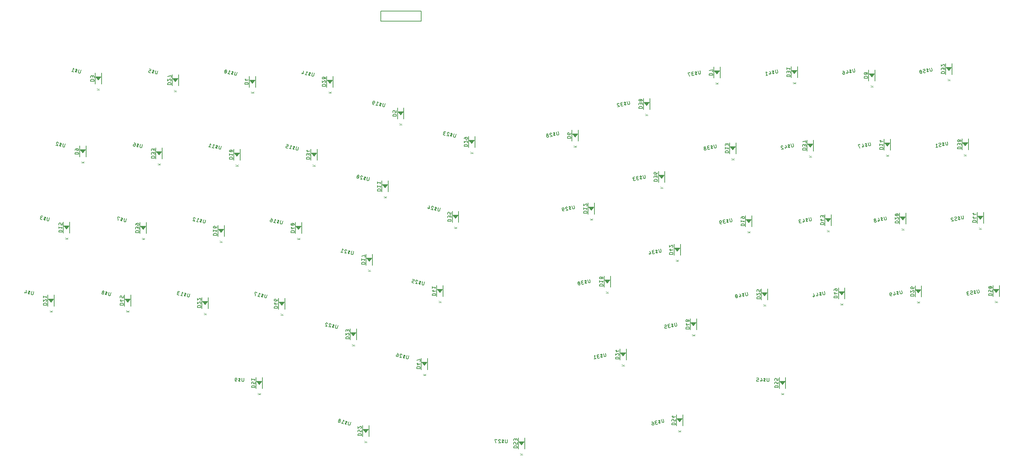
<source format=gbr>
G04 EAGLE Gerber RS-274X export*
G75*
%MOMM*%
%FSLAX34Y34*%
%LPD*%
%INSilkscreen Bottom*%
%IPPOS*%
%AMOC8*
5,1,8,0,0,1.08239X$1,22.5*%
G01*
%ADD10C,0.127000*%
%ADD11C,0.050800*%


D10*
X254321Y1024600D02*
X253010Y1018432D01*
X253010Y1018433D02*
X252988Y1018338D01*
X252962Y1018244D01*
X252932Y1018151D01*
X252898Y1018059D01*
X252861Y1017969D01*
X252820Y1017880D01*
X252776Y1017793D01*
X252728Y1017708D01*
X252677Y1017624D01*
X252623Y1017543D01*
X252565Y1017465D01*
X252504Y1017388D01*
X252440Y1017314D01*
X252373Y1017243D01*
X252304Y1017175D01*
X252231Y1017109D01*
X252156Y1017046D01*
X252079Y1016987D01*
X251999Y1016930D01*
X251918Y1016877D01*
X251834Y1016827D01*
X251748Y1016781D01*
X251660Y1016738D01*
X251571Y1016698D01*
X251480Y1016663D01*
X251387Y1016631D01*
X251294Y1016602D01*
X251199Y1016578D01*
X251104Y1016557D01*
X251008Y1016540D01*
X250911Y1016527D01*
X250814Y1016518D01*
X250716Y1016513D01*
X250618Y1016512D01*
X250521Y1016515D01*
X250423Y1016522D01*
X250326Y1016532D01*
X250230Y1016547D01*
X250134Y1016565D01*
X250039Y1016587D01*
X249945Y1016613D01*
X249852Y1016643D01*
X249760Y1016677D01*
X249670Y1016714D01*
X249581Y1016755D01*
X249494Y1016799D01*
X249409Y1016847D01*
X249325Y1016898D01*
X249244Y1016952D01*
X249166Y1017010D01*
X249089Y1017071D01*
X249015Y1017135D01*
X248944Y1017202D01*
X248876Y1017271D01*
X248810Y1017344D01*
X248747Y1017419D01*
X248688Y1017496D01*
X248631Y1017576D01*
X248578Y1017657D01*
X248528Y1017741D01*
X248482Y1017827D01*
X248439Y1017915D01*
X248399Y1018004D01*
X248364Y1018095D01*
X248332Y1018188D01*
X248303Y1018281D01*
X248279Y1018376D01*
X248258Y1018471D01*
X248241Y1018567D01*
X248228Y1018664D01*
X248219Y1018761D01*
X248214Y1018859D01*
X248213Y1018957D01*
X248216Y1019054D01*
X248223Y1019152D01*
X248233Y1019249D01*
X248248Y1019345D01*
X248266Y1019441D01*
X249577Y1025608D01*
X243439Y1026913D02*
X241624Y1018373D01*
X242532Y1022643D02*
X243869Y1023103D01*
X243939Y1023129D01*
X244007Y1023158D01*
X244074Y1023191D01*
X244139Y1023228D01*
X244202Y1023268D01*
X244263Y1023311D01*
X244322Y1023357D01*
X244378Y1023406D01*
X244432Y1023458D01*
X244483Y1023512D01*
X244531Y1023569D01*
X244576Y1023629D01*
X244618Y1023691D01*
X244656Y1023755D01*
X244692Y1023820D01*
X244724Y1023888D01*
X244752Y1023957D01*
X244777Y1024027D01*
X244798Y1024099D01*
X244815Y1024171D01*
X244829Y1024245D01*
X244839Y1024319D01*
X244845Y1024393D01*
X244847Y1024467D01*
X244845Y1024542D01*
X244840Y1024616D01*
X244831Y1024690D01*
X244817Y1024764D01*
X244801Y1024837D01*
X244780Y1024908D01*
X244756Y1024979D01*
X244728Y1025048D01*
X244697Y1025116D01*
X244662Y1025182D01*
X244624Y1025246D01*
X244582Y1025308D01*
X244538Y1025368D01*
X244490Y1025425D01*
X244440Y1025480D01*
X244386Y1025533D01*
X244331Y1025582D01*
X244272Y1025629D01*
X244212Y1025672D01*
X244149Y1025712D01*
X244084Y1025749D01*
X244017Y1025783D01*
X243949Y1025813D01*
X243950Y1025813D02*
X243837Y1025857D01*
X243724Y1025898D01*
X243609Y1025935D01*
X243494Y1025968D01*
X243377Y1025998D01*
X243259Y1026024D01*
X243141Y1026046D01*
X243022Y1026065D01*
X242902Y1026080D01*
X242782Y1026091D01*
X242662Y1026098D01*
X242541Y1026102D01*
X242421Y1026101D01*
X242301Y1026097D01*
X242180Y1026090D01*
X242060Y1026078D01*
X241941Y1026063D01*
X241822Y1026044D01*
X241704Y1026021D01*
X241586Y1025995D01*
X241469Y1025965D01*
X241354Y1025931D01*
X241239Y1025893D01*
X242532Y1022643D02*
X241195Y1022184D01*
X241194Y1022183D02*
X241124Y1022157D01*
X241056Y1022128D01*
X240989Y1022095D01*
X240924Y1022058D01*
X240861Y1022018D01*
X240800Y1021975D01*
X240741Y1021929D01*
X240685Y1021880D01*
X240631Y1021828D01*
X240580Y1021774D01*
X240532Y1021717D01*
X240487Y1021657D01*
X240445Y1021595D01*
X240407Y1021532D01*
X240371Y1021466D01*
X240339Y1021398D01*
X240311Y1021329D01*
X240286Y1021259D01*
X240265Y1021187D01*
X240248Y1021115D01*
X240234Y1021041D01*
X240224Y1020968D01*
X240218Y1020893D01*
X240216Y1020819D01*
X240218Y1020744D01*
X240223Y1020670D01*
X240232Y1020596D01*
X240246Y1020522D01*
X240262Y1020449D01*
X240283Y1020378D01*
X240307Y1020307D01*
X240335Y1020238D01*
X240366Y1020170D01*
X240401Y1020104D01*
X240439Y1020040D01*
X240481Y1019978D01*
X240525Y1019918D01*
X240573Y1019861D01*
X240623Y1019806D01*
X240677Y1019753D01*
X240732Y1019704D01*
X240791Y1019657D01*
X240851Y1019614D01*
X240914Y1019574D01*
X240979Y1019537D01*
X241046Y1019503D01*
X241114Y1019473D01*
X241115Y1019474D02*
X241227Y1019430D01*
X241340Y1019389D01*
X241455Y1019352D01*
X241571Y1019319D01*
X241687Y1019289D01*
X241805Y1019263D01*
X241923Y1019241D01*
X242042Y1019222D01*
X242162Y1019207D01*
X242282Y1019196D01*
X242402Y1019189D01*
X242523Y1019185D01*
X242643Y1019186D01*
X242763Y1019190D01*
X242884Y1019197D01*
X243004Y1019209D01*
X243123Y1019224D01*
X243242Y1019243D01*
X243360Y1019266D01*
X243478Y1019292D01*
X243594Y1019322D01*
X243710Y1019356D01*
X243825Y1019394D01*
X237192Y1026257D02*
X235223Y1028659D01*
X233408Y1020120D01*
X235780Y1019616D02*
X231036Y1020624D01*
X214721Y838260D02*
X213410Y832092D01*
X213410Y832093D02*
X213388Y831998D01*
X213362Y831904D01*
X213332Y831811D01*
X213298Y831719D01*
X213261Y831629D01*
X213220Y831540D01*
X213176Y831453D01*
X213128Y831368D01*
X213077Y831284D01*
X213023Y831203D01*
X212965Y831125D01*
X212904Y831048D01*
X212840Y830974D01*
X212773Y830903D01*
X212704Y830835D01*
X212631Y830769D01*
X212556Y830706D01*
X212479Y830647D01*
X212399Y830590D01*
X212318Y830537D01*
X212234Y830487D01*
X212148Y830441D01*
X212060Y830398D01*
X211971Y830358D01*
X211880Y830323D01*
X211787Y830291D01*
X211694Y830262D01*
X211599Y830238D01*
X211504Y830217D01*
X211408Y830200D01*
X211311Y830187D01*
X211214Y830178D01*
X211116Y830173D01*
X211018Y830172D01*
X210921Y830175D01*
X210823Y830182D01*
X210726Y830192D01*
X210630Y830207D01*
X210534Y830225D01*
X210439Y830247D01*
X210345Y830273D01*
X210252Y830303D01*
X210160Y830337D01*
X210070Y830374D01*
X209981Y830415D01*
X209894Y830459D01*
X209809Y830507D01*
X209725Y830558D01*
X209644Y830612D01*
X209566Y830670D01*
X209489Y830731D01*
X209415Y830795D01*
X209344Y830862D01*
X209276Y830931D01*
X209210Y831004D01*
X209147Y831079D01*
X209088Y831156D01*
X209031Y831236D01*
X208978Y831317D01*
X208928Y831401D01*
X208882Y831487D01*
X208839Y831575D01*
X208799Y831664D01*
X208764Y831755D01*
X208732Y831848D01*
X208703Y831941D01*
X208679Y832036D01*
X208658Y832131D01*
X208641Y832227D01*
X208628Y832324D01*
X208619Y832421D01*
X208614Y832519D01*
X208613Y832617D01*
X208616Y832714D01*
X208623Y832812D01*
X208633Y832909D01*
X208648Y833005D01*
X208666Y833101D01*
X209977Y839268D01*
X203839Y840573D02*
X202024Y832033D01*
X202932Y836303D02*
X204269Y836763D01*
X204339Y836789D01*
X204407Y836818D01*
X204474Y836851D01*
X204539Y836888D01*
X204602Y836928D01*
X204663Y836971D01*
X204722Y837017D01*
X204778Y837066D01*
X204832Y837118D01*
X204883Y837172D01*
X204931Y837229D01*
X204976Y837289D01*
X205018Y837351D01*
X205056Y837415D01*
X205092Y837480D01*
X205124Y837548D01*
X205152Y837617D01*
X205177Y837687D01*
X205198Y837759D01*
X205215Y837831D01*
X205229Y837905D01*
X205239Y837979D01*
X205245Y838053D01*
X205247Y838127D01*
X205245Y838202D01*
X205240Y838276D01*
X205231Y838350D01*
X205217Y838424D01*
X205201Y838497D01*
X205180Y838568D01*
X205156Y838639D01*
X205128Y838708D01*
X205097Y838776D01*
X205062Y838842D01*
X205024Y838906D01*
X204982Y838968D01*
X204938Y839028D01*
X204890Y839085D01*
X204840Y839140D01*
X204786Y839193D01*
X204731Y839242D01*
X204672Y839289D01*
X204612Y839332D01*
X204549Y839372D01*
X204484Y839409D01*
X204417Y839443D01*
X204349Y839473D01*
X204350Y839473D02*
X204237Y839517D01*
X204124Y839558D01*
X204009Y839595D01*
X203894Y839628D01*
X203777Y839658D01*
X203659Y839684D01*
X203541Y839706D01*
X203422Y839725D01*
X203302Y839740D01*
X203182Y839751D01*
X203062Y839758D01*
X202941Y839762D01*
X202821Y839761D01*
X202701Y839757D01*
X202580Y839750D01*
X202460Y839738D01*
X202341Y839723D01*
X202222Y839704D01*
X202104Y839681D01*
X201986Y839655D01*
X201869Y839625D01*
X201754Y839591D01*
X201639Y839553D01*
X202932Y836303D02*
X201595Y835843D01*
X201594Y835843D02*
X201524Y835817D01*
X201456Y835788D01*
X201389Y835755D01*
X201324Y835718D01*
X201261Y835678D01*
X201200Y835635D01*
X201141Y835589D01*
X201085Y835540D01*
X201031Y835488D01*
X200980Y835434D01*
X200932Y835377D01*
X200887Y835317D01*
X200845Y835255D01*
X200807Y835192D01*
X200771Y835126D01*
X200739Y835058D01*
X200711Y834989D01*
X200686Y834919D01*
X200665Y834847D01*
X200648Y834775D01*
X200634Y834701D01*
X200624Y834628D01*
X200618Y834553D01*
X200616Y834479D01*
X200618Y834404D01*
X200623Y834330D01*
X200632Y834256D01*
X200646Y834182D01*
X200662Y834109D01*
X200683Y834038D01*
X200707Y833967D01*
X200735Y833898D01*
X200766Y833830D01*
X200801Y833764D01*
X200839Y833700D01*
X200881Y833638D01*
X200925Y833578D01*
X200973Y833521D01*
X201023Y833466D01*
X201077Y833413D01*
X201132Y833364D01*
X201191Y833317D01*
X201251Y833274D01*
X201314Y833234D01*
X201379Y833197D01*
X201446Y833163D01*
X201514Y833133D01*
X201515Y833134D02*
X201627Y833090D01*
X201740Y833049D01*
X201855Y833012D01*
X201971Y832979D01*
X202087Y832949D01*
X202205Y832923D01*
X202323Y832901D01*
X202442Y832882D01*
X202562Y832867D01*
X202682Y832856D01*
X202802Y832849D01*
X202923Y832845D01*
X203043Y832846D01*
X203163Y832850D01*
X203284Y832857D01*
X203404Y832869D01*
X203523Y832884D01*
X203642Y832903D01*
X203760Y832926D01*
X203878Y832952D01*
X203994Y832982D01*
X204110Y833016D01*
X204225Y833054D01*
X195386Y842370D02*
X195295Y842388D01*
X195203Y842401D01*
X195111Y842411D01*
X195018Y842416D01*
X194926Y842418D01*
X194833Y842416D01*
X194741Y842410D01*
X194649Y842400D01*
X194557Y842386D01*
X194466Y842368D01*
X194376Y842346D01*
X194287Y842320D01*
X194199Y842291D01*
X194112Y842258D01*
X194027Y842222D01*
X193944Y842181D01*
X193862Y842138D01*
X193782Y842091D01*
X193704Y842040D01*
X193629Y841986D01*
X193556Y841930D01*
X193485Y841870D01*
X193417Y841807D01*
X193352Y841741D01*
X193289Y841673D01*
X193230Y841602D01*
X193173Y841528D01*
X193120Y841452D01*
X193070Y841374D01*
X193023Y841294D01*
X192980Y841212D01*
X192940Y841129D01*
X192904Y841043D01*
X192872Y840956D01*
X192843Y840868D01*
X192818Y840779D01*
X192797Y840689D01*
X195386Y842370D02*
X195487Y842346D01*
X195587Y842319D01*
X195686Y842288D01*
X195784Y842254D01*
X195880Y842216D01*
X195975Y842174D01*
X196069Y842129D01*
X196160Y842081D01*
X196250Y842029D01*
X196338Y841974D01*
X196424Y841915D01*
X196507Y841854D01*
X196588Y841789D01*
X196667Y841722D01*
X196743Y841651D01*
X196817Y841578D01*
X196888Y841502D01*
X196956Y841424D01*
X197021Y841343D01*
X197083Y841260D01*
X197141Y841174D01*
X197197Y841087D01*
X197249Y840997D01*
X197298Y840906D01*
X197344Y840813D01*
X197386Y840718D01*
X197425Y840622D01*
X197460Y840524D01*
X197491Y840425D01*
X197519Y840325D01*
X197543Y840224D01*
X197563Y840123D01*
X197579Y840020D01*
X197592Y839917D01*
X193156Y838876D02*
X193104Y838956D01*
X193055Y839037D01*
X193010Y839121D01*
X192968Y839206D01*
X192929Y839292D01*
X192894Y839381D01*
X192863Y839470D01*
X192835Y839561D01*
X192811Y839653D01*
X192791Y839746D01*
X192774Y839839D01*
X192761Y839933D01*
X192752Y840028D01*
X192747Y840122D01*
X192746Y840217D01*
X192749Y840312D01*
X192755Y840407D01*
X192765Y840501D01*
X192779Y840595D01*
X192797Y840688D01*
X193156Y838877D02*
X196180Y833276D01*
X191436Y834284D01*
X175111Y651930D02*
X173800Y645762D01*
X173800Y645763D02*
X173778Y645668D01*
X173752Y645574D01*
X173722Y645481D01*
X173688Y645389D01*
X173651Y645299D01*
X173610Y645210D01*
X173566Y645123D01*
X173518Y645038D01*
X173467Y644954D01*
X173413Y644873D01*
X173355Y644795D01*
X173294Y644718D01*
X173230Y644644D01*
X173163Y644573D01*
X173094Y644505D01*
X173021Y644439D01*
X172946Y644376D01*
X172869Y644317D01*
X172789Y644260D01*
X172708Y644207D01*
X172624Y644157D01*
X172538Y644111D01*
X172450Y644068D01*
X172361Y644028D01*
X172270Y643993D01*
X172177Y643961D01*
X172084Y643932D01*
X171989Y643908D01*
X171894Y643887D01*
X171798Y643870D01*
X171701Y643857D01*
X171604Y643848D01*
X171506Y643843D01*
X171408Y643842D01*
X171311Y643845D01*
X171213Y643852D01*
X171116Y643862D01*
X171020Y643877D01*
X170924Y643895D01*
X170829Y643917D01*
X170735Y643943D01*
X170642Y643973D01*
X170550Y644007D01*
X170460Y644044D01*
X170371Y644085D01*
X170284Y644129D01*
X170199Y644177D01*
X170115Y644228D01*
X170034Y644282D01*
X169956Y644340D01*
X169879Y644401D01*
X169805Y644465D01*
X169734Y644532D01*
X169666Y644601D01*
X169600Y644674D01*
X169537Y644749D01*
X169478Y644826D01*
X169421Y644906D01*
X169368Y644987D01*
X169318Y645071D01*
X169272Y645157D01*
X169229Y645245D01*
X169189Y645334D01*
X169154Y645425D01*
X169122Y645518D01*
X169093Y645611D01*
X169069Y645706D01*
X169048Y645801D01*
X169031Y645897D01*
X169018Y645994D01*
X169009Y646091D01*
X169004Y646189D01*
X169003Y646287D01*
X169006Y646384D01*
X169013Y646482D01*
X169023Y646579D01*
X169038Y646675D01*
X169056Y646771D01*
X170367Y652938D01*
X164229Y654243D02*
X162414Y645703D01*
X163322Y649973D02*
X164659Y650433D01*
X164729Y650459D01*
X164797Y650488D01*
X164864Y650521D01*
X164929Y650558D01*
X164992Y650598D01*
X165053Y650641D01*
X165112Y650687D01*
X165168Y650736D01*
X165222Y650788D01*
X165273Y650842D01*
X165321Y650899D01*
X165366Y650959D01*
X165408Y651021D01*
X165446Y651085D01*
X165482Y651150D01*
X165514Y651218D01*
X165542Y651287D01*
X165567Y651357D01*
X165588Y651429D01*
X165605Y651501D01*
X165619Y651575D01*
X165629Y651649D01*
X165635Y651723D01*
X165637Y651797D01*
X165635Y651872D01*
X165630Y651946D01*
X165621Y652020D01*
X165607Y652094D01*
X165591Y652167D01*
X165570Y652238D01*
X165546Y652309D01*
X165518Y652378D01*
X165487Y652446D01*
X165452Y652512D01*
X165414Y652576D01*
X165372Y652638D01*
X165328Y652698D01*
X165280Y652755D01*
X165230Y652810D01*
X165176Y652863D01*
X165121Y652912D01*
X165062Y652959D01*
X165002Y653002D01*
X164939Y653042D01*
X164874Y653079D01*
X164807Y653113D01*
X164739Y653143D01*
X164740Y653143D02*
X164627Y653187D01*
X164514Y653228D01*
X164399Y653265D01*
X164284Y653298D01*
X164167Y653328D01*
X164049Y653354D01*
X163931Y653376D01*
X163812Y653395D01*
X163692Y653410D01*
X163572Y653421D01*
X163452Y653428D01*
X163331Y653432D01*
X163211Y653431D01*
X163091Y653427D01*
X162970Y653420D01*
X162850Y653408D01*
X162731Y653393D01*
X162612Y653374D01*
X162494Y653351D01*
X162376Y653325D01*
X162259Y653295D01*
X162144Y653261D01*
X162029Y653223D01*
X163322Y649973D02*
X161985Y649513D01*
X161984Y649513D02*
X161914Y649487D01*
X161846Y649458D01*
X161779Y649425D01*
X161714Y649388D01*
X161651Y649348D01*
X161590Y649305D01*
X161531Y649259D01*
X161475Y649210D01*
X161421Y649158D01*
X161370Y649104D01*
X161322Y649047D01*
X161277Y648987D01*
X161235Y648925D01*
X161197Y648862D01*
X161161Y648796D01*
X161129Y648728D01*
X161101Y648659D01*
X161076Y648589D01*
X161055Y648517D01*
X161038Y648445D01*
X161024Y648371D01*
X161014Y648298D01*
X161008Y648223D01*
X161006Y648149D01*
X161008Y648074D01*
X161013Y648000D01*
X161022Y647926D01*
X161036Y647852D01*
X161052Y647779D01*
X161073Y647708D01*
X161097Y647637D01*
X161125Y647568D01*
X161156Y647500D01*
X161191Y647434D01*
X161229Y647370D01*
X161271Y647308D01*
X161315Y647248D01*
X161363Y647191D01*
X161413Y647136D01*
X161467Y647083D01*
X161522Y647034D01*
X161581Y646987D01*
X161641Y646944D01*
X161704Y646904D01*
X161769Y646867D01*
X161836Y646833D01*
X161904Y646803D01*
X161905Y646804D02*
X162017Y646760D01*
X162130Y646719D01*
X162245Y646682D01*
X162361Y646649D01*
X162477Y646619D01*
X162595Y646593D01*
X162713Y646571D01*
X162832Y646552D01*
X162952Y646537D01*
X163072Y646526D01*
X163192Y646519D01*
X163313Y646515D01*
X163433Y646516D01*
X163553Y646520D01*
X163674Y646527D01*
X163794Y646539D01*
X163913Y646554D01*
X164032Y646573D01*
X164150Y646596D01*
X164268Y646622D01*
X164384Y646652D01*
X164500Y646686D01*
X164615Y646724D01*
X156570Y646946D02*
X154198Y647450D01*
X154103Y647472D01*
X154009Y647498D01*
X153916Y647528D01*
X153824Y647562D01*
X153734Y647599D01*
X153645Y647640D01*
X153558Y647684D01*
X153473Y647732D01*
X153389Y647783D01*
X153308Y647837D01*
X153230Y647895D01*
X153153Y647956D01*
X153079Y648020D01*
X153008Y648087D01*
X152940Y648156D01*
X152874Y648229D01*
X152811Y648303D01*
X152752Y648381D01*
X152695Y648461D01*
X152642Y648542D01*
X152592Y648626D01*
X152546Y648712D01*
X152503Y648800D01*
X152463Y648889D01*
X152428Y648980D01*
X152396Y649073D01*
X152367Y649166D01*
X152343Y649261D01*
X152322Y649356D01*
X152305Y649452D01*
X152292Y649549D01*
X152283Y649646D01*
X152278Y649744D01*
X152277Y649842D01*
X152280Y649939D01*
X152287Y650037D01*
X152297Y650134D01*
X152312Y650230D01*
X152330Y650326D01*
X152352Y650421D01*
X152378Y650515D01*
X152408Y650608D01*
X152442Y650700D01*
X152479Y650790D01*
X152520Y650879D01*
X152564Y650966D01*
X152612Y651051D01*
X152663Y651135D01*
X152717Y651216D01*
X152775Y651294D01*
X152836Y651371D01*
X152900Y651445D01*
X152967Y651516D01*
X153036Y651584D01*
X153109Y651650D01*
X153184Y651713D01*
X153261Y651772D01*
X153341Y651829D01*
X153422Y651882D01*
X153506Y651932D01*
X153592Y651978D01*
X153680Y652021D01*
X153769Y652061D01*
X153860Y652096D01*
X153953Y652128D01*
X154046Y652157D01*
X154141Y652181D01*
X154236Y652202D01*
X154332Y652219D01*
X154429Y652232D01*
X154526Y652241D01*
X154624Y652246D01*
X154722Y652247D01*
X154819Y652244D01*
X154917Y652237D01*
X155014Y652227D01*
X155110Y652212D01*
X155206Y652194D01*
X155539Y656090D02*
X158385Y655485D01*
X155538Y656090D02*
X155453Y656106D01*
X155367Y656118D01*
X155280Y656127D01*
X155193Y656131D01*
X155106Y656132D01*
X155019Y656129D01*
X154932Y656121D01*
X154846Y656110D01*
X154760Y656095D01*
X154675Y656077D01*
X154591Y656054D01*
X154508Y656028D01*
X154426Y655998D01*
X154346Y655964D01*
X154267Y655927D01*
X154190Y655886D01*
X154115Y655842D01*
X154042Y655795D01*
X153971Y655744D01*
X153903Y655690D01*
X153837Y655634D01*
X153774Y655574D01*
X153713Y655512D01*
X153655Y655446D01*
X153600Y655379D01*
X153549Y655309D01*
X153500Y655236D01*
X153455Y655162D01*
X153413Y655086D01*
X153375Y655007D01*
X153340Y654928D01*
X153309Y654846D01*
X153281Y654764D01*
X153257Y654680D01*
X153237Y654595D01*
X153221Y654510D01*
X153209Y654424D01*
X153200Y654337D01*
X153196Y654250D01*
X153195Y654163D01*
X153198Y654076D01*
X153206Y653989D01*
X153217Y653903D01*
X153232Y653817D01*
X153250Y653732D01*
X153273Y653648D01*
X153299Y653565D01*
X153329Y653483D01*
X153363Y653403D01*
X153400Y653324D01*
X153441Y653247D01*
X153485Y653172D01*
X153532Y653099D01*
X153583Y653028D01*
X153636Y652960D01*
X153693Y652894D01*
X153753Y652831D01*
X153815Y652770D01*
X153881Y652712D01*
X153948Y652657D01*
X154018Y652606D01*
X154091Y652557D01*
X154165Y652512D01*
X154241Y652470D01*
X154319Y652432D01*
X154399Y652397D01*
X154481Y652366D01*
X154563Y652338D01*
X154647Y652314D01*
X154732Y652294D01*
X154732Y652295D02*
X156629Y651891D01*
X135501Y465590D02*
X134190Y459422D01*
X134190Y459423D02*
X134168Y459328D01*
X134142Y459234D01*
X134112Y459141D01*
X134078Y459049D01*
X134041Y458959D01*
X134000Y458870D01*
X133956Y458783D01*
X133908Y458698D01*
X133857Y458614D01*
X133803Y458533D01*
X133745Y458455D01*
X133684Y458378D01*
X133620Y458304D01*
X133553Y458233D01*
X133484Y458165D01*
X133411Y458099D01*
X133336Y458036D01*
X133259Y457977D01*
X133179Y457920D01*
X133098Y457867D01*
X133014Y457817D01*
X132928Y457771D01*
X132840Y457728D01*
X132751Y457688D01*
X132660Y457653D01*
X132567Y457621D01*
X132474Y457592D01*
X132379Y457568D01*
X132284Y457547D01*
X132188Y457530D01*
X132091Y457517D01*
X131994Y457508D01*
X131896Y457503D01*
X131798Y457502D01*
X131701Y457505D01*
X131603Y457512D01*
X131506Y457522D01*
X131410Y457537D01*
X131314Y457555D01*
X131219Y457577D01*
X131125Y457603D01*
X131032Y457633D01*
X130940Y457667D01*
X130850Y457704D01*
X130761Y457745D01*
X130674Y457789D01*
X130589Y457837D01*
X130505Y457888D01*
X130424Y457942D01*
X130346Y458000D01*
X130269Y458061D01*
X130195Y458125D01*
X130124Y458192D01*
X130056Y458261D01*
X129990Y458334D01*
X129927Y458409D01*
X129868Y458486D01*
X129811Y458566D01*
X129758Y458647D01*
X129708Y458731D01*
X129662Y458817D01*
X129619Y458905D01*
X129579Y458994D01*
X129544Y459085D01*
X129512Y459178D01*
X129483Y459271D01*
X129459Y459366D01*
X129438Y459461D01*
X129421Y459557D01*
X129408Y459654D01*
X129399Y459751D01*
X129394Y459849D01*
X129393Y459947D01*
X129396Y460044D01*
X129403Y460142D01*
X129413Y460239D01*
X129428Y460335D01*
X129446Y460431D01*
X130757Y466598D01*
X124619Y467903D02*
X122804Y459363D01*
X123712Y463633D02*
X125049Y464093D01*
X125119Y464119D01*
X125187Y464148D01*
X125254Y464181D01*
X125319Y464218D01*
X125382Y464258D01*
X125443Y464301D01*
X125502Y464347D01*
X125558Y464396D01*
X125612Y464448D01*
X125663Y464502D01*
X125711Y464559D01*
X125756Y464619D01*
X125798Y464681D01*
X125836Y464745D01*
X125872Y464810D01*
X125904Y464878D01*
X125932Y464947D01*
X125957Y465017D01*
X125978Y465089D01*
X125995Y465161D01*
X126009Y465235D01*
X126019Y465309D01*
X126025Y465383D01*
X126027Y465457D01*
X126025Y465532D01*
X126020Y465606D01*
X126011Y465680D01*
X125997Y465754D01*
X125981Y465827D01*
X125960Y465898D01*
X125936Y465969D01*
X125908Y466038D01*
X125877Y466106D01*
X125842Y466172D01*
X125804Y466236D01*
X125762Y466298D01*
X125718Y466358D01*
X125670Y466415D01*
X125620Y466470D01*
X125566Y466523D01*
X125511Y466572D01*
X125452Y466619D01*
X125392Y466662D01*
X125329Y466702D01*
X125264Y466739D01*
X125197Y466773D01*
X125129Y466803D01*
X125130Y466803D02*
X125017Y466847D01*
X124904Y466888D01*
X124789Y466925D01*
X124674Y466958D01*
X124557Y466988D01*
X124439Y467014D01*
X124321Y467036D01*
X124202Y467055D01*
X124082Y467070D01*
X123962Y467081D01*
X123842Y467088D01*
X123721Y467092D01*
X123601Y467091D01*
X123481Y467087D01*
X123360Y467080D01*
X123240Y467068D01*
X123121Y467053D01*
X123002Y467034D01*
X122884Y467011D01*
X122766Y466985D01*
X122649Y466955D01*
X122534Y466921D01*
X122419Y466883D01*
X123712Y463633D02*
X122375Y463173D01*
X122374Y463173D02*
X122304Y463147D01*
X122236Y463118D01*
X122169Y463085D01*
X122104Y463048D01*
X122041Y463008D01*
X121980Y462965D01*
X121921Y462919D01*
X121865Y462870D01*
X121811Y462818D01*
X121760Y462764D01*
X121712Y462707D01*
X121667Y462647D01*
X121625Y462585D01*
X121587Y462522D01*
X121551Y462456D01*
X121519Y462388D01*
X121491Y462319D01*
X121466Y462249D01*
X121445Y462177D01*
X121428Y462105D01*
X121414Y462031D01*
X121404Y461958D01*
X121398Y461883D01*
X121396Y461809D01*
X121398Y461734D01*
X121403Y461660D01*
X121412Y461586D01*
X121426Y461512D01*
X121442Y461439D01*
X121463Y461368D01*
X121487Y461297D01*
X121515Y461228D01*
X121546Y461160D01*
X121581Y461094D01*
X121619Y461030D01*
X121661Y460968D01*
X121705Y460908D01*
X121753Y460851D01*
X121803Y460796D01*
X121857Y460743D01*
X121912Y460694D01*
X121971Y460647D01*
X122031Y460604D01*
X122094Y460564D01*
X122159Y460527D01*
X122226Y460493D01*
X122294Y460463D01*
X122295Y460464D02*
X122407Y460420D01*
X122520Y460379D01*
X122635Y460342D01*
X122751Y460309D01*
X122867Y460279D01*
X122985Y460253D01*
X123103Y460231D01*
X123222Y460212D01*
X123342Y460197D01*
X123462Y460186D01*
X123582Y460179D01*
X123703Y460175D01*
X123823Y460176D01*
X123943Y460180D01*
X124064Y460187D01*
X124184Y460199D01*
X124303Y460214D01*
X124422Y460233D01*
X124540Y460256D01*
X124658Y460282D01*
X124774Y460312D01*
X124890Y460346D01*
X125005Y460384D01*
X117363Y462503D02*
X116877Y469548D01*
X117363Y462503D02*
X112619Y463512D01*
X114446Y465107D02*
X113639Y461311D01*
X446370Y1016092D02*
X447681Y1022260D01*
X446370Y1016093D02*
X446348Y1015998D01*
X446322Y1015904D01*
X446292Y1015811D01*
X446258Y1015719D01*
X446221Y1015629D01*
X446180Y1015540D01*
X446136Y1015453D01*
X446088Y1015368D01*
X446037Y1015284D01*
X445983Y1015203D01*
X445925Y1015125D01*
X445864Y1015048D01*
X445800Y1014974D01*
X445733Y1014903D01*
X445664Y1014835D01*
X445591Y1014769D01*
X445516Y1014706D01*
X445439Y1014647D01*
X445359Y1014590D01*
X445278Y1014537D01*
X445194Y1014487D01*
X445108Y1014441D01*
X445020Y1014398D01*
X444931Y1014358D01*
X444840Y1014323D01*
X444747Y1014291D01*
X444654Y1014262D01*
X444559Y1014238D01*
X444464Y1014217D01*
X444368Y1014200D01*
X444271Y1014187D01*
X444174Y1014178D01*
X444076Y1014173D01*
X443978Y1014172D01*
X443881Y1014175D01*
X443783Y1014182D01*
X443686Y1014192D01*
X443590Y1014207D01*
X443494Y1014225D01*
X443399Y1014247D01*
X443305Y1014273D01*
X443212Y1014303D01*
X443120Y1014337D01*
X443030Y1014374D01*
X442941Y1014415D01*
X442854Y1014459D01*
X442769Y1014507D01*
X442685Y1014558D01*
X442604Y1014612D01*
X442526Y1014670D01*
X442449Y1014731D01*
X442375Y1014795D01*
X442304Y1014862D01*
X442236Y1014931D01*
X442170Y1015004D01*
X442107Y1015079D01*
X442048Y1015156D01*
X441991Y1015236D01*
X441938Y1015317D01*
X441888Y1015401D01*
X441842Y1015487D01*
X441799Y1015575D01*
X441759Y1015664D01*
X441724Y1015755D01*
X441692Y1015848D01*
X441663Y1015941D01*
X441639Y1016036D01*
X441618Y1016131D01*
X441601Y1016227D01*
X441588Y1016324D01*
X441579Y1016421D01*
X441574Y1016519D01*
X441573Y1016617D01*
X441576Y1016714D01*
X441583Y1016812D01*
X441593Y1016909D01*
X441608Y1017005D01*
X441626Y1017101D01*
X442937Y1023268D01*
X436799Y1024573D02*
X434984Y1016033D01*
X435892Y1020303D02*
X437229Y1020763D01*
X437299Y1020789D01*
X437367Y1020818D01*
X437434Y1020851D01*
X437499Y1020888D01*
X437562Y1020928D01*
X437623Y1020971D01*
X437682Y1021017D01*
X437738Y1021066D01*
X437792Y1021118D01*
X437843Y1021172D01*
X437891Y1021229D01*
X437936Y1021289D01*
X437978Y1021351D01*
X438016Y1021415D01*
X438052Y1021480D01*
X438084Y1021548D01*
X438112Y1021617D01*
X438137Y1021687D01*
X438158Y1021759D01*
X438175Y1021831D01*
X438189Y1021905D01*
X438199Y1021979D01*
X438205Y1022053D01*
X438207Y1022127D01*
X438205Y1022202D01*
X438200Y1022276D01*
X438191Y1022350D01*
X438177Y1022424D01*
X438161Y1022497D01*
X438140Y1022568D01*
X438116Y1022639D01*
X438088Y1022708D01*
X438057Y1022776D01*
X438022Y1022842D01*
X437984Y1022906D01*
X437942Y1022968D01*
X437898Y1023028D01*
X437850Y1023085D01*
X437800Y1023140D01*
X437746Y1023193D01*
X437691Y1023242D01*
X437632Y1023289D01*
X437572Y1023332D01*
X437509Y1023372D01*
X437444Y1023409D01*
X437377Y1023443D01*
X437309Y1023473D01*
X437310Y1023473D02*
X437197Y1023517D01*
X437084Y1023558D01*
X436969Y1023595D01*
X436854Y1023628D01*
X436737Y1023658D01*
X436619Y1023684D01*
X436501Y1023706D01*
X436382Y1023725D01*
X436262Y1023740D01*
X436142Y1023751D01*
X436022Y1023758D01*
X435901Y1023762D01*
X435781Y1023761D01*
X435661Y1023757D01*
X435540Y1023750D01*
X435420Y1023738D01*
X435301Y1023723D01*
X435182Y1023704D01*
X435064Y1023681D01*
X434946Y1023655D01*
X434829Y1023625D01*
X434714Y1023591D01*
X434599Y1023553D01*
X435892Y1020303D02*
X434555Y1019843D01*
X434554Y1019843D02*
X434484Y1019817D01*
X434416Y1019788D01*
X434349Y1019755D01*
X434284Y1019718D01*
X434221Y1019678D01*
X434160Y1019635D01*
X434101Y1019589D01*
X434045Y1019540D01*
X433991Y1019488D01*
X433940Y1019434D01*
X433892Y1019377D01*
X433847Y1019317D01*
X433805Y1019255D01*
X433767Y1019192D01*
X433731Y1019126D01*
X433699Y1019058D01*
X433671Y1018989D01*
X433646Y1018919D01*
X433625Y1018847D01*
X433608Y1018775D01*
X433594Y1018701D01*
X433584Y1018628D01*
X433578Y1018553D01*
X433576Y1018479D01*
X433578Y1018404D01*
X433583Y1018330D01*
X433592Y1018256D01*
X433606Y1018182D01*
X433622Y1018109D01*
X433643Y1018038D01*
X433667Y1017967D01*
X433695Y1017898D01*
X433726Y1017830D01*
X433761Y1017764D01*
X433799Y1017700D01*
X433841Y1017638D01*
X433885Y1017578D01*
X433933Y1017521D01*
X433983Y1017466D01*
X434037Y1017413D01*
X434092Y1017364D01*
X434151Y1017317D01*
X434211Y1017274D01*
X434274Y1017234D01*
X434339Y1017197D01*
X434406Y1017163D01*
X434474Y1017133D01*
X434475Y1017134D02*
X434587Y1017090D01*
X434700Y1017049D01*
X434815Y1017012D01*
X434931Y1016979D01*
X435047Y1016949D01*
X435165Y1016923D01*
X435283Y1016901D01*
X435402Y1016882D01*
X435522Y1016867D01*
X435642Y1016856D01*
X435762Y1016849D01*
X435883Y1016845D01*
X436003Y1016846D01*
X436123Y1016850D01*
X436244Y1016857D01*
X436364Y1016869D01*
X436483Y1016884D01*
X436602Y1016903D01*
X436720Y1016926D01*
X436838Y1016952D01*
X436954Y1016982D01*
X437070Y1017016D01*
X437185Y1017054D01*
X429140Y1017276D02*
X426293Y1017881D01*
X426294Y1017880D02*
X426209Y1017900D01*
X426125Y1017924D01*
X426043Y1017952D01*
X425961Y1017983D01*
X425882Y1018018D01*
X425803Y1018056D01*
X425727Y1018098D01*
X425653Y1018143D01*
X425580Y1018192D01*
X425510Y1018243D01*
X425443Y1018298D01*
X425377Y1018356D01*
X425315Y1018417D01*
X425255Y1018480D01*
X425199Y1018546D01*
X425145Y1018614D01*
X425094Y1018685D01*
X425047Y1018758D01*
X425003Y1018833D01*
X424962Y1018910D01*
X424925Y1018989D01*
X424891Y1019069D01*
X424861Y1019151D01*
X424835Y1019234D01*
X424812Y1019318D01*
X424794Y1019403D01*
X424779Y1019489D01*
X424768Y1019575D01*
X424760Y1019662D01*
X424757Y1019749D01*
X424758Y1019836D01*
X424762Y1019923D01*
X424771Y1020010D01*
X424783Y1020096D01*
X424799Y1020181D01*
X424799Y1020182D02*
X425001Y1021130D01*
X425021Y1021215D01*
X425045Y1021299D01*
X425073Y1021381D01*
X425104Y1021463D01*
X425139Y1021543D01*
X425177Y1021621D01*
X425219Y1021697D01*
X425264Y1021771D01*
X425313Y1021844D01*
X425364Y1021914D01*
X425419Y1021981D01*
X425477Y1022047D01*
X425538Y1022109D01*
X425601Y1022169D01*
X425667Y1022225D01*
X425735Y1022279D01*
X425806Y1022330D01*
X425879Y1022377D01*
X425954Y1022421D01*
X426031Y1022462D01*
X426110Y1022499D01*
X426190Y1022533D01*
X426272Y1022563D01*
X426355Y1022589D01*
X426439Y1022612D01*
X426524Y1022630D01*
X426610Y1022645D01*
X426696Y1022656D01*
X426783Y1022664D01*
X426870Y1022667D01*
X426957Y1022666D01*
X427044Y1022662D01*
X427131Y1022653D01*
X427217Y1022641D01*
X427302Y1022625D01*
X430148Y1022020D01*
X430955Y1025815D01*
X426211Y1026823D01*
X408971Y836520D02*
X407660Y830352D01*
X407660Y830353D02*
X407638Y830258D01*
X407612Y830164D01*
X407582Y830071D01*
X407548Y829979D01*
X407511Y829889D01*
X407470Y829800D01*
X407426Y829713D01*
X407378Y829628D01*
X407327Y829544D01*
X407273Y829463D01*
X407215Y829385D01*
X407154Y829308D01*
X407090Y829234D01*
X407023Y829163D01*
X406954Y829095D01*
X406881Y829029D01*
X406806Y828966D01*
X406729Y828907D01*
X406649Y828850D01*
X406568Y828797D01*
X406484Y828747D01*
X406398Y828701D01*
X406310Y828658D01*
X406221Y828618D01*
X406130Y828583D01*
X406037Y828551D01*
X405944Y828522D01*
X405849Y828498D01*
X405754Y828477D01*
X405658Y828460D01*
X405561Y828447D01*
X405464Y828438D01*
X405366Y828433D01*
X405268Y828432D01*
X405171Y828435D01*
X405073Y828442D01*
X404976Y828452D01*
X404880Y828467D01*
X404784Y828485D01*
X404689Y828507D01*
X404595Y828533D01*
X404502Y828563D01*
X404410Y828597D01*
X404320Y828634D01*
X404231Y828675D01*
X404144Y828719D01*
X404059Y828767D01*
X403975Y828818D01*
X403894Y828872D01*
X403816Y828930D01*
X403739Y828991D01*
X403665Y829055D01*
X403594Y829122D01*
X403526Y829191D01*
X403460Y829264D01*
X403397Y829339D01*
X403338Y829416D01*
X403281Y829496D01*
X403228Y829577D01*
X403178Y829661D01*
X403132Y829747D01*
X403089Y829835D01*
X403049Y829924D01*
X403014Y830015D01*
X402982Y830108D01*
X402953Y830201D01*
X402929Y830296D01*
X402908Y830391D01*
X402891Y830487D01*
X402878Y830584D01*
X402869Y830681D01*
X402864Y830779D01*
X402863Y830877D01*
X402866Y830974D01*
X402873Y831072D01*
X402883Y831169D01*
X402898Y831265D01*
X402916Y831361D01*
X404227Y837528D01*
X398089Y838833D02*
X396274Y830293D01*
X397182Y834563D02*
X398519Y835023D01*
X398589Y835049D01*
X398657Y835078D01*
X398724Y835111D01*
X398789Y835148D01*
X398852Y835188D01*
X398913Y835231D01*
X398972Y835277D01*
X399028Y835326D01*
X399082Y835378D01*
X399133Y835432D01*
X399181Y835489D01*
X399226Y835549D01*
X399268Y835611D01*
X399306Y835675D01*
X399342Y835740D01*
X399374Y835808D01*
X399402Y835877D01*
X399427Y835947D01*
X399448Y836019D01*
X399465Y836091D01*
X399479Y836165D01*
X399489Y836239D01*
X399495Y836313D01*
X399497Y836387D01*
X399495Y836462D01*
X399490Y836536D01*
X399481Y836610D01*
X399467Y836684D01*
X399451Y836757D01*
X399430Y836828D01*
X399406Y836899D01*
X399378Y836968D01*
X399347Y837036D01*
X399312Y837102D01*
X399274Y837166D01*
X399232Y837228D01*
X399188Y837288D01*
X399140Y837345D01*
X399090Y837400D01*
X399036Y837453D01*
X398981Y837502D01*
X398922Y837549D01*
X398862Y837592D01*
X398799Y837632D01*
X398734Y837669D01*
X398667Y837703D01*
X398599Y837733D01*
X398600Y837733D02*
X398487Y837777D01*
X398374Y837818D01*
X398259Y837855D01*
X398144Y837888D01*
X398027Y837918D01*
X397909Y837944D01*
X397791Y837966D01*
X397672Y837985D01*
X397552Y838000D01*
X397432Y838011D01*
X397312Y838018D01*
X397191Y838022D01*
X397071Y838021D01*
X396951Y838017D01*
X396830Y838010D01*
X396710Y837998D01*
X396591Y837983D01*
X396472Y837964D01*
X396354Y837941D01*
X396236Y837915D01*
X396119Y837885D01*
X396004Y837851D01*
X395889Y837813D01*
X397182Y834563D02*
X395845Y834103D01*
X395844Y834103D02*
X395774Y834077D01*
X395706Y834048D01*
X395639Y834015D01*
X395574Y833978D01*
X395511Y833938D01*
X395450Y833895D01*
X395391Y833849D01*
X395335Y833800D01*
X395281Y833748D01*
X395230Y833694D01*
X395182Y833637D01*
X395137Y833577D01*
X395095Y833515D01*
X395057Y833452D01*
X395021Y833386D01*
X394989Y833318D01*
X394961Y833249D01*
X394936Y833179D01*
X394915Y833107D01*
X394898Y833035D01*
X394884Y832961D01*
X394874Y832888D01*
X394868Y832813D01*
X394866Y832739D01*
X394868Y832664D01*
X394873Y832590D01*
X394882Y832516D01*
X394896Y832442D01*
X394912Y832369D01*
X394933Y832298D01*
X394957Y832227D01*
X394985Y832158D01*
X395016Y832090D01*
X395051Y832024D01*
X395089Y831960D01*
X395131Y831898D01*
X395175Y831838D01*
X395223Y831781D01*
X395273Y831726D01*
X395327Y831673D01*
X395382Y831624D01*
X395441Y831577D01*
X395501Y831534D01*
X395564Y831494D01*
X395629Y831457D01*
X395696Y831423D01*
X395764Y831393D01*
X395765Y831394D02*
X395877Y831350D01*
X395990Y831309D01*
X396105Y831272D01*
X396221Y831239D01*
X396337Y831209D01*
X396455Y831183D01*
X396573Y831161D01*
X396692Y831142D01*
X396812Y831127D01*
X396932Y831116D01*
X397052Y831109D01*
X397173Y831105D01*
X397293Y831106D01*
X397413Y831110D01*
X397534Y831117D01*
X397654Y831129D01*
X397773Y831144D01*
X397892Y831163D01*
X398010Y831186D01*
X398128Y831212D01*
X398244Y831242D01*
X398360Y831276D01*
X398475Y831314D01*
X391438Y836280D02*
X388592Y836885D01*
X388507Y836901D01*
X388421Y836913D01*
X388334Y836922D01*
X388247Y836926D01*
X388160Y836927D01*
X388073Y836924D01*
X387986Y836916D01*
X387900Y836905D01*
X387814Y836890D01*
X387729Y836872D01*
X387645Y836849D01*
X387562Y836823D01*
X387480Y836793D01*
X387400Y836759D01*
X387321Y836722D01*
X387244Y836681D01*
X387169Y836637D01*
X387096Y836590D01*
X387025Y836539D01*
X386957Y836485D01*
X386891Y836429D01*
X386827Y836369D01*
X386767Y836307D01*
X386709Y836241D01*
X386654Y836174D01*
X386603Y836104D01*
X386554Y836031D01*
X386509Y835957D01*
X386467Y835881D01*
X386429Y835802D01*
X386394Y835723D01*
X386363Y835641D01*
X386335Y835559D01*
X386311Y835475D01*
X386291Y835390D01*
X386190Y834916D01*
X386172Y834820D01*
X386157Y834724D01*
X386147Y834627D01*
X386140Y834529D01*
X386137Y834432D01*
X386138Y834334D01*
X386143Y834236D01*
X386152Y834139D01*
X386165Y834042D01*
X386182Y833946D01*
X386203Y833851D01*
X386227Y833756D01*
X386256Y833663D01*
X386288Y833570D01*
X386323Y833480D01*
X386363Y833390D01*
X386406Y833302D01*
X386452Y833216D01*
X386502Y833133D01*
X386555Y833051D01*
X386612Y832971D01*
X386671Y832894D01*
X386734Y832819D01*
X386800Y832746D01*
X386868Y832677D01*
X386939Y832610D01*
X387013Y832546D01*
X387090Y832485D01*
X387168Y832427D01*
X387249Y832373D01*
X387333Y832322D01*
X387418Y832274D01*
X387505Y832230D01*
X387594Y832189D01*
X387684Y832152D01*
X387776Y832118D01*
X387869Y832088D01*
X387963Y832062D01*
X388058Y832040D01*
X388154Y832022D01*
X388250Y832007D01*
X388347Y831997D01*
X388445Y831990D01*
X388542Y831987D01*
X388640Y831988D01*
X388738Y831993D01*
X388835Y832002D01*
X388932Y832015D01*
X389028Y832032D01*
X389123Y832053D01*
X389218Y832077D01*
X389311Y832106D01*
X389404Y832138D01*
X389495Y832173D01*
X389584Y832213D01*
X389672Y832256D01*
X389758Y832302D01*
X389842Y832352D01*
X389923Y832405D01*
X390003Y832462D01*
X390081Y832521D01*
X390155Y832584D01*
X390228Y832650D01*
X390297Y832718D01*
X390364Y832789D01*
X390428Y832863D01*
X390489Y832940D01*
X390547Y833018D01*
X390601Y833099D01*
X390652Y833183D01*
X390700Y833268D01*
X390744Y833355D01*
X390785Y833444D01*
X390822Y833534D01*
X390856Y833626D01*
X390886Y833719D01*
X390912Y833813D01*
X390934Y833908D01*
X391438Y836280D01*
X391438Y836279D02*
X391462Y836399D01*
X391481Y836519D01*
X391497Y836640D01*
X391509Y836761D01*
X391518Y836883D01*
X391522Y837005D01*
X391523Y837127D01*
X391520Y837248D01*
X391513Y837370D01*
X391502Y837492D01*
X391487Y837613D01*
X391469Y837733D01*
X391446Y837853D01*
X391420Y837972D01*
X391391Y838090D01*
X391357Y838207D01*
X391320Y838324D01*
X391280Y838438D01*
X391235Y838552D01*
X391188Y838664D01*
X391136Y838775D01*
X391081Y838884D01*
X391023Y838991D01*
X390962Y839096D01*
X390897Y839199D01*
X390829Y839300D01*
X390758Y839399D01*
X390684Y839496D01*
X390607Y839590D01*
X390526Y839682D01*
X390443Y839772D01*
X390358Y839858D01*
X390269Y839942D01*
X390178Y840023D01*
X390085Y840101D01*
X389989Y840177D01*
X389891Y840249D01*
X389790Y840318D01*
X389688Y840384D01*
X389583Y840446D01*
X389476Y840505D01*
X389368Y840561D01*
X389258Y840614D01*
X389147Y840663D01*
X389033Y840708D01*
X388919Y840750D01*
X388803Y840788D01*
X388686Y840823D01*
X388568Y840854D01*
X388450Y840881D01*
X368761Y649590D02*
X367450Y643422D01*
X367450Y643423D02*
X367428Y643328D01*
X367402Y643234D01*
X367372Y643141D01*
X367338Y643049D01*
X367301Y642959D01*
X367260Y642870D01*
X367216Y642783D01*
X367168Y642698D01*
X367117Y642614D01*
X367063Y642533D01*
X367005Y642455D01*
X366944Y642378D01*
X366880Y642304D01*
X366813Y642233D01*
X366744Y642165D01*
X366671Y642099D01*
X366596Y642036D01*
X366519Y641977D01*
X366439Y641920D01*
X366358Y641867D01*
X366274Y641817D01*
X366188Y641771D01*
X366100Y641728D01*
X366011Y641688D01*
X365920Y641653D01*
X365827Y641621D01*
X365734Y641592D01*
X365639Y641568D01*
X365544Y641547D01*
X365448Y641530D01*
X365351Y641517D01*
X365254Y641508D01*
X365156Y641503D01*
X365058Y641502D01*
X364961Y641505D01*
X364863Y641512D01*
X364766Y641522D01*
X364670Y641537D01*
X364574Y641555D01*
X364479Y641577D01*
X364385Y641603D01*
X364292Y641633D01*
X364200Y641667D01*
X364110Y641704D01*
X364021Y641745D01*
X363934Y641789D01*
X363849Y641837D01*
X363765Y641888D01*
X363684Y641942D01*
X363606Y642000D01*
X363529Y642061D01*
X363455Y642125D01*
X363384Y642192D01*
X363316Y642261D01*
X363250Y642334D01*
X363187Y642409D01*
X363128Y642486D01*
X363071Y642566D01*
X363018Y642647D01*
X362968Y642731D01*
X362922Y642817D01*
X362879Y642905D01*
X362839Y642994D01*
X362804Y643085D01*
X362772Y643178D01*
X362743Y643271D01*
X362719Y643366D01*
X362698Y643461D01*
X362681Y643557D01*
X362668Y643654D01*
X362659Y643751D01*
X362654Y643849D01*
X362653Y643947D01*
X362656Y644044D01*
X362663Y644142D01*
X362673Y644239D01*
X362688Y644335D01*
X362706Y644431D01*
X364017Y650598D01*
X357879Y651903D02*
X356064Y643363D01*
X356972Y647633D02*
X358309Y648093D01*
X358379Y648119D01*
X358447Y648148D01*
X358514Y648181D01*
X358579Y648218D01*
X358642Y648258D01*
X358703Y648301D01*
X358762Y648347D01*
X358818Y648396D01*
X358872Y648448D01*
X358923Y648502D01*
X358971Y648559D01*
X359016Y648619D01*
X359058Y648681D01*
X359096Y648745D01*
X359132Y648810D01*
X359164Y648878D01*
X359192Y648947D01*
X359217Y649017D01*
X359238Y649089D01*
X359255Y649161D01*
X359269Y649235D01*
X359279Y649309D01*
X359285Y649383D01*
X359287Y649457D01*
X359285Y649532D01*
X359280Y649606D01*
X359271Y649680D01*
X359257Y649754D01*
X359241Y649827D01*
X359220Y649898D01*
X359196Y649969D01*
X359168Y650038D01*
X359137Y650106D01*
X359102Y650172D01*
X359064Y650236D01*
X359022Y650298D01*
X358978Y650358D01*
X358930Y650415D01*
X358880Y650470D01*
X358826Y650523D01*
X358771Y650572D01*
X358712Y650619D01*
X358652Y650662D01*
X358589Y650702D01*
X358524Y650739D01*
X358457Y650773D01*
X358389Y650803D01*
X358390Y650803D02*
X358277Y650847D01*
X358164Y650888D01*
X358049Y650925D01*
X357934Y650958D01*
X357817Y650988D01*
X357699Y651014D01*
X357581Y651036D01*
X357462Y651055D01*
X357342Y651070D01*
X357222Y651081D01*
X357102Y651088D01*
X356981Y651092D01*
X356861Y651091D01*
X356741Y651087D01*
X356620Y651080D01*
X356500Y651068D01*
X356381Y651053D01*
X356262Y651034D01*
X356144Y651011D01*
X356026Y650985D01*
X355909Y650955D01*
X355794Y650921D01*
X355679Y650883D01*
X356972Y647633D02*
X355635Y647173D01*
X355634Y647173D02*
X355564Y647147D01*
X355496Y647118D01*
X355429Y647085D01*
X355364Y647048D01*
X355301Y647008D01*
X355240Y646965D01*
X355181Y646919D01*
X355125Y646870D01*
X355071Y646818D01*
X355020Y646764D01*
X354972Y646707D01*
X354927Y646647D01*
X354885Y646585D01*
X354847Y646522D01*
X354811Y646456D01*
X354779Y646388D01*
X354751Y646319D01*
X354726Y646249D01*
X354705Y646177D01*
X354688Y646105D01*
X354674Y646031D01*
X354664Y645958D01*
X354658Y645883D01*
X354656Y645809D01*
X354658Y645734D01*
X354663Y645660D01*
X354672Y645586D01*
X354686Y645512D01*
X354702Y645439D01*
X354723Y645368D01*
X354747Y645297D01*
X354775Y645228D01*
X354806Y645160D01*
X354841Y645094D01*
X354879Y645030D01*
X354921Y644968D01*
X354965Y644908D01*
X355013Y644851D01*
X355063Y644796D01*
X355117Y644743D01*
X355172Y644694D01*
X355231Y644647D01*
X355291Y644604D01*
X355354Y644564D01*
X355419Y644527D01*
X355486Y644493D01*
X355554Y644463D01*
X355555Y644464D02*
X355667Y644420D01*
X355780Y644379D01*
X355895Y644342D01*
X356011Y644309D01*
X356127Y644279D01*
X356245Y644253D01*
X356363Y644231D01*
X356482Y644212D01*
X356602Y644197D01*
X356722Y644186D01*
X356842Y644179D01*
X356963Y644175D01*
X357083Y644176D01*
X357203Y644180D01*
X357324Y644187D01*
X357444Y644199D01*
X357563Y644214D01*
X357682Y644233D01*
X357800Y644256D01*
X357918Y644282D01*
X358034Y644312D01*
X358150Y644346D01*
X358265Y644384D01*
X351833Y652196D02*
X352035Y653145D01*
X347291Y654153D01*
X347848Y645110D01*
X329761Y463250D02*
X328450Y457082D01*
X328450Y457083D02*
X328428Y456988D01*
X328402Y456894D01*
X328372Y456801D01*
X328338Y456709D01*
X328301Y456619D01*
X328260Y456530D01*
X328216Y456443D01*
X328168Y456358D01*
X328117Y456274D01*
X328063Y456193D01*
X328005Y456115D01*
X327944Y456038D01*
X327880Y455964D01*
X327813Y455893D01*
X327744Y455825D01*
X327671Y455759D01*
X327596Y455696D01*
X327519Y455637D01*
X327439Y455580D01*
X327358Y455527D01*
X327274Y455477D01*
X327188Y455431D01*
X327100Y455388D01*
X327011Y455348D01*
X326920Y455313D01*
X326827Y455281D01*
X326734Y455252D01*
X326639Y455228D01*
X326544Y455207D01*
X326448Y455190D01*
X326351Y455177D01*
X326254Y455168D01*
X326156Y455163D01*
X326058Y455162D01*
X325961Y455165D01*
X325863Y455172D01*
X325766Y455182D01*
X325670Y455197D01*
X325574Y455215D01*
X325479Y455237D01*
X325385Y455263D01*
X325292Y455293D01*
X325200Y455327D01*
X325110Y455364D01*
X325021Y455405D01*
X324934Y455449D01*
X324849Y455497D01*
X324765Y455548D01*
X324684Y455602D01*
X324606Y455660D01*
X324529Y455721D01*
X324455Y455785D01*
X324384Y455852D01*
X324316Y455921D01*
X324250Y455994D01*
X324187Y456069D01*
X324128Y456146D01*
X324071Y456226D01*
X324018Y456307D01*
X323968Y456391D01*
X323922Y456477D01*
X323879Y456565D01*
X323839Y456654D01*
X323804Y456745D01*
X323772Y456838D01*
X323743Y456931D01*
X323719Y457026D01*
X323698Y457121D01*
X323681Y457217D01*
X323668Y457314D01*
X323659Y457411D01*
X323654Y457509D01*
X323653Y457607D01*
X323656Y457704D01*
X323663Y457802D01*
X323673Y457899D01*
X323688Y457995D01*
X323706Y458091D01*
X325017Y464258D01*
X318879Y465563D02*
X317064Y457023D01*
X317972Y461293D02*
X319309Y461753D01*
X319379Y461779D01*
X319447Y461808D01*
X319514Y461841D01*
X319579Y461878D01*
X319642Y461918D01*
X319703Y461961D01*
X319762Y462007D01*
X319818Y462056D01*
X319872Y462108D01*
X319923Y462162D01*
X319971Y462219D01*
X320016Y462279D01*
X320058Y462341D01*
X320096Y462405D01*
X320132Y462470D01*
X320164Y462538D01*
X320192Y462607D01*
X320217Y462677D01*
X320238Y462749D01*
X320255Y462821D01*
X320269Y462895D01*
X320279Y462969D01*
X320285Y463043D01*
X320287Y463117D01*
X320285Y463192D01*
X320280Y463266D01*
X320271Y463340D01*
X320257Y463414D01*
X320241Y463487D01*
X320220Y463558D01*
X320196Y463629D01*
X320168Y463698D01*
X320137Y463766D01*
X320102Y463832D01*
X320064Y463896D01*
X320022Y463958D01*
X319978Y464018D01*
X319930Y464075D01*
X319880Y464130D01*
X319826Y464183D01*
X319771Y464232D01*
X319712Y464279D01*
X319652Y464322D01*
X319589Y464362D01*
X319524Y464399D01*
X319457Y464433D01*
X319389Y464463D01*
X319390Y464463D02*
X319277Y464507D01*
X319164Y464548D01*
X319049Y464585D01*
X318934Y464618D01*
X318817Y464648D01*
X318699Y464674D01*
X318581Y464696D01*
X318462Y464715D01*
X318342Y464730D01*
X318222Y464741D01*
X318102Y464748D01*
X317981Y464752D01*
X317861Y464751D01*
X317741Y464747D01*
X317620Y464740D01*
X317500Y464728D01*
X317381Y464713D01*
X317262Y464694D01*
X317144Y464671D01*
X317026Y464645D01*
X316909Y464615D01*
X316794Y464581D01*
X316679Y464543D01*
X317972Y461293D02*
X316635Y460833D01*
X316634Y460833D02*
X316564Y460807D01*
X316496Y460778D01*
X316429Y460745D01*
X316364Y460708D01*
X316301Y460668D01*
X316240Y460625D01*
X316181Y460579D01*
X316125Y460530D01*
X316071Y460478D01*
X316020Y460424D01*
X315972Y460367D01*
X315927Y460307D01*
X315885Y460245D01*
X315847Y460182D01*
X315811Y460116D01*
X315779Y460048D01*
X315751Y459979D01*
X315726Y459909D01*
X315705Y459837D01*
X315688Y459765D01*
X315674Y459691D01*
X315664Y459618D01*
X315658Y459543D01*
X315656Y459469D01*
X315658Y459394D01*
X315663Y459320D01*
X315672Y459246D01*
X315686Y459172D01*
X315702Y459099D01*
X315723Y459028D01*
X315747Y458957D01*
X315775Y458888D01*
X315806Y458820D01*
X315841Y458754D01*
X315879Y458690D01*
X315921Y458628D01*
X315965Y458568D01*
X316013Y458511D01*
X316063Y458456D01*
X316117Y458403D01*
X316172Y458354D01*
X316231Y458307D01*
X316291Y458264D01*
X316354Y458224D01*
X316419Y458187D01*
X316486Y458153D01*
X316554Y458123D01*
X316555Y458124D02*
X316667Y458080D01*
X316780Y458039D01*
X316895Y458002D01*
X317011Y457969D01*
X317127Y457939D01*
X317245Y457913D01*
X317363Y457891D01*
X317482Y457872D01*
X317602Y457857D01*
X317722Y457846D01*
X317842Y457839D01*
X317963Y457835D01*
X318083Y457836D01*
X318203Y457840D01*
X318324Y457847D01*
X318444Y457859D01*
X318563Y457874D01*
X318682Y457893D01*
X318800Y457916D01*
X318918Y457942D01*
X319034Y457972D01*
X319150Y458006D01*
X319265Y458044D01*
X311724Y460638D02*
X311742Y460734D01*
X311757Y460830D01*
X311767Y460928D01*
X311774Y461025D01*
X311777Y461123D01*
X311776Y461220D01*
X311771Y461318D01*
X311762Y461415D01*
X311749Y461512D01*
X311732Y461608D01*
X311711Y461703D01*
X311687Y461798D01*
X311658Y461891D01*
X311626Y461984D01*
X311591Y462075D01*
X311551Y462164D01*
X311508Y462252D01*
X311462Y462338D01*
X311412Y462422D01*
X311359Y462503D01*
X311302Y462583D01*
X311243Y462661D01*
X311180Y462735D01*
X311114Y462808D01*
X311046Y462877D01*
X310975Y462944D01*
X310901Y463008D01*
X310824Y463069D01*
X310746Y463127D01*
X310665Y463181D01*
X310581Y463232D01*
X310496Y463280D01*
X310409Y463324D01*
X310320Y463365D01*
X310230Y463402D01*
X310138Y463436D01*
X310045Y463466D01*
X309951Y463492D01*
X309856Y463514D01*
X309760Y463532D01*
X309664Y463547D01*
X309567Y463557D01*
X309469Y463564D01*
X309372Y463567D01*
X309274Y463566D01*
X309176Y463561D01*
X309079Y463552D01*
X308982Y463539D01*
X308886Y463522D01*
X308791Y463501D01*
X308696Y463477D01*
X308603Y463448D01*
X308510Y463416D01*
X308420Y463381D01*
X308330Y463341D01*
X308242Y463298D01*
X308157Y463252D01*
X308073Y463202D01*
X307991Y463149D01*
X307911Y463092D01*
X307834Y463033D01*
X307759Y462970D01*
X307686Y462904D01*
X307617Y462836D01*
X307550Y462765D01*
X307486Y462691D01*
X307425Y462614D01*
X307367Y462536D01*
X307313Y462455D01*
X307262Y462371D01*
X307214Y462286D01*
X307170Y462199D01*
X307129Y462111D01*
X307092Y462020D01*
X307058Y461929D01*
X307028Y461836D01*
X307002Y461741D01*
X306980Y461646D01*
X306962Y461550D01*
X306947Y461454D01*
X306937Y461357D01*
X306930Y461259D01*
X306927Y461162D01*
X306928Y461064D01*
X306933Y460966D01*
X306942Y460869D01*
X306955Y460772D01*
X306972Y460676D01*
X306993Y460581D01*
X307017Y460486D01*
X307046Y460393D01*
X307078Y460300D01*
X307113Y460210D01*
X307153Y460120D01*
X307196Y460032D01*
X307242Y459947D01*
X307292Y459863D01*
X307345Y459781D01*
X307402Y459701D01*
X307461Y459624D01*
X307524Y459549D01*
X307590Y459476D01*
X307658Y459407D01*
X307729Y459340D01*
X307803Y459276D01*
X307880Y459215D01*
X307958Y459157D01*
X308039Y459103D01*
X308123Y459052D01*
X308208Y459004D01*
X308295Y458960D01*
X308384Y458919D01*
X308474Y458882D01*
X308566Y458848D01*
X308659Y458818D01*
X308753Y458792D01*
X308848Y458770D01*
X308944Y458752D01*
X309040Y458737D01*
X309137Y458727D01*
X309235Y458720D01*
X309332Y458717D01*
X309430Y458718D01*
X309528Y458723D01*
X309625Y458732D01*
X309722Y458745D01*
X309818Y458762D01*
X309913Y458783D01*
X310008Y458807D01*
X310101Y458836D01*
X310194Y458868D01*
X310285Y458903D01*
X310374Y458943D01*
X310462Y458986D01*
X310548Y459032D01*
X310632Y459082D01*
X310713Y459135D01*
X310793Y459192D01*
X310871Y459251D01*
X310945Y459314D01*
X311018Y459380D01*
X311087Y459448D01*
X311154Y459519D01*
X311218Y459593D01*
X311279Y459670D01*
X311337Y459748D01*
X311391Y459830D01*
X311442Y459913D01*
X311490Y459998D01*
X311534Y460085D01*
X311575Y460174D01*
X311612Y460264D01*
X311646Y460356D01*
X311676Y460449D01*
X311702Y460543D01*
X311724Y460638D01*
X312158Y465008D02*
X312174Y465093D01*
X312186Y465179D01*
X312195Y465266D01*
X312199Y465353D01*
X312200Y465440D01*
X312197Y465527D01*
X312189Y465614D01*
X312178Y465700D01*
X312163Y465786D01*
X312145Y465871D01*
X312122Y465955D01*
X312096Y466038D01*
X312066Y466120D01*
X312032Y466200D01*
X311995Y466279D01*
X311954Y466356D01*
X311910Y466431D01*
X311863Y466504D01*
X311812Y466575D01*
X311758Y466643D01*
X311702Y466709D01*
X311642Y466772D01*
X311580Y466833D01*
X311514Y466891D01*
X311447Y466946D01*
X311377Y466997D01*
X311304Y467046D01*
X311230Y467091D01*
X311154Y467133D01*
X311076Y467171D01*
X310996Y467206D01*
X310914Y467237D01*
X310832Y467265D01*
X310748Y467289D01*
X310663Y467309D01*
X310578Y467325D01*
X310492Y467337D01*
X310405Y467346D01*
X310318Y467350D01*
X310231Y467351D01*
X310144Y467348D01*
X310057Y467340D01*
X309971Y467329D01*
X309885Y467314D01*
X309800Y467296D01*
X309716Y467273D01*
X309633Y467247D01*
X309551Y467217D01*
X309471Y467183D01*
X309392Y467146D01*
X309315Y467105D01*
X309240Y467061D01*
X309167Y467014D01*
X309096Y466963D01*
X309028Y466909D01*
X308962Y466853D01*
X308899Y466793D01*
X308838Y466731D01*
X308780Y466665D01*
X308725Y466598D01*
X308674Y466528D01*
X308625Y466455D01*
X308580Y466381D01*
X308538Y466305D01*
X308500Y466226D01*
X308465Y466147D01*
X308434Y466065D01*
X308406Y465983D01*
X308382Y465899D01*
X308362Y465814D01*
X308346Y465729D01*
X308334Y465643D01*
X308325Y465556D01*
X308321Y465469D01*
X308320Y465382D01*
X308323Y465295D01*
X308331Y465208D01*
X308342Y465122D01*
X308357Y465036D01*
X308375Y464951D01*
X308398Y464867D01*
X308424Y464784D01*
X308454Y464702D01*
X308488Y464622D01*
X308525Y464543D01*
X308566Y464466D01*
X308610Y464391D01*
X308657Y464318D01*
X308708Y464247D01*
X308762Y464179D01*
X308818Y464113D01*
X308878Y464050D01*
X308940Y463989D01*
X309006Y463931D01*
X309073Y463876D01*
X309143Y463825D01*
X309216Y463776D01*
X309290Y463731D01*
X309366Y463689D01*
X309444Y463651D01*
X309524Y463616D01*
X309606Y463585D01*
X309688Y463557D01*
X309772Y463533D01*
X309857Y463513D01*
X309942Y463497D01*
X310028Y463485D01*
X310115Y463476D01*
X310202Y463472D01*
X310289Y463471D01*
X310376Y463474D01*
X310463Y463482D01*
X310549Y463493D01*
X310635Y463508D01*
X310720Y463526D01*
X310804Y463549D01*
X310887Y463575D01*
X310969Y463605D01*
X311049Y463639D01*
X311128Y463676D01*
X311205Y463717D01*
X311280Y463761D01*
X311353Y463808D01*
X311424Y463859D01*
X311492Y463913D01*
X311558Y463969D01*
X311621Y464029D01*
X311682Y464091D01*
X311740Y464157D01*
X311795Y464224D01*
X311846Y464294D01*
X311895Y464367D01*
X311940Y464441D01*
X311982Y464517D01*
X312020Y464595D01*
X312055Y464675D01*
X312086Y464757D01*
X312114Y464839D01*
X312138Y464923D01*
X312158Y465008D01*
X664175Y247395D02*
X664175Y241090D01*
X664173Y240992D01*
X664167Y240895D01*
X664157Y240798D01*
X664144Y240701D01*
X664126Y240605D01*
X664105Y240510D01*
X664079Y240415D01*
X664050Y240322D01*
X664017Y240230D01*
X663981Y240139D01*
X663941Y240050D01*
X663897Y239963D01*
X663850Y239877D01*
X663800Y239794D01*
X663746Y239712D01*
X663689Y239633D01*
X663628Y239556D01*
X663565Y239482D01*
X663499Y239410D01*
X663430Y239341D01*
X663358Y239275D01*
X663284Y239212D01*
X663207Y239151D01*
X663128Y239094D01*
X663046Y239040D01*
X662963Y238990D01*
X662877Y238943D01*
X662790Y238899D01*
X662701Y238859D01*
X662610Y238823D01*
X662518Y238790D01*
X662425Y238761D01*
X662330Y238735D01*
X662235Y238714D01*
X662139Y238696D01*
X662042Y238683D01*
X661945Y238673D01*
X661848Y238667D01*
X661750Y238665D01*
X661652Y238667D01*
X661555Y238673D01*
X661458Y238683D01*
X661361Y238696D01*
X661265Y238714D01*
X661170Y238735D01*
X661075Y238761D01*
X660982Y238790D01*
X660890Y238823D01*
X660799Y238859D01*
X660710Y238899D01*
X660623Y238943D01*
X660538Y238990D01*
X660454Y239040D01*
X660372Y239094D01*
X660293Y239151D01*
X660216Y239212D01*
X660142Y239275D01*
X660070Y239341D01*
X660001Y239410D01*
X659935Y239482D01*
X659872Y239556D01*
X659811Y239633D01*
X659754Y239712D01*
X659700Y239794D01*
X659650Y239878D01*
X659603Y239963D01*
X659559Y240050D01*
X659519Y240139D01*
X659483Y240230D01*
X659450Y240322D01*
X659421Y240415D01*
X659395Y240510D01*
X659374Y240605D01*
X659356Y240701D01*
X659343Y240798D01*
X659333Y240895D01*
X659327Y240992D01*
X659325Y241090D01*
X659325Y247395D01*
X653050Y247395D02*
X653050Y238665D01*
X653050Y243030D02*
X654263Y243758D01*
X654262Y243757D02*
X654325Y243798D01*
X654386Y243841D01*
X654445Y243887D01*
X654501Y243936D01*
X654554Y243988D01*
X654605Y244043D01*
X654653Y244100D01*
X654698Y244160D01*
X654739Y244222D01*
X654778Y244286D01*
X654813Y244352D01*
X654845Y244419D01*
X654873Y244488D01*
X654897Y244559D01*
X654918Y244630D01*
X654935Y244703D01*
X654949Y244776D01*
X654958Y244850D01*
X654964Y244925D01*
X654966Y244999D01*
X654964Y245074D01*
X654958Y245148D01*
X654949Y245222D01*
X654935Y245296D01*
X654918Y245368D01*
X654898Y245440D01*
X654873Y245511D01*
X654845Y245580D01*
X654813Y245647D01*
X654778Y245713D01*
X654740Y245777D01*
X654698Y245839D01*
X654654Y245899D01*
X654606Y245956D01*
X654555Y246011D01*
X654502Y246063D01*
X654446Y246112D01*
X654387Y246159D01*
X654326Y246202D01*
X654263Y246242D01*
X654199Y246279D01*
X654132Y246312D01*
X654063Y246342D01*
X653994Y246368D01*
X653923Y246391D01*
X653850Y246410D01*
X653777Y246425D01*
X653778Y246425D02*
X653659Y246445D01*
X653539Y246461D01*
X653420Y246474D01*
X653299Y246482D01*
X653179Y246487D01*
X653058Y246488D01*
X652938Y246485D01*
X652818Y246479D01*
X652698Y246468D01*
X652578Y246454D01*
X652459Y246436D01*
X652340Y246415D01*
X652223Y246390D01*
X652106Y246361D01*
X651990Y246328D01*
X651875Y246292D01*
X651761Y246252D01*
X651649Y246209D01*
X651538Y246162D01*
X651428Y246111D01*
X651320Y246058D01*
X651214Y246001D01*
X651110Y245940D01*
X653050Y243030D02*
X651838Y242303D01*
X651775Y242262D01*
X651714Y242219D01*
X651655Y242173D01*
X651599Y242124D01*
X651546Y242072D01*
X651495Y242017D01*
X651447Y241960D01*
X651402Y241900D01*
X651361Y241838D01*
X651322Y241774D01*
X651287Y241708D01*
X651255Y241641D01*
X651227Y241572D01*
X651203Y241501D01*
X651182Y241430D01*
X651165Y241357D01*
X651151Y241284D01*
X651142Y241210D01*
X651136Y241135D01*
X651134Y241061D01*
X651136Y240986D01*
X651142Y240912D01*
X651151Y240838D01*
X651165Y240764D01*
X651182Y240692D01*
X651202Y240620D01*
X651227Y240549D01*
X651255Y240480D01*
X651287Y240413D01*
X651322Y240347D01*
X651360Y240283D01*
X651402Y240221D01*
X651446Y240161D01*
X651494Y240104D01*
X651545Y240049D01*
X651598Y239997D01*
X651654Y239948D01*
X651713Y239901D01*
X651774Y239858D01*
X651837Y239818D01*
X651901Y239781D01*
X651968Y239748D01*
X652037Y239718D01*
X652106Y239692D01*
X652177Y239669D01*
X652250Y239650D01*
X652323Y239635D01*
X652322Y239635D02*
X652441Y239615D01*
X652561Y239599D01*
X652680Y239586D01*
X652801Y239578D01*
X652921Y239573D01*
X653042Y239572D01*
X653162Y239575D01*
X653282Y239581D01*
X653402Y239592D01*
X653522Y239606D01*
X653641Y239624D01*
X653760Y239645D01*
X653877Y239670D01*
X653994Y239699D01*
X654110Y239732D01*
X654225Y239768D01*
X654339Y239808D01*
X654451Y239851D01*
X654562Y239898D01*
X654672Y239949D01*
X654780Y240002D01*
X654886Y240059D01*
X654990Y240120D01*
X645135Y242545D02*
X642225Y242545D01*
X645135Y242545D02*
X645222Y242547D01*
X645309Y242553D01*
X645395Y242563D01*
X645481Y242576D01*
X645567Y242594D01*
X645651Y242615D01*
X645734Y242640D01*
X645817Y242669D01*
X645897Y242701D01*
X645977Y242737D01*
X646054Y242777D01*
X646130Y242820D01*
X646204Y242866D01*
X646275Y242916D01*
X646345Y242968D01*
X646411Y243024D01*
X646476Y243083D01*
X646537Y243144D01*
X646596Y243209D01*
X646652Y243275D01*
X646704Y243345D01*
X646754Y243416D01*
X646800Y243490D01*
X646843Y243566D01*
X646883Y243643D01*
X646919Y243723D01*
X646951Y243803D01*
X646980Y243886D01*
X647005Y243969D01*
X647026Y244053D01*
X647044Y244139D01*
X647057Y244225D01*
X647067Y244311D01*
X647073Y244398D01*
X647075Y244485D01*
X647075Y244970D01*
X647073Y245068D01*
X647067Y245165D01*
X647057Y245262D01*
X647044Y245359D01*
X647026Y245455D01*
X647005Y245550D01*
X646979Y245645D01*
X646950Y245738D01*
X646917Y245830D01*
X646881Y245921D01*
X646841Y246010D01*
X646797Y246097D01*
X646750Y246183D01*
X646700Y246266D01*
X646646Y246348D01*
X646589Y246427D01*
X646528Y246504D01*
X646465Y246578D01*
X646399Y246650D01*
X646330Y246719D01*
X646258Y246785D01*
X646184Y246848D01*
X646107Y246909D01*
X646028Y246966D01*
X645946Y247020D01*
X645863Y247070D01*
X645777Y247117D01*
X645690Y247161D01*
X645601Y247201D01*
X645510Y247237D01*
X645418Y247270D01*
X645325Y247299D01*
X645230Y247325D01*
X645135Y247346D01*
X645039Y247364D01*
X644942Y247377D01*
X644845Y247387D01*
X644748Y247393D01*
X644650Y247395D01*
X644552Y247393D01*
X644455Y247387D01*
X644358Y247377D01*
X644261Y247364D01*
X644165Y247346D01*
X644070Y247325D01*
X643975Y247299D01*
X643882Y247270D01*
X643790Y247237D01*
X643699Y247201D01*
X643610Y247161D01*
X643523Y247117D01*
X643438Y247070D01*
X643354Y247020D01*
X643272Y246966D01*
X643193Y246909D01*
X643116Y246848D01*
X643042Y246785D01*
X642970Y246719D01*
X642901Y246650D01*
X642835Y246578D01*
X642772Y246504D01*
X642711Y246427D01*
X642654Y246348D01*
X642600Y246266D01*
X642550Y246183D01*
X642503Y246097D01*
X642459Y246010D01*
X642419Y245921D01*
X642383Y245830D01*
X642350Y245738D01*
X642321Y245645D01*
X642295Y245550D01*
X642274Y245455D01*
X642256Y245359D01*
X642243Y245262D01*
X642233Y245165D01*
X642227Y245068D01*
X642225Y244970D01*
X642225Y242545D01*
X642227Y242423D01*
X642233Y242301D01*
X642242Y242180D01*
X642256Y242059D01*
X642273Y241938D01*
X642294Y241818D01*
X642318Y241699D01*
X642347Y241580D01*
X642379Y241463D01*
X642415Y241346D01*
X642454Y241231D01*
X642497Y241117D01*
X642544Y241004D01*
X642594Y240893D01*
X642648Y240784D01*
X642705Y240676D01*
X642765Y240570D01*
X642829Y240466D01*
X642896Y240364D01*
X642966Y240264D01*
X643039Y240167D01*
X643115Y240072D01*
X643195Y239979D01*
X643277Y239889D01*
X643361Y239801D01*
X643449Y239717D01*
X643539Y239635D01*
X643632Y239555D01*
X643727Y239479D01*
X643824Y239406D01*
X643924Y239336D01*
X644026Y239269D01*
X644130Y239205D01*
X644236Y239145D01*
X644344Y239088D01*
X644453Y239034D01*
X644564Y238984D01*
X644677Y238937D01*
X644791Y238894D01*
X644906Y238855D01*
X645023Y238819D01*
X645140Y238787D01*
X645259Y238758D01*
X645378Y238734D01*
X645498Y238713D01*
X645619Y238696D01*
X645740Y238682D01*
X645861Y238673D01*
X645983Y238667D01*
X646105Y238665D01*
X645932Y1012817D02*
X647243Y1018984D01*
X645932Y1012817D02*
X645910Y1012722D01*
X645884Y1012628D01*
X645854Y1012535D01*
X645820Y1012443D01*
X645783Y1012353D01*
X645742Y1012264D01*
X645698Y1012177D01*
X645650Y1012092D01*
X645599Y1012008D01*
X645545Y1011927D01*
X645487Y1011849D01*
X645426Y1011772D01*
X645362Y1011698D01*
X645295Y1011627D01*
X645226Y1011559D01*
X645153Y1011493D01*
X645078Y1011430D01*
X645001Y1011371D01*
X644921Y1011314D01*
X644840Y1011261D01*
X644756Y1011211D01*
X644670Y1011165D01*
X644582Y1011122D01*
X644493Y1011082D01*
X644402Y1011047D01*
X644309Y1011015D01*
X644216Y1010986D01*
X644121Y1010962D01*
X644026Y1010941D01*
X643930Y1010924D01*
X643833Y1010911D01*
X643736Y1010902D01*
X643638Y1010897D01*
X643540Y1010896D01*
X643443Y1010899D01*
X643345Y1010906D01*
X643248Y1010916D01*
X643152Y1010931D01*
X643056Y1010949D01*
X642961Y1010971D01*
X642867Y1010997D01*
X642774Y1011027D01*
X642682Y1011061D01*
X642592Y1011098D01*
X642503Y1011139D01*
X642416Y1011183D01*
X642331Y1011231D01*
X642247Y1011282D01*
X642166Y1011336D01*
X642088Y1011394D01*
X642011Y1011455D01*
X641937Y1011519D01*
X641866Y1011586D01*
X641798Y1011655D01*
X641732Y1011728D01*
X641669Y1011803D01*
X641610Y1011880D01*
X641553Y1011960D01*
X641500Y1012041D01*
X641450Y1012125D01*
X641404Y1012211D01*
X641361Y1012299D01*
X641321Y1012388D01*
X641286Y1012479D01*
X641254Y1012572D01*
X641225Y1012665D01*
X641201Y1012760D01*
X641180Y1012855D01*
X641163Y1012951D01*
X641150Y1013048D01*
X641141Y1013145D01*
X641136Y1013243D01*
X641135Y1013341D01*
X641138Y1013438D01*
X641145Y1013536D01*
X641155Y1013633D01*
X641170Y1013729D01*
X641188Y1013825D01*
X642499Y1019992D01*
X636361Y1021297D02*
X634546Y1012758D01*
X635454Y1017027D02*
X636791Y1017487D01*
X636861Y1017513D01*
X636929Y1017542D01*
X636996Y1017575D01*
X637061Y1017612D01*
X637124Y1017652D01*
X637185Y1017695D01*
X637244Y1017741D01*
X637300Y1017790D01*
X637354Y1017842D01*
X637405Y1017896D01*
X637453Y1017953D01*
X637498Y1018013D01*
X637540Y1018075D01*
X637578Y1018139D01*
X637614Y1018204D01*
X637646Y1018272D01*
X637674Y1018341D01*
X637699Y1018411D01*
X637720Y1018483D01*
X637737Y1018555D01*
X637751Y1018629D01*
X637761Y1018703D01*
X637767Y1018777D01*
X637769Y1018851D01*
X637767Y1018926D01*
X637762Y1019000D01*
X637753Y1019074D01*
X637739Y1019148D01*
X637723Y1019221D01*
X637702Y1019292D01*
X637678Y1019363D01*
X637650Y1019432D01*
X637619Y1019500D01*
X637584Y1019566D01*
X637546Y1019630D01*
X637504Y1019692D01*
X637460Y1019752D01*
X637412Y1019809D01*
X637362Y1019864D01*
X637308Y1019917D01*
X637253Y1019966D01*
X637194Y1020013D01*
X637134Y1020056D01*
X637071Y1020096D01*
X637006Y1020133D01*
X636939Y1020167D01*
X636871Y1020197D01*
X636872Y1020197D02*
X636759Y1020241D01*
X636646Y1020282D01*
X636531Y1020319D01*
X636416Y1020352D01*
X636299Y1020382D01*
X636181Y1020408D01*
X636063Y1020430D01*
X635944Y1020449D01*
X635824Y1020464D01*
X635704Y1020475D01*
X635584Y1020482D01*
X635463Y1020486D01*
X635343Y1020485D01*
X635223Y1020481D01*
X635102Y1020474D01*
X634982Y1020462D01*
X634863Y1020447D01*
X634744Y1020428D01*
X634626Y1020405D01*
X634508Y1020379D01*
X634391Y1020349D01*
X634276Y1020315D01*
X634161Y1020277D01*
X635454Y1017027D02*
X634116Y1016568D01*
X634046Y1016542D01*
X633978Y1016513D01*
X633911Y1016480D01*
X633846Y1016443D01*
X633783Y1016403D01*
X633722Y1016360D01*
X633663Y1016314D01*
X633607Y1016265D01*
X633553Y1016213D01*
X633502Y1016159D01*
X633454Y1016102D01*
X633409Y1016042D01*
X633367Y1015980D01*
X633329Y1015917D01*
X633293Y1015851D01*
X633261Y1015783D01*
X633233Y1015714D01*
X633208Y1015644D01*
X633187Y1015572D01*
X633170Y1015500D01*
X633156Y1015426D01*
X633146Y1015353D01*
X633140Y1015278D01*
X633138Y1015204D01*
X633140Y1015129D01*
X633145Y1015055D01*
X633154Y1014981D01*
X633168Y1014907D01*
X633184Y1014834D01*
X633205Y1014763D01*
X633229Y1014692D01*
X633257Y1014623D01*
X633288Y1014555D01*
X633323Y1014489D01*
X633361Y1014425D01*
X633403Y1014363D01*
X633447Y1014303D01*
X633495Y1014246D01*
X633545Y1014191D01*
X633599Y1014138D01*
X633654Y1014089D01*
X633713Y1014042D01*
X633773Y1013999D01*
X633836Y1013959D01*
X633901Y1013922D01*
X633968Y1013888D01*
X634036Y1013858D01*
X634148Y1013814D01*
X634261Y1013773D01*
X634376Y1013736D01*
X634492Y1013703D01*
X634608Y1013673D01*
X634726Y1013647D01*
X634844Y1013625D01*
X634963Y1013606D01*
X635083Y1013591D01*
X635203Y1013580D01*
X635323Y1013573D01*
X635444Y1013569D01*
X635564Y1013570D01*
X635684Y1013574D01*
X635805Y1013581D01*
X635925Y1013593D01*
X636044Y1013608D01*
X636163Y1013627D01*
X636281Y1013650D01*
X636399Y1013676D01*
X636515Y1013706D01*
X636631Y1013740D01*
X636746Y1013778D01*
X630113Y1020642D02*
X628145Y1023043D01*
X626330Y1014504D01*
X628702Y1014000D02*
X623958Y1015008D01*
X620806Y1020141D02*
X620839Y1020310D01*
X620869Y1020479D01*
X620895Y1020649D01*
X620916Y1020819D01*
X620934Y1020990D01*
X620947Y1021161D01*
X620957Y1021333D01*
X620962Y1021504D01*
X620963Y1021676D01*
X620960Y1021848D01*
X620953Y1022019D01*
X620942Y1022191D01*
X620926Y1022362D01*
X620907Y1022533D01*
X620884Y1022703D01*
X620856Y1022872D01*
X620825Y1023041D01*
X620789Y1023209D01*
X620750Y1023376D01*
X620750Y1023375D02*
X620738Y1023457D01*
X620723Y1023538D01*
X620703Y1023618D01*
X620680Y1023697D01*
X620654Y1023776D01*
X620624Y1023852D01*
X620590Y1023928D01*
X620553Y1024001D01*
X620513Y1024073D01*
X620469Y1024143D01*
X620422Y1024211D01*
X620373Y1024277D01*
X620320Y1024340D01*
X620264Y1024401D01*
X620206Y1024459D01*
X620145Y1024515D01*
X620081Y1024567D01*
X620015Y1024617D01*
X619947Y1024663D01*
X619877Y1024707D01*
X619805Y1024747D01*
X619731Y1024784D01*
X619656Y1024817D01*
X619579Y1024847D01*
X619501Y1024873D01*
X619421Y1024896D01*
X619341Y1024915D01*
X619341Y1024914D02*
X619260Y1024929D01*
X619178Y1024941D01*
X619096Y1024948D01*
X619014Y1024952D01*
X618932Y1024953D01*
X618849Y1024949D01*
X618767Y1024942D01*
X618686Y1024931D01*
X618604Y1024916D01*
X618524Y1024897D01*
X618445Y1024875D01*
X618367Y1024849D01*
X618290Y1024820D01*
X618214Y1024787D01*
X618140Y1024750D01*
X618068Y1024711D01*
X617997Y1024668D01*
X617929Y1024622D01*
X617863Y1024572D01*
X617799Y1024520D01*
X617738Y1024465D01*
X617679Y1024407D01*
X617623Y1024347D01*
X617570Y1024284D01*
X617520Y1024218D01*
X617473Y1024151D01*
X617429Y1024081D01*
X617325Y1023944D01*
X617224Y1023805D01*
X617127Y1023664D01*
X617033Y1023520D01*
X616942Y1023374D01*
X616855Y1023226D01*
X616772Y1023076D01*
X616692Y1022924D01*
X616616Y1022770D01*
X616543Y1022615D01*
X616474Y1022457D01*
X616409Y1022298D01*
X616348Y1022138D01*
X616290Y1021976D01*
X616237Y1021813D01*
X616187Y1021648D01*
X616142Y1021483D01*
X616100Y1021316D01*
X616062Y1021149D01*
X620805Y1020141D02*
X620767Y1019974D01*
X620726Y1019807D01*
X620680Y1019641D01*
X620630Y1019477D01*
X620577Y1019314D01*
X620519Y1019152D01*
X620458Y1018991D01*
X620393Y1018832D01*
X620324Y1018675D01*
X620252Y1018519D01*
X620175Y1018366D01*
X620096Y1018214D01*
X620012Y1018064D01*
X619925Y1017916D01*
X619834Y1017770D01*
X619740Y1017626D01*
X619643Y1017485D01*
X619542Y1017345D01*
X619438Y1017209D01*
X619394Y1017139D01*
X619347Y1017072D01*
X619297Y1017006D01*
X619244Y1016943D01*
X619188Y1016883D01*
X619129Y1016825D01*
X619068Y1016770D01*
X619004Y1016718D01*
X618938Y1016668D01*
X618870Y1016622D01*
X618799Y1016579D01*
X618727Y1016540D01*
X618653Y1016503D01*
X618577Y1016470D01*
X618501Y1016441D01*
X618422Y1016415D01*
X618343Y1016393D01*
X618263Y1016374D01*
X618181Y1016359D01*
X618100Y1016348D01*
X618018Y1016341D01*
X617935Y1016337D01*
X617853Y1016338D01*
X617771Y1016342D01*
X617689Y1016349D01*
X617607Y1016361D01*
X617526Y1016376D01*
X616117Y1017914D02*
X616078Y1018081D01*
X616042Y1018249D01*
X616011Y1018418D01*
X615983Y1018587D01*
X615960Y1018758D01*
X615941Y1018928D01*
X615925Y1019099D01*
X615914Y1019271D01*
X615907Y1019442D01*
X615904Y1019614D01*
X615905Y1019786D01*
X615910Y1019957D01*
X615920Y1020129D01*
X615933Y1020300D01*
X615951Y1020471D01*
X615972Y1020641D01*
X615998Y1020811D01*
X616028Y1020980D01*
X616061Y1021149D01*
X616118Y1017915D02*
X616130Y1017833D01*
X616145Y1017752D01*
X616165Y1017672D01*
X616188Y1017593D01*
X616214Y1017515D01*
X616244Y1017438D01*
X616278Y1017363D01*
X616315Y1017289D01*
X616355Y1017217D01*
X616399Y1017147D01*
X616445Y1017080D01*
X616495Y1017014D01*
X616548Y1016951D01*
X616604Y1016890D01*
X616662Y1016832D01*
X616723Y1016776D01*
X616787Y1016724D01*
X616852Y1016674D01*
X616920Y1016627D01*
X616990Y1016584D01*
X617063Y1016544D01*
X617136Y1016507D01*
X617212Y1016474D01*
X617289Y1016444D01*
X617367Y1016418D01*
X617446Y1016395D01*
X617526Y1016376D01*
X619827Y1017870D02*
X617040Y1023420D01*
X607633Y832644D02*
X606322Y826477D01*
X606300Y826382D01*
X606274Y826288D01*
X606244Y826195D01*
X606210Y826103D01*
X606173Y826013D01*
X606132Y825924D01*
X606088Y825837D01*
X606040Y825752D01*
X605989Y825668D01*
X605935Y825587D01*
X605877Y825509D01*
X605816Y825432D01*
X605752Y825358D01*
X605685Y825287D01*
X605616Y825219D01*
X605543Y825153D01*
X605468Y825090D01*
X605391Y825031D01*
X605311Y824974D01*
X605230Y824921D01*
X605146Y824871D01*
X605060Y824825D01*
X604972Y824782D01*
X604883Y824742D01*
X604792Y824707D01*
X604699Y824675D01*
X604606Y824646D01*
X604511Y824622D01*
X604416Y824601D01*
X604320Y824584D01*
X604223Y824571D01*
X604126Y824562D01*
X604028Y824557D01*
X603930Y824556D01*
X603833Y824559D01*
X603735Y824566D01*
X603638Y824576D01*
X603542Y824591D01*
X603446Y824609D01*
X603351Y824631D01*
X603257Y824657D01*
X603164Y824687D01*
X603072Y824721D01*
X602982Y824758D01*
X602893Y824799D01*
X602806Y824843D01*
X602721Y824891D01*
X602637Y824942D01*
X602556Y824996D01*
X602478Y825054D01*
X602401Y825115D01*
X602327Y825179D01*
X602256Y825246D01*
X602188Y825315D01*
X602122Y825388D01*
X602059Y825463D01*
X602000Y825540D01*
X601943Y825620D01*
X601890Y825701D01*
X601840Y825785D01*
X601794Y825871D01*
X601751Y825959D01*
X601711Y826048D01*
X601676Y826139D01*
X601644Y826232D01*
X601615Y826325D01*
X601591Y826420D01*
X601570Y826515D01*
X601553Y826611D01*
X601540Y826708D01*
X601531Y826805D01*
X601526Y826903D01*
X601525Y827001D01*
X601528Y827098D01*
X601535Y827196D01*
X601545Y827293D01*
X601560Y827389D01*
X601578Y827485D01*
X602889Y833652D01*
X596751Y834957D02*
X594936Y826418D01*
X595844Y830687D02*
X597181Y831147D01*
X597251Y831173D01*
X597319Y831202D01*
X597386Y831235D01*
X597451Y831272D01*
X597514Y831312D01*
X597575Y831355D01*
X597634Y831401D01*
X597690Y831450D01*
X597744Y831502D01*
X597795Y831556D01*
X597843Y831613D01*
X597888Y831673D01*
X597930Y831735D01*
X597968Y831799D01*
X598004Y831864D01*
X598036Y831932D01*
X598064Y832001D01*
X598089Y832071D01*
X598110Y832143D01*
X598127Y832215D01*
X598141Y832289D01*
X598151Y832363D01*
X598157Y832437D01*
X598159Y832511D01*
X598157Y832586D01*
X598152Y832660D01*
X598143Y832734D01*
X598129Y832808D01*
X598113Y832881D01*
X598092Y832952D01*
X598068Y833023D01*
X598040Y833092D01*
X598009Y833160D01*
X597974Y833226D01*
X597936Y833290D01*
X597894Y833352D01*
X597850Y833412D01*
X597802Y833469D01*
X597752Y833524D01*
X597698Y833577D01*
X597643Y833626D01*
X597584Y833673D01*
X597524Y833716D01*
X597461Y833756D01*
X597396Y833793D01*
X597329Y833827D01*
X597261Y833857D01*
X597262Y833857D02*
X597149Y833901D01*
X597036Y833942D01*
X596921Y833979D01*
X596806Y834012D01*
X596689Y834042D01*
X596571Y834068D01*
X596453Y834090D01*
X596334Y834109D01*
X596214Y834124D01*
X596094Y834135D01*
X595974Y834142D01*
X595853Y834146D01*
X595733Y834145D01*
X595613Y834141D01*
X595492Y834134D01*
X595372Y834122D01*
X595253Y834107D01*
X595134Y834088D01*
X595016Y834065D01*
X594898Y834039D01*
X594781Y834009D01*
X594666Y833975D01*
X594551Y833937D01*
X595844Y830687D02*
X594506Y830228D01*
X594436Y830202D01*
X594368Y830173D01*
X594301Y830140D01*
X594236Y830103D01*
X594173Y830063D01*
X594112Y830020D01*
X594053Y829974D01*
X593997Y829925D01*
X593943Y829873D01*
X593892Y829819D01*
X593844Y829762D01*
X593799Y829702D01*
X593757Y829640D01*
X593719Y829577D01*
X593683Y829511D01*
X593651Y829443D01*
X593623Y829374D01*
X593598Y829304D01*
X593577Y829232D01*
X593560Y829160D01*
X593546Y829086D01*
X593536Y829013D01*
X593530Y828938D01*
X593528Y828864D01*
X593530Y828789D01*
X593535Y828715D01*
X593544Y828641D01*
X593558Y828567D01*
X593574Y828494D01*
X593595Y828423D01*
X593619Y828352D01*
X593647Y828283D01*
X593678Y828215D01*
X593713Y828149D01*
X593751Y828085D01*
X593793Y828023D01*
X593837Y827963D01*
X593885Y827906D01*
X593935Y827851D01*
X593989Y827798D01*
X594044Y827749D01*
X594103Y827702D01*
X594163Y827659D01*
X594226Y827619D01*
X594291Y827582D01*
X594358Y827548D01*
X594426Y827518D01*
X594538Y827474D01*
X594651Y827433D01*
X594766Y827396D01*
X594882Y827363D01*
X594998Y827333D01*
X595116Y827307D01*
X595234Y827285D01*
X595353Y827266D01*
X595473Y827251D01*
X595593Y827240D01*
X595713Y827233D01*
X595834Y827229D01*
X595954Y827230D01*
X596074Y827234D01*
X596195Y827241D01*
X596315Y827253D01*
X596434Y827268D01*
X596553Y827287D01*
X596671Y827310D01*
X596789Y827336D01*
X596905Y827366D01*
X597021Y827400D01*
X597136Y827438D01*
X590503Y834302D02*
X588535Y836703D01*
X586720Y828164D01*
X589092Y827660D02*
X584348Y828668D01*
X581700Y836173D02*
X579731Y838575D01*
X577916Y830035D01*
X580288Y829531D02*
X575544Y830540D01*
X568023Y646314D02*
X566712Y640147D01*
X566690Y640052D01*
X566664Y639958D01*
X566634Y639865D01*
X566600Y639773D01*
X566563Y639683D01*
X566522Y639594D01*
X566478Y639507D01*
X566430Y639422D01*
X566379Y639338D01*
X566325Y639257D01*
X566267Y639179D01*
X566206Y639102D01*
X566142Y639028D01*
X566075Y638957D01*
X566006Y638889D01*
X565933Y638823D01*
X565858Y638760D01*
X565781Y638701D01*
X565701Y638644D01*
X565620Y638591D01*
X565536Y638541D01*
X565450Y638495D01*
X565362Y638452D01*
X565273Y638412D01*
X565182Y638377D01*
X565089Y638345D01*
X564996Y638316D01*
X564901Y638292D01*
X564806Y638271D01*
X564710Y638254D01*
X564613Y638241D01*
X564516Y638232D01*
X564418Y638227D01*
X564320Y638226D01*
X564223Y638229D01*
X564125Y638236D01*
X564028Y638246D01*
X563932Y638261D01*
X563836Y638279D01*
X563741Y638301D01*
X563647Y638327D01*
X563554Y638357D01*
X563462Y638391D01*
X563372Y638428D01*
X563283Y638469D01*
X563196Y638513D01*
X563111Y638561D01*
X563027Y638612D01*
X562946Y638666D01*
X562868Y638724D01*
X562791Y638785D01*
X562717Y638849D01*
X562646Y638916D01*
X562578Y638985D01*
X562512Y639058D01*
X562449Y639133D01*
X562390Y639210D01*
X562333Y639290D01*
X562280Y639371D01*
X562230Y639455D01*
X562184Y639541D01*
X562141Y639629D01*
X562101Y639718D01*
X562066Y639809D01*
X562034Y639902D01*
X562005Y639995D01*
X561981Y640090D01*
X561960Y640185D01*
X561943Y640281D01*
X561930Y640378D01*
X561921Y640475D01*
X561916Y640573D01*
X561915Y640671D01*
X561918Y640768D01*
X561925Y640866D01*
X561935Y640963D01*
X561950Y641059D01*
X561968Y641155D01*
X563279Y647322D01*
X557141Y648627D02*
X555326Y640088D01*
X556234Y644357D02*
X557571Y644817D01*
X557641Y644843D01*
X557709Y644872D01*
X557776Y644905D01*
X557841Y644942D01*
X557904Y644982D01*
X557965Y645025D01*
X558024Y645071D01*
X558080Y645120D01*
X558134Y645172D01*
X558185Y645226D01*
X558233Y645283D01*
X558278Y645343D01*
X558320Y645405D01*
X558358Y645469D01*
X558394Y645534D01*
X558426Y645602D01*
X558454Y645671D01*
X558479Y645741D01*
X558500Y645813D01*
X558517Y645885D01*
X558531Y645959D01*
X558541Y646033D01*
X558547Y646107D01*
X558549Y646181D01*
X558547Y646256D01*
X558542Y646330D01*
X558533Y646404D01*
X558519Y646478D01*
X558503Y646551D01*
X558482Y646622D01*
X558458Y646693D01*
X558430Y646762D01*
X558399Y646830D01*
X558364Y646896D01*
X558326Y646960D01*
X558284Y647022D01*
X558240Y647082D01*
X558192Y647139D01*
X558142Y647194D01*
X558088Y647247D01*
X558033Y647296D01*
X557974Y647343D01*
X557914Y647386D01*
X557851Y647426D01*
X557786Y647463D01*
X557719Y647497D01*
X557651Y647527D01*
X557652Y647527D02*
X557539Y647571D01*
X557426Y647612D01*
X557311Y647649D01*
X557196Y647682D01*
X557079Y647712D01*
X556961Y647738D01*
X556843Y647760D01*
X556724Y647779D01*
X556604Y647794D01*
X556484Y647805D01*
X556364Y647812D01*
X556243Y647816D01*
X556123Y647815D01*
X556003Y647811D01*
X555882Y647804D01*
X555762Y647792D01*
X555643Y647777D01*
X555524Y647758D01*
X555406Y647735D01*
X555288Y647709D01*
X555171Y647679D01*
X555056Y647645D01*
X554941Y647607D01*
X556234Y644357D02*
X554896Y643898D01*
X554826Y643872D01*
X554758Y643843D01*
X554691Y643810D01*
X554626Y643773D01*
X554563Y643733D01*
X554502Y643690D01*
X554443Y643644D01*
X554387Y643595D01*
X554333Y643543D01*
X554282Y643489D01*
X554234Y643432D01*
X554189Y643372D01*
X554147Y643310D01*
X554109Y643247D01*
X554073Y643181D01*
X554041Y643113D01*
X554013Y643044D01*
X553988Y642974D01*
X553967Y642902D01*
X553950Y642830D01*
X553936Y642756D01*
X553926Y642683D01*
X553920Y642608D01*
X553918Y642534D01*
X553920Y642459D01*
X553925Y642385D01*
X553934Y642311D01*
X553948Y642237D01*
X553964Y642164D01*
X553985Y642093D01*
X554009Y642022D01*
X554037Y641953D01*
X554068Y641885D01*
X554103Y641819D01*
X554141Y641755D01*
X554183Y641693D01*
X554227Y641633D01*
X554275Y641576D01*
X554325Y641521D01*
X554379Y641468D01*
X554434Y641419D01*
X554493Y641372D01*
X554553Y641329D01*
X554616Y641289D01*
X554681Y641252D01*
X554748Y641218D01*
X554816Y641188D01*
X554928Y641144D01*
X555041Y641103D01*
X555156Y641066D01*
X555272Y641033D01*
X555388Y641003D01*
X555506Y640977D01*
X555624Y640955D01*
X555743Y640936D01*
X555863Y640921D01*
X555983Y640910D01*
X556103Y640903D01*
X556224Y640899D01*
X556344Y640900D01*
X556464Y640904D01*
X556585Y640911D01*
X556705Y640923D01*
X556824Y640938D01*
X556943Y640957D01*
X557061Y640980D01*
X557179Y641006D01*
X557295Y641036D01*
X557411Y641070D01*
X557526Y641108D01*
X550893Y647972D02*
X548925Y650373D01*
X547110Y641834D01*
X549482Y641330D02*
X544738Y642338D01*
X539884Y652295D02*
X539793Y652313D01*
X539701Y652326D01*
X539609Y652336D01*
X539516Y652341D01*
X539424Y652343D01*
X539331Y652341D01*
X539239Y652335D01*
X539147Y652325D01*
X539055Y652311D01*
X538964Y652293D01*
X538874Y652271D01*
X538785Y652245D01*
X538697Y652216D01*
X538610Y652183D01*
X538525Y652147D01*
X538442Y652106D01*
X538360Y652063D01*
X538280Y652016D01*
X538202Y651965D01*
X538127Y651911D01*
X538054Y651855D01*
X537983Y651795D01*
X537915Y651732D01*
X537850Y651666D01*
X537787Y651598D01*
X537728Y651527D01*
X537671Y651453D01*
X537618Y651377D01*
X537568Y651299D01*
X537521Y651219D01*
X537478Y651137D01*
X537438Y651054D01*
X537402Y650968D01*
X537370Y650881D01*
X537341Y650793D01*
X537316Y650704D01*
X537295Y650614D01*
X539884Y652295D02*
X539985Y652271D01*
X540085Y652244D01*
X540184Y652213D01*
X540282Y652179D01*
X540378Y652141D01*
X540473Y652099D01*
X540567Y652054D01*
X540658Y652006D01*
X540748Y651954D01*
X540836Y651899D01*
X540922Y651840D01*
X541005Y651779D01*
X541086Y651714D01*
X541165Y651647D01*
X541241Y651576D01*
X541315Y651503D01*
X541386Y651427D01*
X541454Y651349D01*
X541519Y651268D01*
X541581Y651185D01*
X541639Y651099D01*
X541695Y651012D01*
X541747Y650922D01*
X541796Y650831D01*
X541842Y650738D01*
X541884Y650643D01*
X541923Y650547D01*
X541958Y650449D01*
X541989Y650350D01*
X542017Y650250D01*
X542041Y650149D01*
X542061Y650048D01*
X542077Y649945D01*
X542090Y649842D01*
X537654Y648802D02*
X537602Y648882D01*
X537553Y648963D01*
X537508Y649047D01*
X537466Y649132D01*
X537427Y649218D01*
X537392Y649307D01*
X537361Y649396D01*
X537333Y649487D01*
X537309Y649579D01*
X537289Y649672D01*
X537272Y649765D01*
X537259Y649859D01*
X537250Y649954D01*
X537245Y650048D01*
X537244Y650143D01*
X537247Y650238D01*
X537253Y650333D01*
X537263Y650427D01*
X537277Y650521D01*
X537295Y650614D01*
X537654Y648802D02*
X540678Y643201D01*
X535934Y644210D01*
X528423Y459974D02*
X527112Y453807D01*
X527090Y453712D01*
X527064Y453618D01*
X527034Y453525D01*
X527000Y453433D01*
X526963Y453343D01*
X526922Y453254D01*
X526878Y453167D01*
X526830Y453082D01*
X526779Y452998D01*
X526725Y452917D01*
X526667Y452839D01*
X526606Y452762D01*
X526542Y452688D01*
X526475Y452617D01*
X526406Y452549D01*
X526333Y452483D01*
X526258Y452420D01*
X526181Y452361D01*
X526101Y452304D01*
X526020Y452251D01*
X525936Y452201D01*
X525850Y452155D01*
X525762Y452112D01*
X525673Y452072D01*
X525582Y452037D01*
X525489Y452005D01*
X525396Y451976D01*
X525301Y451952D01*
X525206Y451931D01*
X525110Y451914D01*
X525013Y451901D01*
X524916Y451892D01*
X524818Y451887D01*
X524720Y451886D01*
X524623Y451889D01*
X524525Y451896D01*
X524428Y451906D01*
X524332Y451921D01*
X524236Y451939D01*
X524141Y451961D01*
X524047Y451987D01*
X523954Y452017D01*
X523862Y452051D01*
X523772Y452088D01*
X523683Y452129D01*
X523596Y452173D01*
X523511Y452221D01*
X523427Y452272D01*
X523346Y452326D01*
X523268Y452384D01*
X523191Y452445D01*
X523117Y452509D01*
X523046Y452576D01*
X522978Y452645D01*
X522912Y452718D01*
X522849Y452793D01*
X522790Y452870D01*
X522733Y452950D01*
X522680Y453031D01*
X522630Y453115D01*
X522584Y453201D01*
X522541Y453289D01*
X522501Y453378D01*
X522466Y453469D01*
X522434Y453562D01*
X522405Y453655D01*
X522381Y453750D01*
X522360Y453845D01*
X522343Y453941D01*
X522330Y454038D01*
X522321Y454135D01*
X522316Y454233D01*
X522315Y454331D01*
X522318Y454428D01*
X522325Y454526D01*
X522335Y454623D01*
X522350Y454719D01*
X522368Y454815D01*
X523679Y460982D01*
X517541Y462287D02*
X515726Y453748D01*
X516634Y458017D02*
X517971Y458477D01*
X518041Y458503D01*
X518109Y458532D01*
X518176Y458565D01*
X518241Y458602D01*
X518304Y458642D01*
X518365Y458685D01*
X518424Y458731D01*
X518480Y458780D01*
X518534Y458832D01*
X518585Y458886D01*
X518633Y458943D01*
X518678Y459003D01*
X518720Y459065D01*
X518758Y459129D01*
X518794Y459194D01*
X518826Y459262D01*
X518854Y459331D01*
X518879Y459401D01*
X518900Y459473D01*
X518917Y459545D01*
X518931Y459619D01*
X518941Y459693D01*
X518947Y459767D01*
X518949Y459841D01*
X518947Y459916D01*
X518942Y459990D01*
X518933Y460064D01*
X518919Y460138D01*
X518903Y460211D01*
X518882Y460282D01*
X518858Y460353D01*
X518830Y460422D01*
X518799Y460490D01*
X518764Y460556D01*
X518726Y460620D01*
X518684Y460682D01*
X518640Y460742D01*
X518592Y460799D01*
X518542Y460854D01*
X518488Y460907D01*
X518433Y460956D01*
X518374Y461003D01*
X518314Y461046D01*
X518251Y461086D01*
X518186Y461123D01*
X518119Y461157D01*
X518051Y461187D01*
X518052Y461187D02*
X517939Y461231D01*
X517826Y461272D01*
X517711Y461309D01*
X517596Y461342D01*
X517479Y461372D01*
X517361Y461398D01*
X517243Y461420D01*
X517124Y461439D01*
X517004Y461454D01*
X516884Y461465D01*
X516764Y461472D01*
X516643Y461476D01*
X516523Y461475D01*
X516403Y461471D01*
X516282Y461464D01*
X516162Y461452D01*
X516043Y461437D01*
X515924Y461418D01*
X515806Y461395D01*
X515688Y461369D01*
X515571Y461339D01*
X515456Y461305D01*
X515341Y461267D01*
X516634Y458017D02*
X515296Y457558D01*
X515226Y457532D01*
X515158Y457503D01*
X515091Y457470D01*
X515026Y457433D01*
X514963Y457393D01*
X514902Y457350D01*
X514843Y457304D01*
X514787Y457255D01*
X514733Y457203D01*
X514682Y457149D01*
X514634Y457092D01*
X514589Y457032D01*
X514547Y456970D01*
X514509Y456907D01*
X514473Y456841D01*
X514441Y456773D01*
X514413Y456704D01*
X514388Y456634D01*
X514367Y456562D01*
X514350Y456490D01*
X514336Y456416D01*
X514326Y456343D01*
X514320Y456268D01*
X514318Y456194D01*
X514320Y456119D01*
X514325Y456045D01*
X514334Y455971D01*
X514348Y455897D01*
X514364Y455824D01*
X514385Y455753D01*
X514409Y455682D01*
X514437Y455613D01*
X514468Y455545D01*
X514503Y455479D01*
X514541Y455415D01*
X514583Y455353D01*
X514627Y455293D01*
X514675Y455236D01*
X514725Y455181D01*
X514779Y455128D01*
X514834Y455079D01*
X514893Y455032D01*
X514953Y454989D01*
X515016Y454949D01*
X515081Y454912D01*
X515148Y454878D01*
X515216Y454848D01*
X515328Y454804D01*
X515441Y454763D01*
X515556Y454726D01*
X515672Y454693D01*
X515788Y454663D01*
X515906Y454637D01*
X516024Y454615D01*
X516143Y454596D01*
X516263Y454581D01*
X516383Y454570D01*
X516503Y454563D01*
X516624Y454559D01*
X516744Y454560D01*
X516864Y454564D01*
X516985Y454571D01*
X517105Y454583D01*
X517224Y454598D01*
X517343Y454617D01*
X517461Y454640D01*
X517579Y454666D01*
X517695Y454696D01*
X517811Y454730D01*
X517926Y454768D01*
X511293Y461632D02*
X509325Y464033D01*
X507510Y455494D01*
X509882Y454990D02*
X505138Y455998D01*
X501078Y456861D02*
X498706Y457365D01*
X498611Y457387D01*
X498517Y457413D01*
X498424Y457443D01*
X498332Y457477D01*
X498242Y457514D01*
X498153Y457555D01*
X498066Y457599D01*
X497981Y457647D01*
X497897Y457698D01*
X497816Y457752D01*
X497738Y457810D01*
X497661Y457871D01*
X497587Y457935D01*
X497516Y458002D01*
X497448Y458071D01*
X497382Y458144D01*
X497319Y458218D01*
X497260Y458296D01*
X497203Y458376D01*
X497150Y458457D01*
X497100Y458541D01*
X497054Y458627D01*
X497011Y458715D01*
X496971Y458804D01*
X496936Y458895D01*
X496904Y458988D01*
X496875Y459081D01*
X496851Y459176D01*
X496830Y459271D01*
X496813Y459367D01*
X496800Y459464D01*
X496791Y459561D01*
X496786Y459659D01*
X496785Y459757D01*
X496788Y459854D01*
X496795Y459952D01*
X496805Y460049D01*
X496820Y460145D01*
X496838Y460241D01*
X496860Y460336D01*
X496886Y460430D01*
X496916Y460523D01*
X496950Y460615D01*
X496987Y460705D01*
X497028Y460794D01*
X497072Y460881D01*
X497120Y460966D01*
X497171Y461050D01*
X497225Y461131D01*
X497283Y461209D01*
X497344Y461286D01*
X497408Y461360D01*
X497475Y461431D01*
X497544Y461499D01*
X497617Y461565D01*
X497692Y461628D01*
X497769Y461687D01*
X497849Y461744D01*
X497930Y461797D01*
X498014Y461847D01*
X498100Y461893D01*
X498188Y461936D01*
X498277Y461976D01*
X498368Y462011D01*
X498461Y462043D01*
X498554Y462072D01*
X498649Y462096D01*
X498744Y462117D01*
X498840Y462134D01*
X498937Y462147D01*
X499034Y462156D01*
X499132Y462161D01*
X499230Y462162D01*
X499327Y462159D01*
X499425Y462152D01*
X499522Y462142D01*
X499618Y462127D01*
X499714Y462109D01*
X500047Y466005D02*
X502893Y465400D01*
X500047Y466006D02*
X499962Y466022D01*
X499876Y466034D01*
X499789Y466043D01*
X499702Y466047D01*
X499615Y466048D01*
X499528Y466045D01*
X499441Y466037D01*
X499355Y466026D01*
X499269Y466011D01*
X499184Y465993D01*
X499100Y465970D01*
X499017Y465944D01*
X498935Y465914D01*
X498855Y465880D01*
X498776Y465843D01*
X498699Y465802D01*
X498624Y465758D01*
X498551Y465711D01*
X498480Y465660D01*
X498412Y465606D01*
X498346Y465550D01*
X498283Y465490D01*
X498222Y465428D01*
X498164Y465362D01*
X498109Y465295D01*
X498058Y465225D01*
X498009Y465152D01*
X497964Y465078D01*
X497922Y465002D01*
X497884Y464923D01*
X497849Y464844D01*
X497818Y464762D01*
X497790Y464680D01*
X497766Y464596D01*
X497746Y464511D01*
X497730Y464426D01*
X497718Y464340D01*
X497709Y464253D01*
X497705Y464166D01*
X497704Y464079D01*
X497707Y463992D01*
X497715Y463905D01*
X497726Y463819D01*
X497741Y463733D01*
X497759Y463648D01*
X497782Y463564D01*
X497808Y463481D01*
X497838Y463399D01*
X497872Y463319D01*
X497909Y463240D01*
X497950Y463163D01*
X497994Y463088D01*
X498041Y463015D01*
X498092Y462944D01*
X498145Y462876D01*
X498202Y462810D01*
X498262Y462747D01*
X498324Y462686D01*
X498390Y462628D01*
X498457Y462573D01*
X498527Y462522D01*
X498600Y462473D01*
X498674Y462428D01*
X498750Y462386D01*
X498828Y462348D01*
X498908Y462313D01*
X498990Y462282D01*
X499072Y462254D01*
X499156Y462230D01*
X499241Y462210D01*
X499240Y462210D02*
X501138Y461807D01*
X840192Y1010477D02*
X841503Y1016644D01*
X840192Y1010477D02*
X840170Y1010382D01*
X840144Y1010288D01*
X840114Y1010195D01*
X840080Y1010103D01*
X840043Y1010013D01*
X840002Y1009924D01*
X839958Y1009837D01*
X839910Y1009752D01*
X839859Y1009668D01*
X839805Y1009587D01*
X839747Y1009509D01*
X839686Y1009432D01*
X839622Y1009358D01*
X839555Y1009287D01*
X839486Y1009219D01*
X839413Y1009153D01*
X839338Y1009090D01*
X839261Y1009031D01*
X839181Y1008974D01*
X839100Y1008921D01*
X839016Y1008871D01*
X838930Y1008825D01*
X838842Y1008782D01*
X838753Y1008742D01*
X838662Y1008707D01*
X838569Y1008675D01*
X838476Y1008646D01*
X838381Y1008622D01*
X838286Y1008601D01*
X838190Y1008584D01*
X838093Y1008571D01*
X837996Y1008562D01*
X837898Y1008557D01*
X837800Y1008556D01*
X837703Y1008559D01*
X837605Y1008566D01*
X837508Y1008576D01*
X837412Y1008591D01*
X837316Y1008609D01*
X837221Y1008631D01*
X837127Y1008657D01*
X837034Y1008687D01*
X836942Y1008721D01*
X836852Y1008758D01*
X836763Y1008799D01*
X836676Y1008843D01*
X836591Y1008891D01*
X836507Y1008942D01*
X836426Y1008996D01*
X836348Y1009054D01*
X836271Y1009115D01*
X836197Y1009179D01*
X836126Y1009246D01*
X836058Y1009315D01*
X835992Y1009388D01*
X835929Y1009463D01*
X835870Y1009540D01*
X835813Y1009620D01*
X835760Y1009701D01*
X835710Y1009785D01*
X835664Y1009871D01*
X835621Y1009959D01*
X835581Y1010048D01*
X835546Y1010139D01*
X835514Y1010232D01*
X835485Y1010325D01*
X835461Y1010420D01*
X835440Y1010515D01*
X835423Y1010611D01*
X835410Y1010708D01*
X835401Y1010805D01*
X835396Y1010903D01*
X835395Y1011001D01*
X835398Y1011098D01*
X835405Y1011196D01*
X835415Y1011293D01*
X835430Y1011389D01*
X835448Y1011485D01*
X836759Y1017652D01*
X830621Y1018957D02*
X828806Y1010418D01*
X829714Y1014687D02*
X831051Y1015147D01*
X831121Y1015173D01*
X831189Y1015202D01*
X831256Y1015235D01*
X831321Y1015272D01*
X831384Y1015312D01*
X831445Y1015355D01*
X831504Y1015401D01*
X831560Y1015450D01*
X831614Y1015502D01*
X831665Y1015556D01*
X831713Y1015613D01*
X831758Y1015673D01*
X831800Y1015735D01*
X831838Y1015799D01*
X831874Y1015864D01*
X831906Y1015932D01*
X831934Y1016001D01*
X831959Y1016071D01*
X831980Y1016143D01*
X831997Y1016215D01*
X832011Y1016289D01*
X832021Y1016363D01*
X832027Y1016437D01*
X832029Y1016511D01*
X832027Y1016586D01*
X832022Y1016660D01*
X832013Y1016734D01*
X831999Y1016808D01*
X831983Y1016881D01*
X831962Y1016952D01*
X831938Y1017023D01*
X831910Y1017092D01*
X831879Y1017160D01*
X831844Y1017226D01*
X831806Y1017290D01*
X831764Y1017352D01*
X831720Y1017412D01*
X831672Y1017469D01*
X831622Y1017524D01*
X831568Y1017577D01*
X831513Y1017626D01*
X831454Y1017673D01*
X831394Y1017716D01*
X831331Y1017756D01*
X831266Y1017793D01*
X831199Y1017827D01*
X831131Y1017857D01*
X831132Y1017857D02*
X831019Y1017901D01*
X830906Y1017942D01*
X830791Y1017979D01*
X830676Y1018012D01*
X830559Y1018042D01*
X830441Y1018068D01*
X830323Y1018090D01*
X830204Y1018109D01*
X830084Y1018124D01*
X829964Y1018135D01*
X829844Y1018142D01*
X829723Y1018146D01*
X829603Y1018145D01*
X829483Y1018141D01*
X829362Y1018134D01*
X829242Y1018122D01*
X829123Y1018107D01*
X829004Y1018088D01*
X828886Y1018065D01*
X828768Y1018039D01*
X828651Y1018009D01*
X828536Y1017975D01*
X828421Y1017937D01*
X829714Y1014687D02*
X828376Y1014228D01*
X828306Y1014202D01*
X828238Y1014173D01*
X828171Y1014140D01*
X828106Y1014103D01*
X828043Y1014063D01*
X827982Y1014020D01*
X827923Y1013974D01*
X827867Y1013925D01*
X827813Y1013873D01*
X827762Y1013819D01*
X827714Y1013762D01*
X827669Y1013702D01*
X827627Y1013640D01*
X827589Y1013577D01*
X827553Y1013511D01*
X827521Y1013443D01*
X827493Y1013374D01*
X827468Y1013304D01*
X827447Y1013232D01*
X827430Y1013160D01*
X827416Y1013086D01*
X827406Y1013013D01*
X827400Y1012938D01*
X827398Y1012864D01*
X827400Y1012789D01*
X827405Y1012715D01*
X827414Y1012641D01*
X827428Y1012567D01*
X827444Y1012494D01*
X827465Y1012423D01*
X827489Y1012352D01*
X827517Y1012283D01*
X827548Y1012215D01*
X827583Y1012149D01*
X827621Y1012085D01*
X827663Y1012023D01*
X827707Y1011963D01*
X827755Y1011906D01*
X827805Y1011851D01*
X827859Y1011798D01*
X827914Y1011749D01*
X827973Y1011702D01*
X828033Y1011659D01*
X828096Y1011619D01*
X828161Y1011582D01*
X828228Y1011548D01*
X828296Y1011518D01*
X828408Y1011474D01*
X828521Y1011433D01*
X828636Y1011396D01*
X828752Y1011363D01*
X828868Y1011333D01*
X828986Y1011307D01*
X829104Y1011285D01*
X829223Y1011266D01*
X829343Y1011251D01*
X829463Y1011240D01*
X829583Y1011233D01*
X829704Y1011229D01*
X829824Y1011230D01*
X829944Y1011234D01*
X830065Y1011241D01*
X830185Y1011253D01*
X830304Y1011268D01*
X830423Y1011287D01*
X830541Y1011310D01*
X830659Y1011336D01*
X830775Y1011366D01*
X830891Y1011400D01*
X831006Y1011438D01*
X824373Y1018302D02*
X822405Y1020703D01*
X820590Y1012164D01*
X822962Y1011660D02*
X818218Y1012668D01*
X814562Y1015429D02*
X814076Y1022474D01*
X814562Y1015429D02*
X809818Y1016437D01*
X811644Y1018032D02*
X810837Y1014237D01*
X801893Y830304D02*
X800582Y824137D01*
X800560Y824042D01*
X800534Y823948D01*
X800504Y823855D01*
X800470Y823763D01*
X800433Y823673D01*
X800392Y823584D01*
X800348Y823497D01*
X800300Y823412D01*
X800249Y823328D01*
X800195Y823247D01*
X800137Y823169D01*
X800076Y823092D01*
X800012Y823018D01*
X799945Y822947D01*
X799876Y822879D01*
X799803Y822813D01*
X799728Y822750D01*
X799651Y822691D01*
X799571Y822634D01*
X799490Y822581D01*
X799406Y822531D01*
X799320Y822485D01*
X799232Y822442D01*
X799143Y822402D01*
X799052Y822367D01*
X798959Y822335D01*
X798866Y822306D01*
X798771Y822282D01*
X798676Y822261D01*
X798580Y822244D01*
X798483Y822231D01*
X798386Y822222D01*
X798288Y822217D01*
X798190Y822216D01*
X798093Y822219D01*
X797995Y822226D01*
X797898Y822236D01*
X797802Y822251D01*
X797706Y822269D01*
X797611Y822291D01*
X797517Y822317D01*
X797424Y822347D01*
X797332Y822381D01*
X797242Y822418D01*
X797153Y822459D01*
X797066Y822503D01*
X796981Y822551D01*
X796897Y822602D01*
X796816Y822656D01*
X796738Y822714D01*
X796661Y822775D01*
X796587Y822839D01*
X796516Y822906D01*
X796448Y822975D01*
X796382Y823048D01*
X796319Y823123D01*
X796260Y823200D01*
X796203Y823280D01*
X796150Y823361D01*
X796100Y823445D01*
X796054Y823531D01*
X796011Y823619D01*
X795971Y823708D01*
X795936Y823799D01*
X795904Y823892D01*
X795875Y823985D01*
X795851Y824080D01*
X795830Y824175D01*
X795813Y824271D01*
X795800Y824368D01*
X795791Y824465D01*
X795786Y824563D01*
X795785Y824661D01*
X795788Y824758D01*
X795795Y824856D01*
X795805Y824953D01*
X795820Y825049D01*
X795838Y825145D01*
X797149Y831312D01*
X791011Y832617D02*
X789196Y824078D01*
X790104Y828347D02*
X791441Y828807D01*
X791511Y828833D01*
X791579Y828862D01*
X791646Y828895D01*
X791711Y828932D01*
X791774Y828972D01*
X791835Y829015D01*
X791894Y829061D01*
X791950Y829110D01*
X792004Y829162D01*
X792055Y829216D01*
X792103Y829273D01*
X792148Y829333D01*
X792190Y829395D01*
X792228Y829459D01*
X792264Y829524D01*
X792296Y829592D01*
X792324Y829661D01*
X792349Y829731D01*
X792370Y829803D01*
X792387Y829875D01*
X792401Y829949D01*
X792411Y830023D01*
X792417Y830097D01*
X792419Y830171D01*
X792417Y830246D01*
X792412Y830320D01*
X792403Y830394D01*
X792389Y830468D01*
X792373Y830541D01*
X792352Y830612D01*
X792328Y830683D01*
X792300Y830752D01*
X792269Y830820D01*
X792234Y830886D01*
X792196Y830950D01*
X792154Y831012D01*
X792110Y831072D01*
X792062Y831129D01*
X792012Y831184D01*
X791958Y831237D01*
X791903Y831286D01*
X791844Y831333D01*
X791784Y831376D01*
X791721Y831416D01*
X791656Y831453D01*
X791589Y831487D01*
X791521Y831517D01*
X791522Y831517D02*
X791409Y831561D01*
X791296Y831602D01*
X791181Y831639D01*
X791066Y831672D01*
X790949Y831702D01*
X790831Y831728D01*
X790713Y831750D01*
X790594Y831769D01*
X790474Y831784D01*
X790354Y831795D01*
X790234Y831802D01*
X790113Y831806D01*
X789993Y831805D01*
X789873Y831801D01*
X789752Y831794D01*
X789632Y831782D01*
X789513Y831767D01*
X789394Y831748D01*
X789276Y831725D01*
X789158Y831699D01*
X789041Y831669D01*
X788926Y831635D01*
X788811Y831597D01*
X790104Y828347D02*
X788766Y827888D01*
X788696Y827862D01*
X788628Y827833D01*
X788561Y827800D01*
X788496Y827763D01*
X788433Y827723D01*
X788372Y827680D01*
X788313Y827634D01*
X788257Y827585D01*
X788203Y827533D01*
X788152Y827479D01*
X788104Y827422D01*
X788059Y827362D01*
X788017Y827300D01*
X787979Y827237D01*
X787943Y827171D01*
X787911Y827103D01*
X787883Y827034D01*
X787858Y826964D01*
X787837Y826892D01*
X787820Y826820D01*
X787806Y826746D01*
X787796Y826673D01*
X787790Y826598D01*
X787788Y826524D01*
X787790Y826449D01*
X787795Y826375D01*
X787804Y826301D01*
X787818Y826227D01*
X787834Y826154D01*
X787855Y826083D01*
X787879Y826012D01*
X787907Y825943D01*
X787938Y825875D01*
X787973Y825809D01*
X788011Y825745D01*
X788053Y825683D01*
X788097Y825623D01*
X788145Y825566D01*
X788195Y825511D01*
X788249Y825458D01*
X788304Y825409D01*
X788363Y825362D01*
X788423Y825319D01*
X788486Y825279D01*
X788551Y825242D01*
X788618Y825208D01*
X788686Y825178D01*
X788798Y825134D01*
X788911Y825093D01*
X789026Y825056D01*
X789142Y825023D01*
X789258Y824993D01*
X789376Y824967D01*
X789494Y824945D01*
X789613Y824926D01*
X789733Y824911D01*
X789853Y824900D01*
X789973Y824893D01*
X790094Y824889D01*
X790214Y824890D01*
X790334Y824894D01*
X790455Y824901D01*
X790575Y824913D01*
X790694Y824928D01*
X790813Y824947D01*
X790931Y824970D01*
X791049Y824996D01*
X791165Y825026D01*
X791281Y825060D01*
X791396Y825098D01*
X784763Y831962D02*
X782795Y834363D01*
X780980Y825824D01*
X783352Y825320D02*
X778608Y826328D01*
X774548Y827191D02*
X771702Y827796D01*
X771617Y827816D01*
X771533Y827840D01*
X771451Y827868D01*
X771369Y827899D01*
X771290Y827934D01*
X771211Y827972D01*
X771135Y828014D01*
X771061Y828059D01*
X770988Y828108D01*
X770918Y828159D01*
X770851Y828214D01*
X770785Y828272D01*
X770723Y828333D01*
X770663Y828396D01*
X770607Y828462D01*
X770553Y828530D01*
X770502Y828601D01*
X770455Y828674D01*
X770411Y828749D01*
X770370Y828826D01*
X770333Y828905D01*
X770299Y828985D01*
X770269Y829067D01*
X770243Y829150D01*
X770220Y829234D01*
X770202Y829319D01*
X770187Y829405D01*
X770176Y829491D01*
X770168Y829578D01*
X770165Y829665D01*
X770166Y829752D01*
X770170Y829839D01*
X770179Y829926D01*
X770191Y830012D01*
X770207Y830097D01*
X770208Y830097D02*
X770409Y831046D01*
X770429Y831131D01*
X770453Y831215D01*
X770481Y831297D01*
X770512Y831379D01*
X770547Y831459D01*
X770585Y831537D01*
X770627Y831613D01*
X770672Y831687D01*
X770721Y831760D01*
X770772Y831830D01*
X770827Y831897D01*
X770885Y831963D01*
X770946Y832025D01*
X771009Y832085D01*
X771075Y832141D01*
X771143Y832195D01*
X771214Y832246D01*
X771287Y832293D01*
X771362Y832337D01*
X771439Y832378D01*
X771518Y832415D01*
X771598Y832449D01*
X771680Y832479D01*
X771763Y832505D01*
X771847Y832528D01*
X771932Y832546D01*
X772018Y832561D01*
X772104Y832572D01*
X772191Y832580D01*
X772278Y832583D01*
X772365Y832582D01*
X772452Y832578D01*
X772539Y832569D01*
X772625Y832557D01*
X772710Y832541D01*
X772710Y832540D02*
X775557Y831935D01*
X776363Y835730D01*
X771619Y836739D01*
X762283Y643974D02*
X760972Y637807D01*
X760950Y637712D01*
X760924Y637618D01*
X760894Y637525D01*
X760860Y637433D01*
X760823Y637343D01*
X760782Y637254D01*
X760738Y637167D01*
X760690Y637082D01*
X760639Y636998D01*
X760585Y636917D01*
X760527Y636839D01*
X760466Y636762D01*
X760402Y636688D01*
X760335Y636617D01*
X760266Y636549D01*
X760193Y636483D01*
X760118Y636420D01*
X760041Y636361D01*
X759961Y636304D01*
X759880Y636251D01*
X759796Y636201D01*
X759710Y636155D01*
X759622Y636112D01*
X759533Y636072D01*
X759442Y636037D01*
X759349Y636005D01*
X759256Y635976D01*
X759161Y635952D01*
X759066Y635931D01*
X758970Y635914D01*
X758873Y635901D01*
X758776Y635892D01*
X758678Y635887D01*
X758580Y635886D01*
X758483Y635889D01*
X758385Y635896D01*
X758288Y635906D01*
X758192Y635921D01*
X758096Y635939D01*
X758001Y635961D01*
X757907Y635987D01*
X757814Y636017D01*
X757722Y636051D01*
X757632Y636088D01*
X757543Y636129D01*
X757456Y636173D01*
X757371Y636221D01*
X757287Y636272D01*
X757206Y636326D01*
X757128Y636384D01*
X757051Y636445D01*
X756977Y636509D01*
X756906Y636576D01*
X756838Y636645D01*
X756772Y636718D01*
X756709Y636793D01*
X756650Y636870D01*
X756593Y636950D01*
X756540Y637031D01*
X756490Y637115D01*
X756444Y637201D01*
X756401Y637289D01*
X756361Y637378D01*
X756326Y637469D01*
X756294Y637562D01*
X756265Y637655D01*
X756241Y637750D01*
X756220Y637845D01*
X756203Y637941D01*
X756190Y638038D01*
X756181Y638135D01*
X756176Y638233D01*
X756175Y638331D01*
X756178Y638428D01*
X756185Y638526D01*
X756195Y638623D01*
X756210Y638719D01*
X756228Y638815D01*
X757539Y644982D01*
X751401Y646287D02*
X749586Y637748D01*
X750494Y642017D02*
X751831Y642477D01*
X751901Y642503D01*
X751969Y642532D01*
X752036Y642565D01*
X752101Y642602D01*
X752164Y642642D01*
X752225Y642685D01*
X752284Y642731D01*
X752340Y642780D01*
X752394Y642832D01*
X752445Y642886D01*
X752493Y642943D01*
X752538Y643003D01*
X752580Y643065D01*
X752618Y643129D01*
X752654Y643194D01*
X752686Y643262D01*
X752714Y643331D01*
X752739Y643401D01*
X752760Y643473D01*
X752777Y643545D01*
X752791Y643619D01*
X752801Y643693D01*
X752807Y643767D01*
X752809Y643841D01*
X752807Y643916D01*
X752802Y643990D01*
X752793Y644064D01*
X752779Y644138D01*
X752763Y644211D01*
X752742Y644282D01*
X752718Y644353D01*
X752690Y644422D01*
X752659Y644490D01*
X752624Y644556D01*
X752586Y644620D01*
X752544Y644682D01*
X752500Y644742D01*
X752452Y644799D01*
X752402Y644854D01*
X752348Y644907D01*
X752293Y644956D01*
X752234Y645003D01*
X752174Y645046D01*
X752111Y645086D01*
X752046Y645123D01*
X751979Y645157D01*
X751911Y645187D01*
X751912Y645187D02*
X751799Y645231D01*
X751686Y645272D01*
X751571Y645309D01*
X751456Y645342D01*
X751339Y645372D01*
X751221Y645398D01*
X751103Y645420D01*
X750984Y645439D01*
X750864Y645454D01*
X750744Y645465D01*
X750624Y645472D01*
X750503Y645476D01*
X750383Y645475D01*
X750263Y645471D01*
X750142Y645464D01*
X750022Y645452D01*
X749903Y645437D01*
X749784Y645418D01*
X749666Y645395D01*
X749548Y645369D01*
X749431Y645339D01*
X749316Y645305D01*
X749201Y645267D01*
X750494Y642017D02*
X749156Y641558D01*
X749086Y641532D01*
X749018Y641503D01*
X748951Y641470D01*
X748886Y641433D01*
X748823Y641393D01*
X748762Y641350D01*
X748703Y641304D01*
X748647Y641255D01*
X748593Y641203D01*
X748542Y641149D01*
X748494Y641092D01*
X748449Y641032D01*
X748407Y640970D01*
X748369Y640907D01*
X748333Y640841D01*
X748301Y640773D01*
X748273Y640704D01*
X748248Y640634D01*
X748227Y640562D01*
X748210Y640490D01*
X748196Y640416D01*
X748186Y640343D01*
X748180Y640268D01*
X748178Y640194D01*
X748180Y640119D01*
X748185Y640045D01*
X748194Y639971D01*
X748208Y639897D01*
X748224Y639824D01*
X748245Y639753D01*
X748269Y639682D01*
X748297Y639613D01*
X748328Y639545D01*
X748363Y639479D01*
X748401Y639415D01*
X748443Y639353D01*
X748487Y639293D01*
X748535Y639236D01*
X748585Y639181D01*
X748639Y639128D01*
X748694Y639079D01*
X748753Y639032D01*
X748813Y638989D01*
X748876Y638949D01*
X748941Y638912D01*
X749008Y638878D01*
X749076Y638848D01*
X749188Y638804D01*
X749301Y638763D01*
X749416Y638726D01*
X749532Y638693D01*
X749648Y638663D01*
X749766Y638637D01*
X749884Y638615D01*
X750003Y638596D01*
X750123Y638581D01*
X750243Y638570D01*
X750363Y638563D01*
X750484Y638559D01*
X750604Y638560D01*
X750724Y638564D01*
X750845Y638571D01*
X750965Y638583D01*
X751084Y638598D01*
X751203Y638617D01*
X751321Y638640D01*
X751439Y638666D01*
X751555Y638696D01*
X751671Y638730D01*
X751786Y638768D01*
X745153Y645632D02*
X743185Y648033D01*
X741370Y639494D01*
X743742Y638990D02*
X738998Y639998D01*
X735947Y645605D02*
X733100Y646210D01*
X733100Y646211D02*
X733015Y646227D01*
X732929Y646239D01*
X732842Y646248D01*
X732755Y646252D01*
X732668Y646253D01*
X732581Y646250D01*
X732494Y646242D01*
X732408Y646231D01*
X732322Y646216D01*
X732237Y646198D01*
X732153Y646175D01*
X732070Y646149D01*
X731988Y646119D01*
X731908Y646085D01*
X731829Y646048D01*
X731752Y646007D01*
X731677Y645963D01*
X731604Y645916D01*
X731533Y645865D01*
X731465Y645811D01*
X731399Y645755D01*
X731335Y645695D01*
X731275Y645633D01*
X731217Y645567D01*
X731162Y645500D01*
X731111Y645430D01*
X731062Y645357D01*
X731017Y645283D01*
X730975Y645207D01*
X730937Y645128D01*
X730902Y645049D01*
X730871Y644967D01*
X730843Y644885D01*
X730819Y644801D01*
X730799Y644716D01*
X730698Y644242D01*
X730698Y644241D02*
X730680Y644145D01*
X730665Y644049D01*
X730655Y643952D01*
X730648Y643854D01*
X730645Y643757D01*
X730646Y643659D01*
X730651Y643561D01*
X730660Y643464D01*
X730673Y643367D01*
X730690Y643271D01*
X730711Y643176D01*
X730735Y643081D01*
X730764Y642988D01*
X730796Y642895D01*
X730831Y642805D01*
X730871Y642715D01*
X730914Y642627D01*
X730960Y642541D01*
X731010Y642458D01*
X731063Y642376D01*
X731120Y642296D01*
X731179Y642219D01*
X731242Y642144D01*
X731308Y642071D01*
X731376Y642002D01*
X731447Y641935D01*
X731521Y641871D01*
X731598Y641810D01*
X731676Y641752D01*
X731757Y641698D01*
X731841Y641647D01*
X731926Y641599D01*
X732013Y641555D01*
X732102Y641514D01*
X732192Y641477D01*
X732284Y641443D01*
X732377Y641413D01*
X732471Y641387D01*
X732566Y641365D01*
X732662Y641347D01*
X732758Y641332D01*
X732855Y641322D01*
X732953Y641315D01*
X733050Y641312D01*
X733148Y641313D01*
X733246Y641318D01*
X733343Y641327D01*
X733440Y641340D01*
X733536Y641357D01*
X733631Y641378D01*
X733726Y641402D01*
X733819Y641431D01*
X733912Y641463D01*
X734003Y641498D01*
X734092Y641538D01*
X734180Y641581D01*
X734266Y641627D01*
X734350Y641677D01*
X734431Y641730D01*
X734511Y641787D01*
X734589Y641846D01*
X734663Y641909D01*
X734736Y641975D01*
X734805Y642043D01*
X734872Y642114D01*
X734936Y642188D01*
X734997Y642265D01*
X735055Y642343D01*
X735109Y642424D01*
X735160Y642508D01*
X735208Y642593D01*
X735252Y642680D01*
X735293Y642769D01*
X735330Y642859D01*
X735364Y642951D01*
X735394Y643044D01*
X735420Y643138D01*
X735442Y643233D01*
X735947Y645605D01*
X735946Y645605D02*
X735970Y645725D01*
X735989Y645845D01*
X736005Y645966D01*
X736017Y646087D01*
X736026Y646209D01*
X736030Y646331D01*
X736031Y646453D01*
X736028Y646574D01*
X736021Y646696D01*
X736010Y646818D01*
X735995Y646939D01*
X735977Y647059D01*
X735954Y647179D01*
X735928Y647298D01*
X735899Y647416D01*
X735865Y647533D01*
X735828Y647650D01*
X735788Y647764D01*
X735743Y647878D01*
X735696Y647990D01*
X735644Y648101D01*
X735589Y648210D01*
X735531Y648317D01*
X735470Y648422D01*
X735405Y648525D01*
X735337Y648626D01*
X735266Y648725D01*
X735192Y648822D01*
X735115Y648916D01*
X735034Y649008D01*
X734951Y649098D01*
X734866Y649184D01*
X734777Y649268D01*
X734686Y649349D01*
X734593Y649427D01*
X734497Y649503D01*
X734399Y649575D01*
X734298Y649644D01*
X734196Y649710D01*
X734091Y649772D01*
X733984Y649831D01*
X733876Y649887D01*
X733766Y649940D01*
X733655Y649989D01*
X733541Y650034D01*
X733427Y650076D01*
X733311Y650114D01*
X733194Y650149D01*
X733076Y650180D01*
X732958Y650207D01*
X722673Y457634D02*
X721362Y451467D01*
X721340Y451372D01*
X721314Y451278D01*
X721284Y451185D01*
X721250Y451093D01*
X721213Y451003D01*
X721172Y450914D01*
X721128Y450827D01*
X721080Y450742D01*
X721029Y450658D01*
X720975Y450577D01*
X720917Y450499D01*
X720856Y450422D01*
X720792Y450348D01*
X720725Y450277D01*
X720656Y450209D01*
X720583Y450143D01*
X720508Y450080D01*
X720431Y450021D01*
X720351Y449964D01*
X720270Y449911D01*
X720186Y449861D01*
X720100Y449815D01*
X720012Y449772D01*
X719923Y449732D01*
X719832Y449697D01*
X719739Y449665D01*
X719646Y449636D01*
X719551Y449612D01*
X719456Y449591D01*
X719360Y449574D01*
X719263Y449561D01*
X719166Y449552D01*
X719068Y449547D01*
X718970Y449546D01*
X718873Y449549D01*
X718775Y449556D01*
X718678Y449566D01*
X718582Y449581D01*
X718486Y449599D01*
X718391Y449621D01*
X718297Y449647D01*
X718204Y449677D01*
X718112Y449711D01*
X718022Y449748D01*
X717933Y449789D01*
X717846Y449833D01*
X717761Y449881D01*
X717677Y449932D01*
X717596Y449986D01*
X717518Y450044D01*
X717441Y450105D01*
X717367Y450169D01*
X717296Y450236D01*
X717228Y450305D01*
X717162Y450378D01*
X717099Y450453D01*
X717040Y450530D01*
X716983Y450610D01*
X716930Y450691D01*
X716880Y450775D01*
X716834Y450861D01*
X716791Y450949D01*
X716751Y451038D01*
X716716Y451129D01*
X716684Y451222D01*
X716655Y451315D01*
X716631Y451410D01*
X716610Y451505D01*
X716593Y451601D01*
X716580Y451698D01*
X716571Y451795D01*
X716566Y451893D01*
X716565Y451991D01*
X716568Y452088D01*
X716575Y452186D01*
X716585Y452283D01*
X716600Y452379D01*
X716618Y452475D01*
X717929Y458642D01*
X711791Y459947D02*
X709976Y451408D01*
X710884Y455677D02*
X712221Y456137D01*
X712291Y456163D01*
X712359Y456192D01*
X712426Y456225D01*
X712491Y456262D01*
X712554Y456302D01*
X712615Y456345D01*
X712674Y456391D01*
X712730Y456440D01*
X712784Y456492D01*
X712835Y456546D01*
X712883Y456603D01*
X712928Y456663D01*
X712970Y456725D01*
X713008Y456789D01*
X713044Y456854D01*
X713076Y456922D01*
X713104Y456991D01*
X713129Y457061D01*
X713150Y457133D01*
X713167Y457205D01*
X713181Y457279D01*
X713191Y457353D01*
X713197Y457427D01*
X713199Y457501D01*
X713197Y457576D01*
X713192Y457650D01*
X713183Y457724D01*
X713169Y457798D01*
X713153Y457871D01*
X713132Y457942D01*
X713108Y458013D01*
X713080Y458082D01*
X713049Y458150D01*
X713014Y458216D01*
X712976Y458280D01*
X712934Y458342D01*
X712890Y458402D01*
X712842Y458459D01*
X712792Y458514D01*
X712738Y458567D01*
X712683Y458616D01*
X712624Y458663D01*
X712564Y458706D01*
X712501Y458746D01*
X712436Y458783D01*
X712369Y458817D01*
X712301Y458847D01*
X712302Y458847D02*
X712189Y458891D01*
X712076Y458932D01*
X711961Y458969D01*
X711846Y459002D01*
X711729Y459032D01*
X711611Y459058D01*
X711493Y459080D01*
X711374Y459099D01*
X711254Y459114D01*
X711134Y459125D01*
X711014Y459132D01*
X710893Y459136D01*
X710773Y459135D01*
X710653Y459131D01*
X710532Y459124D01*
X710412Y459112D01*
X710293Y459097D01*
X710174Y459078D01*
X710056Y459055D01*
X709938Y459029D01*
X709821Y458999D01*
X709706Y458965D01*
X709591Y458927D01*
X710884Y455677D02*
X709546Y455218D01*
X709476Y455192D01*
X709408Y455163D01*
X709341Y455130D01*
X709276Y455093D01*
X709213Y455053D01*
X709152Y455010D01*
X709093Y454964D01*
X709037Y454915D01*
X708983Y454863D01*
X708932Y454809D01*
X708884Y454752D01*
X708839Y454692D01*
X708797Y454630D01*
X708759Y454567D01*
X708723Y454501D01*
X708691Y454433D01*
X708663Y454364D01*
X708638Y454294D01*
X708617Y454222D01*
X708600Y454150D01*
X708586Y454076D01*
X708576Y454003D01*
X708570Y453928D01*
X708568Y453854D01*
X708570Y453779D01*
X708575Y453705D01*
X708584Y453631D01*
X708598Y453557D01*
X708614Y453484D01*
X708635Y453413D01*
X708659Y453342D01*
X708687Y453273D01*
X708718Y453205D01*
X708753Y453139D01*
X708791Y453075D01*
X708833Y453013D01*
X708877Y452953D01*
X708925Y452896D01*
X708975Y452841D01*
X709029Y452788D01*
X709084Y452739D01*
X709143Y452692D01*
X709203Y452649D01*
X709266Y452609D01*
X709331Y452572D01*
X709398Y452538D01*
X709466Y452508D01*
X709578Y452464D01*
X709691Y452423D01*
X709806Y452386D01*
X709922Y452353D01*
X710038Y452323D01*
X710156Y452297D01*
X710274Y452275D01*
X710393Y452256D01*
X710513Y452241D01*
X710633Y452230D01*
X710753Y452223D01*
X710874Y452219D01*
X710994Y452220D01*
X711114Y452224D01*
X711235Y452231D01*
X711355Y452243D01*
X711474Y452258D01*
X711593Y452277D01*
X711711Y452300D01*
X711829Y452326D01*
X711945Y452356D01*
X712061Y452390D01*
X712176Y452428D01*
X705543Y459292D02*
X703575Y461693D01*
X701760Y453154D01*
X704132Y452650D02*
X699388Y453658D01*
X696942Y462112D02*
X697143Y463060D01*
X692399Y464069D01*
X692956Y455025D01*
X933551Y136405D02*
X931919Y130315D01*
X931918Y130315D02*
X931891Y130222D01*
X931860Y130129D01*
X931826Y130038D01*
X931787Y129948D01*
X931745Y129860D01*
X931700Y129773D01*
X931651Y129688D01*
X931599Y129606D01*
X931544Y129526D01*
X931485Y129447D01*
X931423Y129372D01*
X931358Y129299D01*
X931291Y129228D01*
X931220Y129161D01*
X931147Y129096D01*
X931072Y129034D01*
X930993Y128975D01*
X930913Y128920D01*
X930831Y128868D01*
X930746Y128819D01*
X930659Y128774D01*
X930571Y128732D01*
X930481Y128693D01*
X930390Y128659D01*
X930297Y128628D01*
X930204Y128601D01*
X930109Y128577D01*
X930013Y128558D01*
X929917Y128542D01*
X929820Y128530D01*
X929722Y128522D01*
X929625Y128518D01*
X929527Y128518D01*
X929430Y128522D01*
X929332Y128530D01*
X929235Y128542D01*
X929139Y128558D01*
X929043Y128577D01*
X928948Y128601D01*
X928855Y128628D01*
X928762Y128659D01*
X928671Y128693D01*
X928581Y128732D01*
X928493Y128774D01*
X928406Y128819D01*
X928321Y128868D01*
X928239Y128920D01*
X928159Y128975D01*
X928080Y129034D01*
X928005Y129096D01*
X927932Y129161D01*
X927861Y129228D01*
X927794Y129299D01*
X927729Y129372D01*
X927667Y129447D01*
X927608Y129526D01*
X927553Y129606D01*
X927501Y129688D01*
X927452Y129773D01*
X927407Y129860D01*
X927365Y129948D01*
X927326Y130038D01*
X927292Y130129D01*
X927261Y130222D01*
X927234Y130315D01*
X927210Y130410D01*
X927191Y130506D01*
X927175Y130602D01*
X927163Y130699D01*
X927155Y130797D01*
X927151Y130894D01*
X927151Y130992D01*
X927155Y131089D01*
X927163Y131187D01*
X927175Y131284D01*
X927191Y131380D01*
X927210Y131476D01*
X927234Y131571D01*
X927234Y131570D02*
X928866Y137660D01*
X922805Y139284D02*
X920545Y130852D01*
X921675Y135068D02*
X923034Y135457D01*
X923035Y135457D02*
X923106Y135479D01*
X923176Y135505D01*
X923244Y135535D01*
X923311Y135568D01*
X923376Y135604D01*
X923439Y135644D01*
X923500Y135687D01*
X923559Y135733D01*
X923615Y135782D01*
X923669Y135834D01*
X923720Y135888D01*
X923768Y135945D01*
X923813Y136005D01*
X923855Y136067D01*
X923894Y136130D01*
X923929Y136196D01*
X923961Y136264D01*
X923989Y136333D01*
X924014Y136403D01*
X924035Y136474D01*
X924053Y136547D01*
X924067Y136620D01*
X924077Y136694D01*
X924083Y136769D01*
X924085Y136843D01*
X924083Y136918D01*
X924078Y136992D01*
X924069Y137066D01*
X924056Y137140D01*
X924039Y137212D01*
X924018Y137284D01*
X923994Y137355D01*
X923966Y137424D01*
X923935Y137492D01*
X923900Y137558D01*
X923862Y137622D01*
X923821Y137684D01*
X923776Y137744D01*
X923729Y137801D01*
X923678Y137856D01*
X923625Y137909D01*
X923569Y137958D01*
X923511Y138005D01*
X923451Y138048D01*
X923388Y138089D01*
X923323Y138126D01*
X923256Y138159D01*
X923257Y138160D02*
X923147Y138210D01*
X923036Y138256D01*
X922923Y138299D01*
X922809Y138338D01*
X922694Y138374D01*
X922578Y138406D01*
X922461Y138435D01*
X922343Y138460D01*
X922225Y138481D01*
X922105Y138498D01*
X921986Y138512D01*
X921866Y138522D01*
X921745Y138528D01*
X921625Y138530D01*
X921504Y138529D01*
X921384Y138523D01*
X921264Y138514D01*
X921144Y138502D01*
X921025Y138485D01*
X920906Y138465D01*
X920788Y138441D01*
X920670Y138413D01*
X920554Y138382D01*
X921675Y135068D02*
X920315Y134679D01*
X920244Y134657D01*
X920174Y134631D01*
X920106Y134601D01*
X920039Y134568D01*
X919974Y134532D01*
X919911Y134492D01*
X919850Y134449D01*
X919791Y134403D01*
X919735Y134354D01*
X919681Y134302D01*
X919630Y134248D01*
X919582Y134191D01*
X919537Y134131D01*
X919495Y134069D01*
X919456Y134006D01*
X919421Y133940D01*
X919389Y133872D01*
X919361Y133803D01*
X919336Y133733D01*
X919315Y133662D01*
X919297Y133589D01*
X919283Y133516D01*
X919273Y133442D01*
X919267Y133367D01*
X919265Y133293D01*
X919267Y133218D01*
X919272Y133144D01*
X919281Y133070D01*
X919294Y132996D01*
X919311Y132924D01*
X919332Y132852D01*
X919356Y132781D01*
X919384Y132712D01*
X919415Y132644D01*
X919450Y132578D01*
X919488Y132514D01*
X919529Y132452D01*
X919574Y132392D01*
X919621Y132335D01*
X919672Y132280D01*
X919725Y132227D01*
X919781Y132178D01*
X919839Y132131D01*
X919899Y132088D01*
X919962Y132047D01*
X920027Y132010D01*
X920094Y131977D01*
X920203Y131927D01*
X920315Y131881D01*
X920427Y131838D01*
X920541Y131799D01*
X920656Y131763D01*
X920772Y131731D01*
X920889Y131702D01*
X921007Y131677D01*
X921126Y131656D01*
X921245Y131639D01*
X921365Y131625D01*
X921485Y131615D01*
X921605Y131609D01*
X921725Y131607D01*
X921846Y131608D01*
X921966Y131614D01*
X922086Y131623D01*
X922206Y131635D01*
X922325Y131652D01*
X922444Y131672D01*
X922562Y131696D01*
X922679Y131724D01*
X922796Y131755D01*
X916531Y138957D02*
X914691Y141458D01*
X912431Y133026D01*
X910089Y133654D02*
X914774Y132398D01*
X906708Y137070D02*
X906732Y137165D01*
X906751Y137261D01*
X906767Y137357D01*
X906779Y137454D01*
X906787Y137552D01*
X906791Y137649D01*
X906791Y137747D01*
X906787Y137844D01*
X906779Y137942D01*
X906767Y138039D01*
X906751Y138135D01*
X906732Y138231D01*
X906708Y138326D01*
X906681Y138419D01*
X906650Y138512D01*
X906616Y138603D01*
X906577Y138693D01*
X906535Y138781D01*
X906490Y138868D01*
X906441Y138953D01*
X906389Y139035D01*
X906334Y139115D01*
X906275Y139194D01*
X906213Y139269D01*
X906148Y139342D01*
X906081Y139413D01*
X906010Y139480D01*
X905937Y139545D01*
X905862Y139607D01*
X905783Y139666D01*
X905703Y139721D01*
X905621Y139773D01*
X905536Y139822D01*
X905449Y139867D01*
X905361Y139909D01*
X905271Y139948D01*
X905180Y139982D01*
X905087Y140013D01*
X904994Y140040D01*
X904899Y140064D01*
X904803Y140083D01*
X904707Y140099D01*
X904610Y140111D01*
X904512Y140119D01*
X904415Y140123D01*
X904317Y140123D01*
X904220Y140119D01*
X904122Y140111D01*
X904025Y140099D01*
X903929Y140083D01*
X903833Y140064D01*
X903738Y140040D01*
X903645Y140013D01*
X903552Y139982D01*
X903461Y139948D01*
X903371Y139909D01*
X903283Y139867D01*
X903196Y139822D01*
X903111Y139773D01*
X903029Y139721D01*
X902949Y139666D01*
X902870Y139607D01*
X902795Y139545D01*
X902722Y139480D01*
X902651Y139413D01*
X902584Y139342D01*
X902519Y139269D01*
X902457Y139194D01*
X902398Y139115D01*
X902343Y139035D01*
X902291Y138953D01*
X902242Y138868D01*
X902197Y138781D01*
X902155Y138693D01*
X902116Y138603D01*
X902082Y138512D01*
X902051Y138419D01*
X902024Y138326D01*
X902000Y138231D01*
X901981Y138135D01*
X901965Y138039D01*
X901953Y137942D01*
X901945Y137844D01*
X901941Y137747D01*
X901941Y137649D01*
X901945Y137552D01*
X901953Y137454D01*
X901965Y137357D01*
X901981Y137261D01*
X902000Y137165D01*
X902024Y137070D01*
X902051Y136977D01*
X902082Y136884D01*
X902116Y136793D01*
X902155Y136703D01*
X902197Y136615D01*
X902242Y136528D01*
X902291Y136443D01*
X902343Y136361D01*
X902398Y136281D01*
X902457Y136202D01*
X902519Y136127D01*
X902584Y136054D01*
X902651Y135983D01*
X902722Y135916D01*
X902795Y135851D01*
X902870Y135789D01*
X902949Y135730D01*
X903029Y135675D01*
X903111Y135623D01*
X903196Y135574D01*
X903283Y135529D01*
X903371Y135487D01*
X903461Y135448D01*
X903552Y135414D01*
X903645Y135383D01*
X903738Y135356D01*
X903833Y135332D01*
X903929Y135313D01*
X904025Y135297D01*
X904122Y135285D01*
X904220Y135277D01*
X904317Y135273D01*
X904415Y135273D01*
X904512Y135277D01*
X904610Y135285D01*
X904707Y135297D01*
X904803Y135313D01*
X904899Y135332D01*
X904994Y135356D01*
X905087Y135383D01*
X905180Y135414D01*
X905271Y135448D01*
X905361Y135487D01*
X905449Y135529D01*
X905536Y135574D01*
X905621Y135623D01*
X905703Y135675D01*
X905783Y135730D01*
X905862Y135789D01*
X905937Y135851D01*
X906010Y135916D01*
X906081Y135983D01*
X906148Y136054D01*
X906213Y136127D01*
X906275Y136202D01*
X906334Y136281D01*
X906389Y136361D01*
X906441Y136443D01*
X906490Y136528D01*
X906535Y136614D01*
X906577Y136703D01*
X906616Y136793D01*
X906650Y136884D01*
X906681Y136977D01*
X906708Y137070D01*
X907370Y141412D02*
X907391Y141496D01*
X907407Y141582D01*
X907420Y141668D01*
X907429Y141755D01*
X907435Y141841D01*
X907436Y141929D01*
X907433Y142016D01*
X907427Y142102D01*
X907416Y142189D01*
X907402Y142275D01*
X907384Y142360D01*
X907362Y142444D01*
X907337Y142527D01*
X907307Y142609D01*
X907274Y142690D01*
X907238Y142769D01*
X907197Y142846D01*
X907154Y142921D01*
X907107Y142995D01*
X907057Y143066D01*
X907004Y143135D01*
X906947Y143201D01*
X906888Y143265D01*
X906826Y143326D01*
X906761Y143384D01*
X906694Y143440D01*
X906625Y143492D01*
X906553Y143541D01*
X906479Y143587D01*
X906403Y143629D01*
X906325Y143668D01*
X906245Y143704D01*
X906164Y143735D01*
X906082Y143763D01*
X905998Y143788D01*
X905914Y143809D01*
X905828Y143825D01*
X905742Y143838D01*
X905655Y143847D01*
X905569Y143853D01*
X905481Y143854D01*
X905394Y143851D01*
X905308Y143845D01*
X905221Y143834D01*
X905135Y143820D01*
X905050Y143802D01*
X904966Y143780D01*
X904883Y143755D01*
X904801Y143725D01*
X904720Y143692D01*
X904641Y143656D01*
X904564Y143615D01*
X904489Y143572D01*
X904415Y143525D01*
X904344Y143475D01*
X904275Y143422D01*
X904209Y143365D01*
X904145Y143306D01*
X904084Y143244D01*
X904026Y143179D01*
X903970Y143112D01*
X903918Y143043D01*
X903869Y142971D01*
X903823Y142897D01*
X903781Y142820D01*
X903742Y142743D01*
X903706Y142663D01*
X903675Y142582D01*
X903647Y142500D01*
X903622Y142416D01*
X903601Y142332D01*
X903585Y142246D01*
X903572Y142160D01*
X903563Y142073D01*
X903557Y141987D01*
X903556Y141899D01*
X903559Y141812D01*
X903565Y141726D01*
X903576Y141639D01*
X903590Y141553D01*
X903608Y141468D01*
X903630Y141384D01*
X903655Y141301D01*
X903685Y141219D01*
X903718Y141138D01*
X903754Y141059D01*
X903795Y140982D01*
X903838Y140907D01*
X903885Y140833D01*
X903935Y140762D01*
X903988Y140693D01*
X904045Y140627D01*
X904104Y140563D01*
X904166Y140502D01*
X904231Y140444D01*
X904298Y140388D01*
X904367Y140336D01*
X904439Y140287D01*
X904513Y140241D01*
X904590Y140199D01*
X904667Y140160D01*
X904747Y140124D01*
X904828Y140093D01*
X904910Y140065D01*
X904994Y140040D01*
X905078Y140019D01*
X905164Y140003D01*
X905250Y139990D01*
X905337Y139981D01*
X905423Y139975D01*
X905511Y139974D01*
X905598Y139977D01*
X905684Y139983D01*
X905771Y139994D01*
X905857Y140008D01*
X905942Y140026D01*
X906026Y140048D01*
X906109Y140073D01*
X906191Y140103D01*
X906272Y140136D01*
X906351Y140172D01*
X906428Y140213D01*
X906503Y140256D01*
X906577Y140303D01*
X906648Y140353D01*
X906717Y140406D01*
X906783Y140463D01*
X906847Y140522D01*
X906908Y140584D01*
X906966Y140649D01*
X907022Y140716D01*
X907074Y140785D01*
X907123Y140857D01*
X907169Y140931D01*
X907211Y141007D01*
X907250Y141085D01*
X907286Y141165D01*
X907317Y141246D01*
X907345Y141328D01*
X907370Y141412D01*
X1018602Y933607D02*
X1019913Y939774D01*
X1018602Y933607D02*
X1018580Y933512D01*
X1018554Y933418D01*
X1018524Y933325D01*
X1018490Y933233D01*
X1018453Y933143D01*
X1018412Y933054D01*
X1018368Y932967D01*
X1018320Y932882D01*
X1018269Y932798D01*
X1018215Y932717D01*
X1018157Y932639D01*
X1018096Y932562D01*
X1018032Y932488D01*
X1017965Y932417D01*
X1017896Y932349D01*
X1017823Y932283D01*
X1017748Y932220D01*
X1017671Y932161D01*
X1017591Y932104D01*
X1017510Y932051D01*
X1017426Y932001D01*
X1017340Y931955D01*
X1017252Y931912D01*
X1017163Y931872D01*
X1017072Y931837D01*
X1016979Y931805D01*
X1016886Y931776D01*
X1016791Y931752D01*
X1016696Y931731D01*
X1016600Y931714D01*
X1016503Y931701D01*
X1016406Y931692D01*
X1016308Y931687D01*
X1016210Y931686D01*
X1016113Y931689D01*
X1016015Y931696D01*
X1015918Y931706D01*
X1015822Y931721D01*
X1015726Y931739D01*
X1015631Y931761D01*
X1015537Y931787D01*
X1015444Y931817D01*
X1015352Y931851D01*
X1015262Y931888D01*
X1015173Y931929D01*
X1015086Y931973D01*
X1015001Y932021D01*
X1014917Y932072D01*
X1014836Y932126D01*
X1014758Y932184D01*
X1014681Y932245D01*
X1014607Y932309D01*
X1014536Y932376D01*
X1014468Y932445D01*
X1014402Y932518D01*
X1014339Y932593D01*
X1014280Y932670D01*
X1014223Y932750D01*
X1014170Y932831D01*
X1014120Y932915D01*
X1014074Y933001D01*
X1014031Y933089D01*
X1013991Y933178D01*
X1013956Y933269D01*
X1013924Y933362D01*
X1013895Y933455D01*
X1013871Y933550D01*
X1013850Y933645D01*
X1013833Y933741D01*
X1013820Y933838D01*
X1013811Y933935D01*
X1013806Y934033D01*
X1013805Y934131D01*
X1013808Y934228D01*
X1013815Y934326D01*
X1013825Y934423D01*
X1013840Y934519D01*
X1013858Y934615D01*
X1015169Y940782D01*
X1009031Y942087D02*
X1007216Y933548D01*
X1008124Y937817D02*
X1009461Y938277D01*
X1009531Y938303D01*
X1009599Y938332D01*
X1009666Y938365D01*
X1009731Y938402D01*
X1009794Y938442D01*
X1009855Y938485D01*
X1009914Y938531D01*
X1009970Y938580D01*
X1010024Y938632D01*
X1010075Y938686D01*
X1010123Y938743D01*
X1010168Y938803D01*
X1010210Y938865D01*
X1010248Y938929D01*
X1010284Y938994D01*
X1010316Y939062D01*
X1010344Y939131D01*
X1010369Y939201D01*
X1010390Y939273D01*
X1010407Y939345D01*
X1010421Y939419D01*
X1010431Y939493D01*
X1010437Y939567D01*
X1010439Y939641D01*
X1010437Y939716D01*
X1010432Y939790D01*
X1010423Y939864D01*
X1010409Y939938D01*
X1010393Y940011D01*
X1010372Y940082D01*
X1010348Y940153D01*
X1010320Y940222D01*
X1010289Y940290D01*
X1010254Y940356D01*
X1010216Y940420D01*
X1010174Y940482D01*
X1010130Y940542D01*
X1010082Y940599D01*
X1010032Y940654D01*
X1009978Y940707D01*
X1009923Y940756D01*
X1009864Y940803D01*
X1009804Y940846D01*
X1009741Y940886D01*
X1009676Y940923D01*
X1009609Y940957D01*
X1009541Y940987D01*
X1009542Y940987D02*
X1009429Y941031D01*
X1009316Y941072D01*
X1009201Y941109D01*
X1009086Y941142D01*
X1008969Y941172D01*
X1008851Y941198D01*
X1008733Y941220D01*
X1008614Y941239D01*
X1008494Y941254D01*
X1008374Y941265D01*
X1008254Y941272D01*
X1008133Y941276D01*
X1008013Y941275D01*
X1007893Y941271D01*
X1007772Y941264D01*
X1007652Y941252D01*
X1007533Y941237D01*
X1007414Y941218D01*
X1007296Y941195D01*
X1007178Y941169D01*
X1007061Y941139D01*
X1006946Y941105D01*
X1006831Y941067D01*
X1008124Y937817D02*
X1006786Y937358D01*
X1006716Y937332D01*
X1006648Y937303D01*
X1006581Y937270D01*
X1006516Y937233D01*
X1006453Y937193D01*
X1006392Y937150D01*
X1006333Y937104D01*
X1006277Y937055D01*
X1006223Y937003D01*
X1006172Y936949D01*
X1006124Y936892D01*
X1006079Y936832D01*
X1006037Y936770D01*
X1005999Y936707D01*
X1005963Y936641D01*
X1005931Y936573D01*
X1005903Y936504D01*
X1005878Y936434D01*
X1005857Y936362D01*
X1005840Y936290D01*
X1005826Y936216D01*
X1005816Y936143D01*
X1005810Y936068D01*
X1005808Y935994D01*
X1005810Y935919D01*
X1005815Y935845D01*
X1005824Y935771D01*
X1005838Y935697D01*
X1005854Y935624D01*
X1005875Y935553D01*
X1005899Y935482D01*
X1005927Y935413D01*
X1005958Y935345D01*
X1005993Y935279D01*
X1006031Y935215D01*
X1006073Y935153D01*
X1006117Y935093D01*
X1006165Y935036D01*
X1006215Y934981D01*
X1006269Y934928D01*
X1006324Y934879D01*
X1006383Y934832D01*
X1006443Y934789D01*
X1006506Y934749D01*
X1006571Y934712D01*
X1006638Y934678D01*
X1006706Y934648D01*
X1006818Y934604D01*
X1006931Y934563D01*
X1007046Y934526D01*
X1007162Y934493D01*
X1007278Y934463D01*
X1007396Y934437D01*
X1007514Y934415D01*
X1007633Y934396D01*
X1007753Y934381D01*
X1007873Y934370D01*
X1007993Y934363D01*
X1008114Y934359D01*
X1008234Y934360D01*
X1008354Y934364D01*
X1008475Y934371D01*
X1008595Y934383D01*
X1008714Y934398D01*
X1008833Y934417D01*
X1008951Y934440D01*
X1009069Y934466D01*
X1009185Y934496D01*
X1009301Y934530D01*
X1009416Y934568D01*
X1002783Y941432D02*
X1000815Y943833D01*
X999000Y935294D01*
X1001372Y934790D02*
X996628Y935798D01*
X991477Y940860D02*
X988631Y941465D01*
X991478Y940859D02*
X991563Y940843D01*
X991649Y940831D01*
X991736Y940822D01*
X991823Y940818D01*
X991910Y940817D01*
X991997Y940820D01*
X992084Y940828D01*
X992170Y940839D01*
X992256Y940854D01*
X992341Y940872D01*
X992425Y940895D01*
X992508Y940921D01*
X992590Y940951D01*
X992670Y940985D01*
X992749Y941022D01*
X992826Y941063D01*
X992901Y941107D01*
X992974Y941154D01*
X993045Y941205D01*
X993113Y941259D01*
X993179Y941315D01*
X993243Y941375D01*
X993303Y941437D01*
X993361Y941503D01*
X993416Y941570D01*
X993467Y941640D01*
X993516Y941713D01*
X993561Y941787D01*
X993603Y941863D01*
X993641Y941942D01*
X993676Y942021D01*
X993707Y942103D01*
X993735Y942185D01*
X993759Y942269D01*
X993779Y942354D01*
X993778Y942354D02*
X993879Y942828D01*
X993879Y942829D02*
X993897Y942925D01*
X993912Y943021D01*
X993922Y943118D01*
X993929Y943216D01*
X993932Y943313D01*
X993931Y943411D01*
X993926Y943509D01*
X993917Y943606D01*
X993904Y943703D01*
X993887Y943799D01*
X993866Y943894D01*
X993842Y943989D01*
X993813Y944082D01*
X993781Y944175D01*
X993746Y944266D01*
X993706Y944355D01*
X993663Y944443D01*
X993617Y944529D01*
X993567Y944613D01*
X993514Y944694D01*
X993457Y944774D01*
X993398Y944851D01*
X993335Y944926D01*
X993269Y944999D01*
X993201Y945068D01*
X993130Y945135D01*
X993056Y945199D01*
X992979Y945260D01*
X992901Y945318D01*
X992820Y945372D01*
X992736Y945423D01*
X992651Y945471D01*
X992564Y945515D01*
X992475Y945556D01*
X992385Y945593D01*
X992293Y945627D01*
X992200Y945657D01*
X992106Y945683D01*
X992011Y945705D01*
X991915Y945723D01*
X991819Y945738D01*
X991722Y945748D01*
X991624Y945755D01*
X991527Y945758D01*
X991429Y945757D01*
X991331Y945752D01*
X991234Y945743D01*
X991137Y945730D01*
X991041Y945713D01*
X990946Y945692D01*
X990851Y945668D01*
X990758Y945639D01*
X990665Y945607D01*
X990574Y945572D01*
X990485Y945532D01*
X990397Y945489D01*
X990311Y945443D01*
X990227Y945393D01*
X990146Y945340D01*
X990066Y945283D01*
X989988Y945224D01*
X989914Y945161D01*
X989841Y945095D01*
X989772Y945027D01*
X989705Y944956D01*
X989641Y944882D01*
X989580Y944805D01*
X989522Y944727D01*
X989468Y944646D01*
X989417Y944562D01*
X989369Y944477D01*
X989325Y944390D01*
X989284Y944301D01*
X989247Y944211D01*
X989213Y944119D01*
X989183Y944026D01*
X989157Y943932D01*
X989135Y943837D01*
X988631Y941465D01*
X988607Y941343D01*
X988587Y941220D01*
X988571Y941097D01*
X988559Y940973D01*
X988551Y940849D01*
X988547Y940724D01*
X988546Y940600D01*
X988550Y940476D01*
X988558Y940352D01*
X988570Y940228D01*
X988586Y940104D01*
X988605Y939982D01*
X988629Y939859D01*
X988657Y939738D01*
X988688Y939618D01*
X988723Y939499D01*
X988762Y939380D01*
X988805Y939264D01*
X988852Y939148D01*
X988902Y939035D01*
X988956Y938922D01*
X989013Y938812D01*
X989074Y938704D01*
X989139Y938597D01*
X989206Y938493D01*
X989277Y938391D01*
X989352Y938291D01*
X989429Y938194D01*
X989510Y938099D01*
X989593Y938007D01*
X989680Y937917D01*
X989769Y937831D01*
X989861Y937747D01*
X989955Y937666D01*
X990053Y937589D01*
X990152Y937514D01*
X990254Y937443D01*
X990358Y937375D01*
X990465Y937310D01*
X990573Y937249D01*
X990683Y937192D01*
X990795Y937137D01*
X990909Y937087D01*
X991024Y937040D01*
X991141Y936997D01*
X991259Y936958D01*
X991378Y936922D01*
X991498Y936891D01*
X991619Y936863D01*
X980303Y753434D02*
X978992Y747267D01*
X978970Y747172D01*
X978944Y747078D01*
X978914Y746985D01*
X978880Y746893D01*
X978843Y746803D01*
X978802Y746714D01*
X978758Y746627D01*
X978710Y746542D01*
X978659Y746458D01*
X978605Y746377D01*
X978547Y746299D01*
X978486Y746222D01*
X978422Y746148D01*
X978355Y746077D01*
X978286Y746009D01*
X978213Y745943D01*
X978138Y745880D01*
X978061Y745821D01*
X977981Y745764D01*
X977900Y745711D01*
X977816Y745661D01*
X977730Y745615D01*
X977642Y745572D01*
X977553Y745532D01*
X977462Y745497D01*
X977369Y745465D01*
X977276Y745436D01*
X977181Y745412D01*
X977086Y745391D01*
X976990Y745374D01*
X976893Y745361D01*
X976796Y745352D01*
X976698Y745347D01*
X976600Y745346D01*
X976503Y745349D01*
X976405Y745356D01*
X976308Y745366D01*
X976212Y745381D01*
X976116Y745399D01*
X976021Y745421D01*
X975927Y745447D01*
X975834Y745477D01*
X975742Y745511D01*
X975652Y745548D01*
X975563Y745589D01*
X975476Y745633D01*
X975391Y745681D01*
X975307Y745732D01*
X975226Y745786D01*
X975148Y745844D01*
X975071Y745905D01*
X974997Y745969D01*
X974926Y746036D01*
X974858Y746105D01*
X974792Y746178D01*
X974729Y746253D01*
X974670Y746330D01*
X974613Y746410D01*
X974560Y746491D01*
X974510Y746575D01*
X974464Y746661D01*
X974421Y746749D01*
X974381Y746838D01*
X974346Y746929D01*
X974314Y747022D01*
X974285Y747115D01*
X974261Y747210D01*
X974240Y747305D01*
X974223Y747401D01*
X974210Y747498D01*
X974201Y747595D01*
X974196Y747693D01*
X974195Y747791D01*
X974198Y747888D01*
X974205Y747986D01*
X974215Y748083D01*
X974230Y748179D01*
X974248Y748275D01*
X975559Y754442D01*
X969421Y755747D02*
X967606Y747208D01*
X968514Y751477D02*
X969851Y751937D01*
X969921Y751963D01*
X969989Y751992D01*
X970056Y752025D01*
X970121Y752062D01*
X970184Y752102D01*
X970245Y752145D01*
X970304Y752191D01*
X970360Y752240D01*
X970414Y752292D01*
X970465Y752346D01*
X970513Y752403D01*
X970558Y752463D01*
X970600Y752525D01*
X970638Y752589D01*
X970674Y752654D01*
X970706Y752722D01*
X970734Y752791D01*
X970759Y752861D01*
X970780Y752933D01*
X970797Y753005D01*
X970811Y753079D01*
X970821Y753153D01*
X970827Y753227D01*
X970829Y753301D01*
X970827Y753376D01*
X970822Y753450D01*
X970813Y753524D01*
X970799Y753598D01*
X970783Y753671D01*
X970762Y753742D01*
X970738Y753813D01*
X970710Y753882D01*
X970679Y753950D01*
X970644Y754016D01*
X970606Y754080D01*
X970564Y754142D01*
X970520Y754202D01*
X970472Y754259D01*
X970422Y754314D01*
X970368Y754367D01*
X970313Y754416D01*
X970254Y754463D01*
X970194Y754506D01*
X970131Y754546D01*
X970066Y754583D01*
X969999Y754617D01*
X969931Y754647D01*
X969932Y754647D02*
X969819Y754691D01*
X969706Y754732D01*
X969591Y754769D01*
X969476Y754802D01*
X969359Y754832D01*
X969241Y754858D01*
X969123Y754880D01*
X969004Y754899D01*
X968884Y754914D01*
X968764Y754925D01*
X968644Y754932D01*
X968523Y754936D01*
X968403Y754935D01*
X968283Y754931D01*
X968162Y754924D01*
X968042Y754912D01*
X967923Y754897D01*
X967804Y754878D01*
X967686Y754855D01*
X967568Y754829D01*
X967451Y754799D01*
X967336Y754765D01*
X967221Y754727D01*
X968514Y751477D02*
X967176Y751018D01*
X967106Y750992D01*
X967038Y750963D01*
X966971Y750930D01*
X966906Y750893D01*
X966843Y750853D01*
X966782Y750810D01*
X966723Y750764D01*
X966667Y750715D01*
X966613Y750663D01*
X966562Y750609D01*
X966514Y750552D01*
X966469Y750492D01*
X966427Y750430D01*
X966389Y750367D01*
X966353Y750301D01*
X966321Y750233D01*
X966293Y750164D01*
X966268Y750094D01*
X966247Y750022D01*
X966230Y749950D01*
X966216Y749876D01*
X966206Y749803D01*
X966200Y749728D01*
X966198Y749654D01*
X966200Y749579D01*
X966205Y749505D01*
X966214Y749431D01*
X966228Y749357D01*
X966244Y749284D01*
X966265Y749213D01*
X966289Y749142D01*
X966317Y749073D01*
X966348Y749005D01*
X966383Y748939D01*
X966421Y748875D01*
X966463Y748813D01*
X966507Y748753D01*
X966555Y748696D01*
X966605Y748641D01*
X966659Y748588D01*
X966714Y748539D01*
X966773Y748492D01*
X966833Y748449D01*
X966896Y748409D01*
X966961Y748372D01*
X967028Y748338D01*
X967096Y748308D01*
X967208Y748264D01*
X967321Y748223D01*
X967436Y748186D01*
X967552Y748153D01*
X967668Y748123D01*
X967786Y748097D01*
X967904Y748075D01*
X968023Y748056D01*
X968143Y748041D01*
X968263Y748030D01*
X968383Y748023D01*
X968504Y748019D01*
X968624Y748020D01*
X968744Y748024D01*
X968865Y748031D01*
X968985Y748043D01*
X969104Y748058D01*
X969223Y748077D01*
X969341Y748100D01*
X969459Y748126D01*
X969575Y748156D01*
X969691Y748190D01*
X969806Y748228D01*
X960968Y757544D02*
X960877Y757562D01*
X960785Y757575D01*
X960693Y757585D01*
X960600Y757590D01*
X960508Y757592D01*
X960415Y757590D01*
X960323Y757584D01*
X960231Y757574D01*
X960139Y757560D01*
X960048Y757542D01*
X959958Y757520D01*
X959869Y757494D01*
X959781Y757465D01*
X959694Y757432D01*
X959609Y757396D01*
X959526Y757355D01*
X959444Y757312D01*
X959364Y757265D01*
X959286Y757214D01*
X959211Y757160D01*
X959138Y757104D01*
X959067Y757044D01*
X958999Y756981D01*
X958934Y756915D01*
X958871Y756847D01*
X958812Y756776D01*
X958755Y756702D01*
X958702Y756626D01*
X958652Y756548D01*
X958605Y756468D01*
X958562Y756386D01*
X958522Y756303D01*
X958486Y756217D01*
X958454Y756130D01*
X958425Y756042D01*
X958400Y755953D01*
X958379Y755863D01*
X960968Y757544D02*
X961069Y757520D01*
X961169Y757493D01*
X961268Y757462D01*
X961366Y757428D01*
X961462Y757390D01*
X961557Y757348D01*
X961651Y757303D01*
X961742Y757255D01*
X961832Y757203D01*
X961920Y757148D01*
X962006Y757089D01*
X962089Y757028D01*
X962170Y756963D01*
X962249Y756896D01*
X962325Y756825D01*
X962399Y756752D01*
X962470Y756676D01*
X962538Y756598D01*
X962603Y756517D01*
X962665Y756434D01*
X962723Y756348D01*
X962779Y756261D01*
X962831Y756171D01*
X962880Y756080D01*
X962926Y755987D01*
X962968Y755892D01*
X963007Y755796D01*
X963042Y755698D01*
X963073Y755599D01*
X963101Y755499D01*
X963125Y755398D01*
X963145Y755297D01*
X963161Y755194D01*
X963174Y755091D01*
X958737Y754050D02*
X958685Y754130D01*
X958636Y754211D01*
X958591Y754295D01*
X958549Y754380D01*
X958510Y754466D01*
X958475Y754555D01*
X958444Y754644D01*
X958416Y754735D01*
X958392Y754827D01*
X958372Y754920D01*
X958355Y755013D01*
X958342Y755107D01*
X958333Y755202D01*
X958328Y755296D01*
X958327Y755391D01*
X958330Y755486D01*
X958336Y755581D01*
X958346Y755675D01*
X958360Y755769D01*
X958378Y755862D01*
X958738Y754051D02*
X961762Y748450D01*
X957018Y749458D01*
X953866Y754591D02*
X953899Y754760D01*
X953929Y754929D01*
X953955Y755099D01*
X953976Y755269D01*
X953994Y755440D01*
X954007Y755611D01*
X954017Y755783D01*
X954022Y755954D01*
X954023Y756126D01*
X954020Y756298D01*
X954013Y756469D01*
X954002Y756641D01*
X953986Y756812D01*
X953967Y756983D01*
X953944Y757153D01*
X953916Y757322D01*
X953885Y757491D01*
X953849Y757659D01*
X953810Y757826D01*
X953810Y757825D02*
X953798Y757907D01*
X953783Y757988D01*
X953763Y758068D01*
X953740Y758147D01*
X953714Y758226D01*
X953684Y758302D01*
X953650Y758378D01*
X953613Y758451D01*
X953573Y758523D01*
X953529Y758593D01*
X953482Y758661D01*
X953433Y758727D01*
X953380Y758790D01*
X953324Y758851D01*
X953266Y758909D01*
X953205Y758965D01*
X953141Y759017D01*
X953075Y759067D01*
X953007Y759113D01*
X952937Y759157D01*
X952865Y759197D01*
X952791Y759234D01*
X952716Y759267D01*
X952639Y759297D01*
X952561Y759323D01*
X952481Y759346D01*
X952401Y759365D01*
X952401Y759364D02*
X952320Y759379D01*
X952238Y759391D01*
X952156Y759398D01*
X952074Y759402D01*
X951992Y759403D01*
X951909Y759399D01*
X951827Y759392D01*
X951746Y759381D01*
X951664Y759366D01*
X951584Y759347D01*
X951505Y759325D01*
X951427Y759299D01*
X951350Y759270D01*
X951274Y759237D01*
X951200Y759200D01*
X951128Y759161D01*
X951057Y759118D01*
X950989Y759072D01*
X950923Y759022D01*
X950859Y758970D01*
X950798Y758915D01*
X950739Y758857D01*
X950683Y758797D01*
X950630Y758734D01*
X950580Y758668D01*
X950533Y758601D01*
X950489Y758531D01*
X950385Y758394D01*
X950284Y758255D01*
X950187Y758114D01*
X950093Y757970D01*
X950002Y757824D01*
X949915Y757676D01*
X949832Y757526D01*
X949752Y757374D01*
X949676Y757220D01*
X949603Y757065D01*
X949534Y756907D01*
X949469Y756748D01*
X949408Y756588D01*
X949350Y756426D01*
X949297Y756263D01*
X949247Y756098D01*
X949202Y755933D01*
X949160Y755766D01*
X949122Y755599D01*
X953865Y754591D02*
X953827Y754424D01*
X953786Y754257D01*
X953740Y754091D01*
X953690Y753927D01*
X953637Y753764D01*
X953579Y753602D01*
X953518Y753441D01*
X953453Y753282D01*
X953384Y753125D01*
X953312Y752969D01*
X953235Y752816D01*
X953156Y752664D01*
X953072Y752514D01*
X952985Y752366D01*
X952894Y752220D01*
X952800Y752076D01*
X952703Y751935D01*
X952602Y751795D01*
X952498Y751659D01*
X952454Y751589D01*
X952407Y751522D01*
X952357Y751456D01*
X952304Y751393D01*
X952248Y751333D01*
X952189Y751275D01*
X952128Y751220D01*
X952064Y751168D01*
X951998Y751118D01*
X951930Y751072D01*
X951859Y751029D01*
X951787Y750990D01*
X951713Y750953D01*
X951637Y750920D01*
X951561Y750891D01*
X951482Y750865D01*
X951403Y750843D01*
X951323Y750824D01*
X951241Y750809D01*
X951160Y750798D01*
X951078Y750791D01*
X950995Y750787D01*
X950913Y750788D01*
X950831Y750792D01*
X950749Y750799D01*
X950667Y750811D01*
X950586Y750826D01*
X949177Y752364D02*
X949138Y752531D01*
X949102Y752699D01*
X949071Y752868D01*
X949043Y753037D01*
X949020Y753208D01*
X949001Y753378D01*
X948985Y753549D01*
X948974Y753721D01*
X948967Y753892D01*
X948964Y754064D01*
X948965Y754236D01*
X948970Y754407D01*
X948980Y754579D01*
X948993Y754750D01*
X949011Y754921D01*
X949032Y755091D01*
X949058Y755261D01*
X949088Y755430D01*
X949121Y755599D01*
X949178Y752365D02*
X949190Y752283D01*
X949205Y752202D01*
X949225Y752122D01*
X949248Y752043D01*
X949274Y751965D01*
X949304Y751888D01*
X949338Y751813D01*
X949375Y751739D01*
X949415Y751667D01*
X949459Y751597D01*
X949505Y751530D01*
X949555Y751464D01*
X949608Y751401D01*
X949664Y751340D01*
X949722Y751282D01*
X949783Y751226D01*
X949847Y751174D01*
X949912Y751124D01*
X949980Y751077D01*
X950050Y751034D01*
X950123Y750994D01*
X950196Y750957D01*
X950272Y750924D01*
X950349Y750894D01*
X950427Y750868D01*
X950506Y750845D01*
X950586Y750826D01*
X952887Y752320D02*
X950100Y757870D01*
X940703Y567094D02*
X939392Y560927D01*
X939370Y560832D01*
X939344Y560738D01*
X939314Y560645D01*
X939280Y560553D01*
X939243Y560463D01*
X939202Y560374D01*
X939158Y560287D01*
X939110Y560202D01*
X939059Y560118D01*
X939005Y560037D01*
X938947Y559959D01*
X938886Y559882D01*
X938822Y559808D01*
X938755Y559737D01*
X938686Y559669D01*
X938613Y559603D01*
X938538Y559540D01*
X938461Y559481D01*
X938381Y559424D01*
X938300Y559371D01*
X938216Y559321D01*
X938130Y559275D01*
X938042Y559232D01*
X937953Y559192D01*
X937862Y559157D01*
X937769Y559125D01*
X937676Y559096D01*
X937581Y559072D01*
X937486Y559051D01*
X937390Y559034D01*
X937293Y559021D01*
X937196Y559012D01*
X937098Y559007D01*
X937000Y559006D01*
X936903Y559009D01*
X936805Y559016D01*
X936708Y559026D01*
X936612Y559041D01*
X936516Y559059D01*
X936421Y559081D01*
X936327Y559107D01*
X936234Y559137D01*
X936142Y559171D01*
X936052Y559208D01*
X935963Y559249D01*
X935876Y559293D01*
X935791Y559341D01*
X935707Y559392D01*
X935626Y559446D01*
X935548Y559504D01*
X935471Y559565D01*
X935397Y559629D01*
X935326Y559696D01*
X935258Y559765D01*
X935192Y559838D01*
X935129Y559913D01*
X935070Y559990D01*
X935013Y560070D01*
X934960Y560151D01*
X934910Y560235D01*
X934864Y560321D01*
X934821Y560409D01*
X934781Y560498D01*
X934746Y560589D01*
X934714Y560682D01*
X934685Y560775D01*
X934661Y560870D01*
X934640Y560965D01*
X934623Y561061D01*
X934610Y561158D01*
X934601Y561255D01*
X934596Y561353D01*
X934595Y561451D01*
X934598Y561548D01*
X934605Y561646D01*
X934615Y561743D01*
X934630Y561839D01*
X934648Y561935D01*
X935959Y568102D01*
X929821Y569407D02*
X928006Y560868D01*
X928914Y565137D02*
X930251Y565597D01*
X930321Y565623D01*
X930389Y565652D01*
X930456Y565685D01*
X930521Y565722D01*
X930584Y565762D01*
X930645Y565805D01*
X930704Y565851D01*
X930760Y565900D01*
X930814Y565952D01*
X930865Y566006D01*
X930913Y566063D01*
X930958Y566123D01*
X931000Y566185D01*
X931038Y566249D01*
X931074Y566314D01*
X931106Y566382D01*
X931134Y566451D01*
X931159Y566521D01*
X931180Y566593D01*
X931197Y566665D01*
X931211Y566739D01*
X931221Y566813D01*
X931227Y566887D01*
X931229Y566961D01*
X931227Y567036D01*
X931222Y567110D01*
X931213Y567184D01*
X931199Y567258D01*
X931183Y567331D01*
X931162Y567402D01*
X931138Y567473D01*
X931110Y567542D01*
X931079Y567610D01*
X931044Y567676D01*
X931006Y567740D01*
X930964Y567802D01*
X930920Y567862D01*
X930872Y567919D01*
X930822Y567974D01*
X930768Y568027D01*
X930713Y568076D01*
X930654Y568123D01*
X930594Y568166D01*
X930531Y568206D01*
X930466Y568243D01*
X930399Y568277D01*
X930331Y568307D01*
X930332Y568307D02*
X930219Y568351D01*
X930106Y568392D01*
X929991Y568429D01*
X929876Y568462D01*
X929759Y568492D01*
X929641Y568518D01*
X929523Y568540D01*
X929404Y568559D01*
X929284Y568574D01*
X929164Y568585D01*
X929044Y568592D01*
X928923Y568596D01*
X928803Y568595D01*
X928683Y568591D01*
X928562Y568584D01*
X928442Y568572D01*
X928323Y568557D01*
X928204Y568538D01*
X928086Y568515D01*
X927968Y568489D01*
X927851Y568459D01*
X927736Y568425D01*
X927621Y568387D01*
X928914Y565137D02*
X927576Y564678D01*
X927506Y564652D01*
X927438Y564623D01*
X927371Y564590D01*
X927306Y564553D01*
X927243Y564513D01*
X927182Y564470D01*
X927123Y564424D01*
X927067Y564375D01*
X927013Y564323D01*
X926962Y564269D01*
X926914Y564212D01*
X926869Y564152D01*
X926827Y564090D01*
X926789Y564027D01*
X926753Y563961D01*
X926721Y563893D01*
X926693Y563824D01*
X926668Y563754D01*
X926647Y563682D01*
X926630Y563610D01*
X926616Y563536D01*
X926606Y563463D01*
X926600Y563388D01*
X926598Y563314D01*
X926600Y563239D01*
X926605Y563165D01*
X926614Y563091D01*
X926628Y563017D01*
X926644Y562944D01*
X926665Y562873D01*
X926689Y562802D01*
X926717Y562733D01*
X926748Y562665D01*
X926783Y562599D01*
X926821Y562535D01*
X926863Y562473D01*
X926907Y562413D01*
X926955Y562356D01*
X927005Y562301D01*
X927059Y562248D01*
X927114Y562199D01*
X927173Y562152D01*
X927233Y562109D01*
X927296Y562069D01*
X927361Y562032D01*
X927428Y561998D01*
X927496Y561968D01*
X927608Y561924D01*
X927721Y561883D01*
X927836Y561846D01*
X927952Y561813D01*
X928068Y561783D01*
X928186Y561757D01*
X928304Y561735D01*
X928423Y561716D01*
X928543Y561701D01*
X928663Y561690D01*
X928783Y561683D01*
X928904Y561679D01*
X929024Y561680D01*
X929144Y561684D01*
X929265Y561691D01*
X929385Y561703D01*
X929504Y561718D01*
X929623Y561737D01*
X929741Y561760D01*
X929859Y561786D01*
X929975Y561816D01*
X930091Y561850D01*
X930206Y561888D01*
X921368Y571204D02*
X921277Y571222D01*
X921185Y571235D01*
X921093Y571245D01*
X921000Y571250D01*
X920908Y571252D01*
X920815Y571250D01*
X920723Y571244D01*
X920631Y571234D01*
X920539Y571220D01*
X920448Y571202D01*
X920358Y571180D01*
X920269Y571154D01*
X920181Y571125D01*
X920094Y571092D01*
X920009Y571056D01*
X919926Y571015D01*
X919844Y570972D01*
X919764Y570925D01*
X919686Y570874D01*
X919611Y570820D01*
X919538Y570764D01*
X919467Y570704D01*
X919399Y570641D01*
X919334Y570575D01*
X919271Y570507D01*
X919212Y570436D01*
X919155Y570362D01*
X919102Y570286D01*
X919052Y570208D01*
X919005Y570128D01*
X918962Y570046D01*
X918922Y569963D01*
X918886Y569877D01*
X918854Y569790D01*
X918825Y569702D01*
X918800Y569613D01*
X918779Y569523D01*
X921368Y571204D02*
X921469Y571180D01*
X921569Y571153D01*
X921668Y571122D01*
X921766Y571088D01*
X921862Y571050D01*
X921957Y571008D01*
X922051Y570963D01*
X922142Y570915D01*
X922232Y570863D01*
X922320Y570808D01*
X922406Y570749D01*
X922489Y570688D01*
X922570Y570623D01*
X922649Y570556D01*
X922725Y570485D01*
X922799Y570412D01*
X922870Y570336D01*
X922938Y570258D01*
X923003Y570177D01*
X923065Y570094D01*
X923123Y570008D01*
X923179Y569921D01*
X923231Y569831D01*
X923280Y569740D01*
X923326Y569647D01*
X923368Y569552D01*
X923407Y569456D01*
X923442Y569358D01*
X923473Y569259D01*
X923501Y569159D01*
X923525Y569058D01*
X923545Y568957D01*
X923561Y568854D01*
X923574Y568751D01*
X919137Y567710D02*
X919085Y567790D01*
X919036Y567871D01*
X918991Y567955D01*
X918949Y568040D01*
X918910Y568126D01*
X918875Y568215D01*
X918844Y568304D01*
X918816Y568395D01*
X918792Y568487D01*
X918772Y568580D01*
X918755Y568673D01*
X918742Y568767D01*
X918733Y568862D01*
X918728Y568956D01*
X918727Y569051D01*
X918730Y569146D01*
X918736Y569241D01*
X918746Y569335D01*
X918760Y569429D01*
X918778Y569522D01*
X919138Y567711D02*
X922162Y562110D01*
X917418Y563118D01*
X914770Y570623D02*
X912801Y573025D01*
X910986Y564485D01*
X913358Y563981D02*
X908614Y564990D01*
X901093Y380754D02*
X899782Y374587D01*
X899760Y374492D01*
X899734Y374398D01*
X899704Y374305D01*
X899670Y374213D01*
X899633Y374123D01*
X899592Y374034D01*
X899548Y373947D01*
X899500Y373862D01*
X899449Y373778D01*
X899395Y373697D01*
X899337Y373619D01*
X899276Y373542D01*
X899212Y373468D01*
X899145Y373397D01*
X899076Y373329D01*
X899003Y373263D01*
X898928Y373200D01*
X898851Y373141D01*
X898771Y373084D01*
X898690Y373031D01*
X898606Y372981D01*
X898520Y372935D01*
X898432Y372892D01*
X898343Y372852D01*
X898252Y372817D01*
X898159Y372785D01*
X898066Y372756D01*
X897971Y372732D01*
X897876Y372711D01*
X897780Y372694D01*
X897683Y372681D01*
X897586Y372672D01*
X897488Y372667D01*
X897390Y372666D01*
X897293Y372669D01*
X897195Y372676D01*
X897098Y372686D01*
X897002Y372701D01*
X896906Y372719D01*
X896811Y372741D01*
X896717Y372767D01*
X896624Y372797D01*
X896532Y372831D01*
X896442Y372868D01*
X896353Y372909D01*
X896266Y372953D01*
X896181Y373001D01*
X896097Y373052D01*
X896016Y373106D01*
X895938Y373164D01*
X895861Y373225D01*
X895787Y373289D01*
X895716Y373356D01*
X895648Y373425D01*
X895582Y373498D01*
X895519Y373573D01*
X895460Y373650D01*
X895403Y373730D01*
X895350Y373811D01*
X895300Y373895D01*
X895254Y373981D01*
X895211Y374069D01*
X895171Y374158D01*
X895136Y374249D01*
X895104Y374342D01*
X895075Y374435D01*
X895051Y374530D01*
X895030Y374625D01*
X895013Y374721D01*
X895000Y374818D01*
X894991Y374915D01*
X894986Y375013D01*
X894985Y375111D01*
X894988Y375208D01*
X894995Y375306D01*
X895005Y375403D01*
X895020Y375499D01*
X895038Y375595D01*
X896349Y381762D01*
X890211Y383067D02*
X888396Y374528D01*
X889304Y378797D02*
X890641Y379257D01*
X890711Y379283D01*
X890779Y379312D01*
X890846Y379345D01*
X890911Y379382D01*
X890974Y379422D01*
X891035Y379465D01*
X891094Y379511D01*
X891150Y379560D01*
X891204Y379612D01*
X891255Y379666D01*
X891303Y379723D01*
X891348Y379783D01*
X891390Y379845D01*
X891428Y379909D01*
X891464Y379974D01*
X891496Y380042D01*
X891524Y380111D01*
X891549Y380181D01*
X891570Y380253D01*
X891587Y380325D01*
X891601Y380399D01*
X891611Y380473D01*
X891617Y380547D01*
X891619Y380621D01*
X891617Y380696D01*
X891612Y380770D01*
X891603Y380844D01*
X891589Y380918D01*
X891573Y380991D01*
X891552Y381062D01*
X891528Y381133D01*
X891500Y381202D01*
X891469Y381270D01*
X891434Y381336D01*
X891396Y381400D01*
X891354Y381462D01*
X891310Y381522D01*
X891262Y381579D01*
X891212Y381634D01*
X891158Y381687D01*
X891103Y381736D01*
X891044Y381783D01*
X890984Y381826D01*
X890921Y381866D01*
X890856Y381903D01*
X890789Y381937D01*
X890721Y381967D01*
X890722Y381967D02*
X890609Y382011D01*
X890496Y382052D01*
X890381Y382089D01*
X890266Y382122D01*
X890149Y382152D01*
X890031Y382178D01*
X889913Y382200D01*
X889794Y382219D01*
X889674Y382234D01*
X889554Y382245D01*
X889434Y382252D01*
X889313Y382256D01*
X889193Y382255D01*
X889073Y382251D01*
X888952Y382244D01*
X888832Y382232D01*
X888713Y382217D01*
X888594Y382198D01*
X888476Y382175D01*
X888358Y382149D01*
X888241Y382119D01*
X888126Y382085D01*
X888011Y382047D01*
X889304Y378797D02*
X887966Y378338D01*
X887896Y378312D01*
X887828Y378283D01*
X887761Y378250D01*
X887696Y378213D01*
X887633Y378173D01*
X887572Y378130D01*
X887513Y378084D01*
X887457Y378035D01*
X887403Y377983D01*
X887352Y377929D01*
X887304Y377872D01*
X887259Y377812D01*
X887217Y377750D01*
X887179Y377687D01*
X887143Y377621D01*
X887111Y377553D01*
X887083Y377484D01*
X887058Y377414D01*
X887037Y377342D01*
X887020Y377270D01*
X887006Y377196D01*
X886996Y377123D01*
X886990Y377048D01*
X886988Y376974D01*
X886990Y376899D01*
X886995Y376825D01*
X887004Y376751D01*
X887018Y376677D01*
X887034Y376604D01*
X887055Y376533D01*
X887079Y376462D01*
X887107Y376393D01*
X887138Y376325D01*
X887173Y376259D01*
X887211Y376195D01*
X887253Y376133D01*
X887297Y376073D01*
X887345Y376016D01*
X887395Y375961D01*
X887449Y375908D01*
X887504Y375859D01*
X887563Y375812D01*
X887623Y375769D01*
X887686Y375729D01*
X887751Y375692D01*
X887818Y375658D01*
X887886Y375628D01*
X887998Y375584D01*
X888111Y375543D01*
X888226Y375506D01*
X888342Y375473D01*
X888458Y375443D01*
X888576Y375417D01*
X888694Y375395D01*
X888813Y375376D01*
X888933Y375361D01*
X889053Y375350D01*
X889173Y375343D01*
X889294Y375339D01*
X889414Y375340D01*
X889534Y375344D01*
X889655Y375351D01*
X889775Y375363D01*
X889894Y375378D01*
X890013Y375397D01*
X890131Y375420D01*
X890249Y375446D01*
X890365Y375476D01*
X890481Y375510D01*
X890596Y375548D01*
X881758Y384864D02*
X881667Y384882D01*
X881575Y384895D01*
X881483Y384905D01*
X881390Y384910D01*
X881298Y384912D01*
X881205Y384910D01*
X881113Y384904D01*
X881021Y384894D01*
X880929Y384880D01*
X880838Y384862D01*
X880748Y384840D01*
X880659Y384814D01*
X880571Y384785D01*
X880484Y384752D01*
X880399Y384716D01*
X880316Y384675D01*
X880234Y384632D01*
X880154Y384585D01*
X880076Y384534D01*
X880001Y384480D01*
X879928Y384424D01*
X879857Y384364D01*
X879789Y384301D01*
X879724Y384235D01*
X879661Y384167D01*
X879602Y384096D01*
X879545Y384022D01*
X879492Y383946D01*
X879442Y383868D01*
X879395Y383788D01*
X879352Y383706D01*
X879312Y383623D01*
X879276Y383537D01*
X879244Y383450D01*
X879215Y383362D01*
X879190Y383273D01*
X879169Y383183D01*
X881758Y384864D02*
X881859Y384840D01*
X881959Y384813D01*
X882058Y384782D01*
X882156Y384748D01*
X882252Y384710D01*
X882347Y384668D01*
X882441Y384623D01*
X882532Y384575D01*
X882622Y384523D01*
X882710Y384468D01*
X882796Y384409D01*
X882879Y384348D01*
X882960Y384283D01*
X883039Y384216D01*
X883115Y384145D01*
X883189Y384072D01*
X883260Y383996D01*
X883328Y383918D01*
X883393Y383837D01*
X883455Y383754D01*
X883513Y383668D01*
X883569Y383581D01*
X883621Y383491D01*
X883670Y383400D01*
X883716Y383307D01*
X883758Y383212D01*
X883797Y383116D01*
X883832Y383018D01*
X883863Y382919D01*
X883891Y382819D01*
X883915Y382718D01*
X883935Y382617D01*
X883951Y382514D01*
X883964Y382411D01*
X879527Y381370D02*
X879475Y381450D01*
X879426Y381531D01*
X879381Y381615D01*
X879339Y381700D01*
X879300Y381786D01*
X879265Y381875D01*
X879234Y381964D01*
X879206Y382055D01*
X879182Y382147D01*
X879162Y382240D01*
X879145Y382333D01*
X879132Y382427D01*
X879123Y382522D01*
X879118Y382616D01*
X879117Y382711D01*
X879120Y382806D01*
X879126Y382901D01*
X879136Y382995D01*
X879150Y383089D01*
X879168Y383182D01*
X879528Y381371D02*
X882552Y375770D01*
X877808Y376778D01*
X872954Y386735D02*
X872863Y386753D01*
X872771Y386766D01*
X872679Y386776D01*
X872586Y386781D01*
X872494Y386783D01*
X872401Y386781D01*
X872309Y386775D01*
X872217Y386765D01*
X872125Y386751D01*
X872034Y386733D01*
X871944Y386711D01*
X871855Y386685D01*
X871767Y386656D01*
X871680Y386623D01*
X871595Y386587D01*
X871512Y386546D01*
X871430Y386503D01*
X871350Y386456D01*
X871272Y386405D01*
X871197Y386351D01*
X871124Y386295D01*
X871053Y386235D01*
X870985Y386172D01*
X870920Y386106D01*
X870857Y386038D01*
X870798Y385967D01*
X870741Y385893D01*
X870688Y385817D01*
X870638Y385739D01*
X870591Y385659D01*
X870548Y385577D01*
X870508Y385494D01*
X870472Y385408D01*
X870440Y385321D01*
X870411Y385233D01*
X870386Y385144D01*
X870365Y385054D01*
X872954Y386735D02*
X873055Y386711D01*
X873155Y386684D01*
X873254Y386653D01*
X873352Y386619D01*
X873448Y386581D01*
X873543Y386539D01*
X873637Y386494D01*
X873728Y386446D01*
X873818Y386394D01*
X873906Y386339D01*
X873992Y386280D01*
X874075Y386219D01*
X874156Y386154D01*
X874235Y386087D01*
X874311Y386016D01*
X874385Y385943D01*
X874456Y385867D01*
X874524Y385789D01*
X874589Y385708D01*
X874651Y385625D01*
X874709Y385539D01*
X874765Y385452D01*
X874817Y385362D01*
X874866Y385271D01*
X874912Y385178D01*
X874954Y385083D01*
X874993Y384987D01*
X875028Y384889D01*
X875059Y384790D01*
X875087Y384690D01*
X875111Y384589D01*
X875131Y384488D01*
X875147Y384385D01*
X875160Y384282D01*
X870724Y383242D02*
X870672Y383322D01*
X870623Y383403D01*
X870578Y383487D01*
X870536Y383572D01*
X870497Y383658D01*
X870462Y383747D01*
X870431Y383836D01*
X870403Y383927D01*
X870379Y384019D01*
X870359Y384112D01*
X870342Y384205D01*
X870329Y384299D01*
X870320Y384394D01*
X870315Y384488D01*
X870314Y384583D01*
X870317Y384678D01*
X870323Y384773D01*
X870333Y384867D01*
X870347Y384961D01*
X870365Y385054D01*
X870724Y383242D02*
X873748Y377641D01*
X869004Y378650D01*
X1197022Y856727D02*
X1198333Y862894D01*
X1197022Y856727D02*
X1197000Y856632D01*
X1196974Y856538D01*
X1196944Y856445D01*
X1196910Y856353D01*
X1196873Y856263D01*
X1196832Y856174D01*
X1196788Y856087D01*
X1196740Y856002D01*
X1196689Y855918D01*
X1196635Y855837D01*
X1196577Y855759D01*
X1196516Y855682D01*
X1196452Y855608D01*
X1196385Y855537D01*
X1196316Y855469D01*
X1196243Y855403D01*
X1196168Y855340D01*
X1196091Y855281D01*
X1196011Y855224D01*
X1195930Y855171D01*
X1195846Y855121D01*
X1195760Y855075D01*
X1195672Y855032D01*
X1195583Y854992D01*
X1195492Y854957D01*
X1195399Y854925D01*
X1195306Y854896D01*
X1195211Y854872D01*
X1195116Y854851D01*
X1195020Y854834D01*
X1194923Y854821D01*
X1194826Y854812D01*
X1194728Y854807D01*
X1194630Y854806D01*
X1194533Y854809D01*
X1194435Y854816D01*
X1194338Y854826D01*
X1194242Y854841D01*
X1194146Y854859D01*
X1194051Y854881D01*
X1193957Y854907D01*
X1193864Y854937D01*
X1193772Y854971D01*
X1193682Y855008D01*
X1193593Y855049D01*
X1193506Y855093D01*
X1193421Y855141D01*
X1193337Y855192D01*
X1193256Y855246D01*
X1193178Y855304D01*
X1193101Y855365D01*
X1193027Y855429D01*
X1192956Y855496D01*
X1192888Y855565D01*
X1192822Y855638D01*
X1192759Y855713D01*
X1192700Y855790D01*
X1192643Y855870D01*
X1192590Y855951D01*
X1192540Y856035D01*
X1192494Y856121D01*
X1192451Y856209D01*
X1192411Y856298D01*
X1192376Y856389D01*
X1192344Y856482D01*
X1192315Y856575D01*
X1192291Y856670D01*
X1192270Y856765D01*
X1192253Y856861D01*
X1192240Y856958D01*
X1192231Y857055D01*
X1192226Y857153D01*
X1192225Y857251D01*
X1192228Y857348D01*
X1192235Y857446D01*
X1192245Y857543D01*
X1192260Y857639D01*
X1192278Y857735D01*
X1193589Y863902D01*
X1187451Y865207D02*
X1185636Y856668D01*
X1186544Y860937D02*
X1187881Y861397D01*
X1187951Y861423D01*
X1188019Y861452D01*
X1188086Y861485D01*
X1188151Y861522D01*
X1188214Y861562D01*
X1188275Y861605D01*
X1188334Y861651D01*
X1188390Y861700D01*
X1188444Y861752D01*
X1188495Y861806D01*
X1188543Y861863D01*
X1188588Y861923D01*
X1188630Y861985D01*
X1188668Y862049D01*
X1188704Y862114D01*
X1188736Y862182D01*
X1188764Y862251D01*
X1188789Y862321D01*
X1188810Y862393D01*
X1188827Y862465D01*
X1188841Y862539D01*
X1188851Y862613D01*
X1188857Y862687D01*
X1188859Y862761D01*
X1188857Y862836D01*
X1188852Y862910D01*
X1188843Y862984D01*
X1188829Y863058D01*
X1188813Y863131D01*
X1188792Y863202D01*
X1188768Y863273D01*
X1188740Y863342D01*
X1188709Y863410D01*
X1188674Y863476D01*
X1188636Y863540D01*
X1188594Y863602D01*
X1188550Y863662D01*
X1188502Y863719D01*
X1188452Y863774D01*
X1188398Y863827D01*
X1188343Y863876D01*
X1188284Y863923D01*
X1188224Y863966D01*
X1188161Y864006D01*
X1188096Y864043D01*
X1188029Y864077D01*
X1187961Y864107D01*
X1187962Y864107D02*
X1187849Y864151D01*
X1187736Y864192D01*
X1187621Y864229D01*
X1187506Y864262D01*
X1187389Y864292D01*
X1187271Y864318D01*
X1187153Y864340D01*
X1187034Y864359D01*
X1186914Y864374D01*
X1186794Y864385D01*
X1186674Y864392D01*
X1186553Y864396D01*
X1186433Y864395D01*
X1186313Y864391D01*
X1186192Y864384D01*
X1186072Y864372D01*
X1185953Y864357D01*
X1185834Y864338D01*
X1185716Y864315D01*
X1185598Y864289D01*
X1185481Y864259D01*
X1185366Y864225D01*
X1185251Y864187D01*
X1186544Y860937D02*
X1185206Y860478D01*
X1185136Y860452D01*
X1185068Y860423D01*
X1185001Y860390D01*
X1184936Y860353D01*
X1184873Y860313D01*
X1184812Y860270D01*
X1184753Y860224D01*
X1184697Y860175D01*
X1184643Y860123D01*
X1184592Y860069D01*
X1184544Y860012D01*
X1184499Y859952D01*
X1184457Y859890D01*
X1184419Y859827D01*
X1184383Y859761D01*
X1184351Y859693D01*
X1184323Y859624D01*
X1184298Y859554D01*
X1184277Y859482D01*
X1184260Y859410D01*
X1184246Y859336D01*
X1184236Y859263D01*
X1184230Y859188D01*
X1184228Y859114D01*
X1184230Y859039D01*
X1184235Y858965D01*
X1184244Y858891D01*
X1184258Y858817D01*
X1184274Y858744D01*
X1184295Y858673D01*
X1184319Y858602D01*
X1184347Y858533D01*
X1184378Y858465D01*
X1184413Y858399D01*
X1184451Y858335D01*
X1184493Y858273D01*
X1184537Y858213D01*
X1184585Y858156D01*
X1184635Y858101D01*
X1184689Y858048D01*
X1184744Y857999D01*
X1184803Y857952D01*
X1184863Y857909D01*
X1184926Y857869D01*
X1184991Y857832D01*
X1185058Y857798D01*
X1185126Y857768D01*
X1185238Y857724D01*
X1185351Y857683D01*
X1185466Y857646D01*
X1185582Y857613D01*
X1185698Y857583D01*
X1185816Y857557D01*
X1185934Y857535D01*
X1186053Y857516D01*
X1186173Y857501D01*
X1186293Y857490D01*
X1186413Y857483D01*
X1186534Y857479D01*
X1186654Y857480D01*
X1186774Y857484D01*
X1186895Y857491D01*
X1187015Y857503D01*
X1187134Y857518D01*
X1187253Y857537D01*
X1187371Y857560D01*
X1187489Y857586D01*
X1187605Y857616D01*
X1187721Y857650D01*
X1187836Y857688D01*
X1178998Y867004D02*
X1178907Y867022D01*
X1178815Y867035D01*
X1178723Y867045D01*
X1178630Y867050D01*
X1178538Y867052D01*
X1178445Y867050D01*
X1178353Y867044D01*
X1178261Y867034D01*
X1178169Y867020D01*
X1178078Y867002D01*
X1177988Y866980D01*
X1177899Y866954D01*
X1177811Y866925D01*
X1177724Y866892D01*
X1177639Y866856D01*
X1177556Y866815D01*
X1177474Y866772D01*
X1177394Y866725D01*
X1177316Y866674D01*
X1177241Y866620D01*
X1177168Y866564D01*
X1177097Y866504D01*
X1177029Y866441D01*
X1176964Y866375D01*
X1176901Y866307D01*
X1176842Y866236D01*
X1176785Y866162D01*
X1176732Y866086D01*
X1176682Y866008D01*
X1176635Y865928D01*
X1176592Y865846D01*
X1176552Y865763D01*
X1176516Y865677D01*
X1176484Y865590D01*
X1176455Y865502D01*
X1176430Y865413D01*
X1176409Y865323D01*
X1178998Y867004D02*
X1179099Y866980D01*
X1179199Y866953D01*
X1179298Y866922D01*
X1179396Y866888D01*
X1179492Y866850D01*
X1179587Y866808D01*
X1179681Y866763D01*
X1179772Y866715D01*
X1179862Y866663D01*
X1179950Y866608D01*
X1180036Y866549D01*
X1180119Y866488D01*
X1180200Y866423D01*
X1180279Y866356D01*
X1180355Y866285D01*
X1180429Y866212D01*
X1180500Y866136D01*
X1180568Y866058D01*
X1180633Y865977D01*
X1180695Y865894D01*
X1180753Y865808D01*
X1180809Y865721D01*
X1180861Y865631D01*
X1180910Y865540D01*
X1180956Y865447D01*
X1180998Y865352D01*
X1181037Y865256D01*
X1181072Y865158D01*
X1181103Y865059D01*
X1181131Y864959D01*
X1181155Y864858D01*
X1181175Y864757D01*
X1181191Y864654D01*
X1181204Y864551D01*
X1176767Y863510D02*
X1176715Y863590D01*
X1176666Y863671D01*
X1176621Y863755D01*
X1176579Y863840D01*
X1176540Y863926D01*
X1176505Y864015D01*
X1176474Y864104D01*
X1176446Y864195D01*
X1176422Y864287D01*
X1176402Y864380D01*
X1176385Y864473D01*
X1176372Y864567D01*
X1176363Y864662D01*
X1176358Y864756D01*
X1176357Y864851D01*
X1176360Y864946D01*
X1176366Y865041D01*
X1176376Y865135D01*
X1176390Y865229D01*
X1176408Y865322D01*
X1176768Y863511D02*
X1179792Y857910D01*
X1175048Y858918D01*
X1170988Y859781D02*
X1168616Y860285D01*
X1168521Y860307D01*
X1168427Y860333D01*
X1168334Y860363D01*
X1168242Y860397D01*
X1168152Y860434D01*
X1168063Y860475D01*
X1167976Y860519D01*
X1167891Y860567D01*
X1167807Y860618D01*
X1167726Y860672D01*
X1167648Y860730D01*
X1167571Y860791D01*
X1167497Y860855D01*
X1167426Y860922D01*
X1167358Y860991D01*
X1167292Y861064D01*
X1167229Y861138D01*
X1167170Y861216D01*
X1167113Y861296D01*
X1167060Y861377D01*
X1167010Y861461D01*
X1166964Y861547D01*
X1166921Y861635D01*
X1166881Y861724D01*
X1166846Y861815D01*
X1166814Y861908D01*
X1166785Y862001D01*
X1166761Y862096D01*
X1166740Y862191D01*
X1166723Y862287D01*
X1166710Y862384D01*
X1166701Y862481D01*
X1166696Y862579D01*
X1166695Y862677D01*
X1166698Y862774D01*
X1166705Y862872D01*
X1166715Y862969D01*
X1166730Y863065D01*
X1166748Y863161D01*
X1166770Y863256D01*
X1166796Y863350D01*
X1166826Y863443D01*
X1166860Y863535D01*
X1166897Y863625D01*
X1166938Y863714D01*
X1166982Y863801D01*
X1167030Y863886D01*
X1167081Y863970D01*
X1167135Y864051D01*
X1167193Y864129D01*
X1167254Y864206D01*
X1167318Y864280D01*
X1167385Y864351D01*
X1167454Y864419D01*
X1167527Y864485D01*
X1167602Y864548D01*
X1167679Y864607D01*
X1167759Y864664D01*
X1167840Y864717D01*
X1167924Y864767D01*
X1168010Y864813D01*
X1168098Y864856D01*
X1168187Y864896D01*
X1168278Y864931D01*
X1168371Y864963D01*
X1168464Y864992D01*
X1168559Y865016D01*
X1168654Y865037D01*
X1168750Y865054D01*
X1168847Y865067D01*
X1168944Y865076D01*
X1169042Y865081D01*
X1169140Y865082D01*
X1169237Y865079D01*
X1169335Y865072D01*
X1169432Y865062D01*
X1169528Y865047D01*
X1169624Y865029D01*
X1169957Y868925D02*
X1172803Y868320D01*
X1169957Y868926D02*
X1169872Y868942D01*
X1169786Y868954D01*
X1169699Y868963D01*
X1169612Y868967D01*
X1169525Y868968D01*
X1169438Y868965D01*
X1169351Y868957D01*
X1169265Y868946D01*
X1169179Y868931D01*
X1169094Y868913D01*
X1169010Y868890D01*
X1168927Y868864D01*
X1168845Y868834D01*
X1168765Y868800D01*
X1168686Y868763D01*
X1168609Y868722D01*
X1168534Y868678D01*
X1168461Y868631D01*
X1168390Y868580D01*
X1168322Y868526D01*
X1168256Y868470D01*
X1168193Y868410D01*
X1168132Y868348D01*
X1168074Y868282D01*
X1168019Y868215D01*
X1167968Y868145D01*
X1167919Y868072D01*
X1167874Y867998D01*
X1167832Y867922D01*
X1167794Y867843D01*
X1167759Y867764D01*
X1167728Y867682D01*
X1167700Y867600D01*
X1167676Y867516D01*
X1167656Y867431D01*
X1167640Y867346D01*
X1167628Y867260D01*
X1167619Y867173D01*
X1167615Y867086D01*
X1167614Y866999D01*
X1167617Y866912D01*
X1167625Y866825D01*
X1167636Y866739D01*
X1167651Y866653D01*
X1167669Y866568D01*
X1167692Y866484D01*
X1167718Y866401D01*
X1167748Y866319D01*
X1167782Y866239D01*
X1167819Y866160D01*
X1167860Y866083D01*
X1167904Y866008D01*
X1167951Y865935D01*
X1168002Y865864D01*
X1168055Y865796D01*
X1168112Y865730D01*
X1168172Y865667D01*
X1168234Y865606D01*
X1168300Y865548D01*
X1168367Y865493D01*
X1168437Y865442D01*
X1168510Y865393D01*
X1168584Y865348D01*
X1168660Y865306D01*
X1168738Y865268D01*
X1168818Y865233D01*
X1168900Y865202D01*
X1168982Y865174D01*
X1169066Y865150D01*
X1169151Y865130D01*
X1169150Y865130D02*
X1171048Y864727D01*
X1158723Y676554D02*
X1157412Y670387D01*
X1157390Y670292D01*
X1157364Y670198D01*
X1157334Y670105D01*
X1157300Y670013D01*
X1157263Y669923D01*
X1157222Y669834D01*
X1157178Y669747D01*
X1157130Y669662D01*
X1157079Y669578D01*
X1157025Y669497D01*
X1156967Y669419D01*
X1156906Y669342D01*
X1156842Y669268D01*
X1156775Y669197D01*
X1156706Y669129D01*
X1156633Y669063D01*
X1156558Y669000D01*
X1156481Y668941D01*
X1156401Y668884D01*
X1156320Y668831D01*
X1156236Y668781D01*
X1156150Y668735D01*
X1156062Y668692D01*
X1155973Y668652D01*
X1155882Y668617D01*
X1155789Y668585D01*
X1155696Y668556D01*
X1155601Y668532D01*
X1155506Y668511D01*
X1155410Y668494D01*
X1155313Y668481D01*
X1155216Y668472D01*
X1155118Y668467D01*
X1155020Y668466D01*
X1154923Y668469D01*
X1154825Y668476D01*
X1154728Y668486D01*
X1154632Y668501D01*
X1154536Y668519D01*
X1154441Y668541D01*
X1154347Y668567D01*
X1154254Y668597D01*
X1154162Y668631D01*
X1154072Y668668D01*
X1153983Y668709D01*
X1153896Y668753D01*
X1153811Y668801D01*
X1153727Y668852D01*
X1153646Y668906D01*
X1153568Y668964D01*
X1153491Y669025D01*
X1153417Y669089D01*
X1153346Y669156D01*
X1153278Y669225D01*
X1153212Y669298D01*
X1153149Y669373D01*
X1153090Y669450D01*
X1153033Y669530D01*
X1152980Y669611D01*
X1152930Y669695D01*
X1152884Y669781D01*
X1152841Y669869D01*
X1152801Y669958D01*
X1152766Y670049D01*
X1152734Y670142D01*
X1152705Y670235D01*
X1152681Y670330D01*
X1152660Y670425D01*
X1152643Y670521D01*
X1152630Y670618D01*
X1152621Y670715D01*
X1152616Y670813D01*
X1152615Y670911D01*
X1152618Y671008D01*
X1152625Y671106D01*
X1152635Y671203D01*
X1152650Y671299D01*
X1152668Y671395D01*
X1153979Y677562D01*
X1147841Y678867D02*
X1146026Y670328D01*
X1146934Y674597D02*
X1148271Y675057D01*
X1148341Y675083D01*
X1148409Y675112D01*
X1148476Y675145D01*
X1148541Y675182D01*
X1148604Y675222D01*
X1148665Y675265D01*
X1148724Y675311D01*
X1148780Y675360D01*
X1148834Y675412D01*
X1148885Y675466D01*
X1148933Y675523D01*
X1148978Y675583D01*
X1149020Y675645D01*
X1149058Y675709D01*
X1149094Y675774D01*
X1149126Y675842D01*
X1149154Y675911D01*
X1149179Y675981D01*
X1149200Y676053D01*
X1149217Y676125D01*
X1149231Y676199D01*
X1149241Y676273D01*
X1149247Y676347D01*
X1149249Y676421D01*
X1149247Y676496D01*
X1149242Y676570D01*
X1149233Y676644D01*
X1149219Y676718D01*
X1149203Y676791D01*
X1149182Y676862D01*
X1149158Y676933D01*
X1149130Y677002D01*
X1149099Y677070D01*
X1149064Y677136D01*
X1149026Y677200D01*
X1148984Y677262D01*
X1148940Y677322D01*
X1148892Y677379D01*
X1148842Y677434D01*
X1148788Y677487D01*
X1148733Y677536D01*
X1148674Y677583D01*
X1148614Y677626D01*
X1148551Y677666D01*
X1148486Y677703D01*
X1148419Y677737D01*
X1148351Y677767D01*
X1148352Y677767D02*
X1148239Y677811D01*
X1148126Y677852D01*
X1148011Y677889D01*
X1147896Y677922D01*
X1147779Y677952D01*
X1147661Y677978D01*
X1147543Y678000D01*
X1147424Y678019D01*
X1147304Y678034D01*
X1147184Y678045D01*
X1147064Y678052D01*
X1146943Y678056D01*
X1146823Y678055D01*
X1146703Y678051D01*
X1146582Y678044D01*
X1146462Y678032D01*
X1146343Y678017D01*
X1146224Y677998D01*
X1146106Y677975D01*
X1145988Y677949D01*
X1145871Y677919D01*
X1145756Y677885D01*
X1145641Y677847D01*
X1146934Y674597D02*
X1145596Y674138D01*
X1145526Y674112D01*
X1145458Y674083D01*
X1145391Y674050D01*
X1145326Y674013D01*
X1145263Y673973D01*
X1145202Y673930D01*
X1145143Y673884D01*
X1145087Y673835D01*
X1145033Y673783D01*
X1144982Y673729D01*
X1144934Y673672D01*
X1144889Y673612D01*
X1144847Y673550D01*
X1144809Y673487D01*
X1144773Y673421D01*
X1144741Y673353D01*
X1144713Y673284D01*
X1144688Y673214D01*
X1144667Y673142D01*
X1144650Y673070D01*
X1144636Y672996D01*
X1144626Y672923D01*
X1144620Y672848D01*
X1144618Y672774D01*
X1144620Y672699D01*
X1144625Y672625D01*
X1144634Y672551D01*
X1144648Y672477D01*
X1144664Y672404D01*
X1144685Y672333D01*
X1144709Y672262D01*
X1144737Y672193D01*
X1144768Y672125D01*
X1144803Y672059D01*
X1144841Y671995D01*
X1144883Y671933D01*
X1144927Y671873D01*
X1144975Y671816D01*
X1145025Y671761D01*
X1145079Y671708D01*
X1145134Y671659D01*
X1145193Y671612D01*
X1145253Y671569D01*
X1145316Y671529D01*
X1145381Y671492D01*
X1145448Y671458D01*
X1145516Y671428D01*
X1145628Y671384D01*
X1145741Y671343D01*
X1145856Y671306D01*
X1145972Y671273D01*
X1146088Y671243D01*
X1146206Y671217D01*
X1146324Y671195D01*
X1146443Y671176D01*
X1146563Y671161D01*
X1146683Y671150D01*
X1146803Y671143D01*
X1146924Y671139D01*
X1147044Y671140D01*
X1147164Y671144D01*
X1147285Y671151D01*
X1147405Y671163D01*
X1147524Y671178D01*
X1147643Y671197D01*
X1147761Y671220D01*
X1147879Y671246D01*
X1147995Y671276D01*
X1148111Y671310D01*
X1148226Y671348D01*
X1139388Y680664D02*
X1139297Y680682D01*
X1139205Y680695D01*
X1139113Y680705D01*
X1139020Y680710D01*
X1138928Y680712D01*
X1138835Y680710D01*
X1138743Y680704D01*
X1138651Y680694D01*
X1138559Y680680D01*
X1138468Y680662D01*
X1138378Y680640D01*
X1138289Y680614D01*
X1138201Y680585D01*
X1138114Y680552D01*
X1138029Y680516D01*
X1137946Y680475D01*
X1137864Y680432D01*
X1137784Y680385D01*
X1137706Y680334D01*
X1137631Y680280D01*
X1137558Y680224D01*
X1137487Y680164D01*
X1137419Y680101D01*
X1137354Y680035D01*
X1137291Y679967D01*
X1137232Y679896D01*
X1137175Y679822D01*
X1137122Y679746D01*
X1137072Y679668D01*
X1137025Y679588D01*
X1136982Y679506D01*
X1136942Y679423D01*
X1136906Y679337D01*
X1136874Y679250D01*
X1136845Y679162D01*
X1136820Y679073D01*
X1136799Y678983D01*
X1139388Y680664D02*
X1139489Y680640D01*
X1139589Y680613D01*
X1139688Y680582D01*
X1139786Y680548D01*
X1139882Y680510D01*
X1139977Y680468D01*
X1140071Y680423D01*
X1140162Y680375D01*
X1140252Y680323D01*
X1140340Y680268D01*
X1140426Y680209D01*
X1140509Y680148D01*
X1140590Y680083D01*
X1140669Y680016D01*
X1140745Y679945D01*
X1140819Y679872D01*
X1140890Y679796D01*
X1140958Y679718D01*
X1141023Y679637D01*
X1141085Y679554D01*
X1141143Y679468D01*
X1141199Y679381D01*
X1141251Y679291D01*
X1141300Y679200D01*
X1141346Y679107D01*
X1141388Y679012D01*
X1141427Y678916D01*
X1141462Y678818D01*
X1141493Y678719D01*
X1141521Y678619D01*
X1141545Y678518D01*
X1141565Y678417D01*
X1141581Y678314D01*
X1141594Y678211D01*
X1137157Y677170D02*
X1137105Y677250D01*
X1137056Y677331D01*
X1137011Y677415D01*
X1136969Y677500D01*
X1136930Y677586D01*
X1136895Y677675D01*
X1136864Y677764D01*
X1136836Y677855D01*
X1136812Y677947D01*
X1136792Y678040D01*
X1136775Y678133D01*
X1136762Y678227D01*
X1136753Y678322D01*
X1136748Y678416D01*
X1136747Y678511D01*
X1136750Y678606D01*
X1136756Y678701D01*
X1136766Y678795D01*
X1136780Y678889D01*
X1136798Y678982D01*
X1137158Y677171D02*
X1140182Y671570D01*
X1135438Y672578D01*
X1131782Y675339D02*
X1131296Y682384D01*
X1131782Y675339D02*
X1127038Y676347D01*
X1128864Y677942D02*
X1128057Y674147D01*
X1119113Y490224D02*
X1117802Y484057D01*
X1117780Y483962D01*
X1117754Y483868D01*
X1117724Y483775D01*
X1117690Y483683D01*
X1117653Y483593D01*
X1117612Y483504D01*
X1117568Y483417D01*
X1117520Y483332D01*
X1117469Y483248D01*
X1117415Y483167D01*
X1117357Y483089D01*
X1117296Y483012D01*
X1117232Y482938D01*
X1117165Y482867D01*
X1117096Y482799D01*
X1117023Y482733D01*
X1116948Y482670D01*
X1116871Y482611D01*
X1116791Y482554D01*
X1116710Y482501D01*
X1116626Y482451D01*
X1116540Y482405D01*
X1116452Y482362D01*
X1116363Y482322D01*
X1116272Y482287D01*
X1116179Y482255D01*
X1116086Y482226D01*
X1115991Y482202D01*
X1115896Y482181D01*
X1115800Y482164D01*
X1115703Y482151D01*
X1115606Y482142D01*
X1115508Y482137D01*
X1115410Y482136D01*
X1115313Y482139D01*
X1115215Y482146D01*
X1115118Y482156D01*
X1115022Y482171D01*
X1114926Y482189D01*
X1114831Y482211D01*
X1114737Y482237D01*
X1114644Y482267D01*
X1114552Y482301D01*
X1114462Y482338D01*
X1114373Y482379D01*
X1114286Y482423D01*
X1114201Y482471D01*
X1114117Y482522D01*
X1114036Y482576D01*
X1113958Y482634D01*
X1113881Y482695D01*
X1113807Y482759D01*
X1113736Y482826D01*
X1113668Y482895D01*
X1113602Y482968D01*
X1113539Y483043D01*
X1113480Y483120D01*
X1113423Y483200D01*
X1113370Y483281D01*
X1113320Y483365D01*
X1113274Y483451D01*
X1113231Y483539D01*
X1113191Y483628D01*
X1113156Y483719D01*
X1113124Y483812D01*
X1113095Y483905D01*
X1113071Y484000D01*
X1113050Y484095D01*
X1113033Y484191D01*
X1113020Y484288D01*
X1113011Y484385D01*
X1113006Y484483D01*
X1113005Y484581D01*
X1113008Y484678D01*
X1113015Y484776D01*
X1113025Y484873D01*
X1113040Y484969D01*
X1113058Y485065D01*
X1114369Y491232D01*
X1108231Y492537D02*
X1106416Y483998D01*
X1107324Y488267D02*
X1108661Y488727D01*
X1108731Y488753D01*
X1108799Y488782D01*
X1108866Y488815D01*
X1108931Y488852D01*
X1108994Y488892D01*
X1109055Y488935D01*
X1109114Y488981D01*
X1109170Y489030D01*
X1109224Y489082D01*
X1109275Y489136D01*
X1109323Y489193D01*
X1109368Y489253D01*
X1109410Y489315D01*
X1109448Y489379D01*
X1109484Y489444D01*
X1109516Y489512D01*
X1109544Y489581D01*
X1109569Y489651D01*
X1109590Y489723D01*
X1109607Y489795D01*
X1109621Y489869D01*
X1109631Y489943D01*
X1109637Y490017D01*
X1109639Y490091D01*
X1109637Y490166D01*
X1109632Y490240D01*
X1109623Y490314D01*
X1109609Y490388D01*
X1109593Y490461D01*
X1109572Y490532D01*
X1109548Y490603D01*
X1109520Y490672D01*
X1109489Y490740D01*
X1109454Y490806D01*
X1109416Y490870D01*
X1109374Y490932D01*
X1109330Y490992D01*
X1109282Y491049D01*
X1109232Y491104D01*
X1109178Y491157D01*
X1109123Y491206D01*
X1109064Y491253D01*
X1109004Y491296D01*
X1108941Y491336D01*
X1108876Y491373D01*
X1108809Y491407D01*
X1108741Y491437D01*
X1108742Y491437D02*
X1108629Y491481D01*
X1108516Y491522D01*
X1108401Y491559D01*
X1108286Y491592D01*
X1108169Y491622D01*
X1108051Y491648D01*
X1107933Y491670D01*
X1107814Y491689D01*
X1107694Y491704D01*
X1107574Y491715D01*
X1107454Y491722D01*
X1107333Y491726D01*
X1107213Y491725D01*
X1107093Y491721D01*
X1106972Y491714D01*
X1106852Y491702D01*
X1106733Y491687D01*
X1106614Y491668D01*
X1106496Y491645D01*
X1106378Y491619D01*
X1106261Y491589D01*
X1106146Y491555D01*
X1106031Y491517D01*
X1107324Y488267D02*
X1105986Y487808D01*
X1105916Y487782D01*
X1105848Y487753D01*
X1105781Y487720D01*
X1105716Y487683D01*
X1105653Y487643D01*
X1105592Y487600D01*
X1105533Y487554D01*
X1105477Y487505D01*
X1105423Y487453D01*
X1105372Y487399D01*
X1105324Y487342D01*
X1105279Y487282D01*
X1105237Y487220D01*
X1105199Y487157D01*
X1105163Y487091D01*
X1105131Y487023D01*
X1105103Y486954D01*
X1105078Y486884D01*
X1105057Y486812D01*
X1105040Y486740D01*
X1105026Y486666D01*
X1105016Y486593D01*
X1105010Y486518D01*
X1105008Y486444D01*
X1105010Y486369D01*
X1105015Y486295D01*
X1105024Y486221D01*
X1105038Y486147D01*
X1105054Y486074D01*
X1105075Y486003D01*
X1105099Y485932D01*
X1105127Y485863D01*
X1105158Y485795D01*
X1105193Y485729D01*
X1105231Y485665D01*
X1105273Y485603D01*
X1105317Y485543D01*
X1105365Y485486D01*
X1105415Y485431D01*
X1105469Y485378D01*
X1105524Y485329D01*
X1105583Y485282D01*
X1105643Y485239D01*
X1105706Y485199D01*
X1105771Y485162D01*
X1105838Y485128D01*
X1105906Y485098D01*
X1106018Y485054D01*
X1106131Y485013D01*
X1106246Y484976D01*
X1106362Y484943D01*
X1106478Y484913D01*
X1106596Y484887D01*
X1106714Y484865D01*
X1106833Y484846D01*
X1106953Y484831D01*
X1107073Y484820D01*
X1107193Y484813D01*
X1107314Y484809D01*
X1107434Y484810D01*
X1107554Y484814D01*
X1107675Y484821D01*
X1107795Y484833D01*
X1107914Y484848D01*
X1108033Y484867D01*
X1108151Y484890D01*
X1108269Y484916D01*
X1108385Y484946D01*
X1108501Y484980D01*
X1108616Y485018D01*
X1099778Y494334D02*
X1099687Y494352D01*
X1099595Y494365D01*
X1099503Y494375D01*
X1099410Y494380D01*
X1099318Y494382D01*
X1099225Y494380D01*
X1099133Y494374D01*
X1099041Y494364D01*
X1098949Y494350D01*
X1098858Y494332D01*
X1098768Y494310D01*
X1098679Y494284D01*
X1098591Y494255D01*
X1098504Y494222D01*
X1098419Y494186D01*
X1098336Y494145D01*
X1098254Y494102D01*
X1098174Y494055D01*
X1098096Y494004D01*
X1098021Y493950D01*
X1097948Y493894D01*
X1097877Y493834D01*
X1097809Y493771D01*
X1097744Y493705D01*
X1097681Y493637D01*
X1097622Y493566D01*
X1097565Y493492D01*
X1097512Y493416D01*
X1097462Y493338D01*
X1097415Y493258D01*
X1097372Y493176D01*
X1097332Y493093D01*
X1097296Y493007D01*
X1097264Y492920D01*
X1097235Y492832D01*
X1097210Y492743D01*
X1097189Y492653D01*
X1099778Y494334D02*
X1099879Y494310D01*
X1099979Y494283D01*
X1100078Y494252D01*
X1100176Y494218D01*
X1100272Y494180D01*
X1100367Y494138D01*
X1100461Y494093D01*
X1100552Y494045D01*
X1100642Y493993D01*
X1100730Y493938D01*
X1100816Y493879D01*
X1100899Y493818D01*
X1100980Y493753D01*
X1101059Y493686D01*
X1101135Y493615D01*
X1101209Y493542D01*
X1101280Y493466D01*
X1101348Y493388D01*
X1101413Y493307D01*
X1101475Y493224D01*
X1101533Y493138D01*
X1101589Y493051D01*
X1101641Y492961D01*
X1101690Y492870D01*
X1101736Y492777D01*
X1101778Y492682D01*
X1101817Y492586D01*
X1101852Y492488D01*
X1101883Y492389D01*
X1101911Y492289D01*
X1101935Y492188D01*
X1101955Y492087D01*
X1101971Y491984D01*
X1101984Y491881D01*
X1097547Y490840D02*
X1097495Y490920D01*
X1097446Y491001D01*
X1097401Y491085D01*
X1097359Y491170D01*
X1097320Y491256D01*
X1097285Y491345D01*
X1097254Y491434D01*
X1097226Y491525D01*
X1097202Y491617D01*
X1097182Y491710D01*
X1097165Y491803D01*
X1097152Y491897D01*
X1097143Y491992D01*
X1097138Y492086D01*
X1097137Y492181D01*
X1097140Y492276D01*
X1097146Y492371D01*
X1097156Y492465D01*
X1097170Y492559D01*
X1097188Y492652D01*
X1097548Y490841D02*
X1100572Y485240D01*
X1095828Y486248D01*
X1091768Y487111D02*
X1088922Y487716D01*
X1088837Y487736D01*
X1088753Y487760D01*
X1088671Y487788D01*
X1088589Y487819D01*
X1088510Y487854D01*
X1088431Y487892D01*
X1088355Y487934D01*
X1088281Y487979D01*
X1088208Y488028D01*
X1088138Y488079D01*
X1088071Y488134D01*
X1088005Y488192D01*
X1087943Y488253D01*
X1087883Y488316D01*
X1087827Y488382D01*
X1087773Y488450D01*
X1087722Y488521D01*
X1087675Y488594D01*
X1087631Y488669D01*
X1087590Y488746D01*
X1087553Y488825D01*
X1087519Y488905D01*
X1087489Y488987D01*
X1087463Y489070D01*
X1087440Y489154D01*
X1087422Y489239D01*
X1087407Y489325D01*
X1087396Y489411D01*
X1087388Y489498D01*
X1087385Y489585D01*
X1087386Y489672D01*
X1087390Y489759D01*
X1087399Y489846D01*
X1087411Y489932D01*
X1087427Y490017D01*
X1087428Y490017D02*
X1087629Y490966D01*
X1087649Y491051D01*
X1087673Y491135D01*
X1087701Y491217D01*
X1087732Y491299D01*
X1087767Y491379D01*
X1087805Y491457D01*
X1087847Y491533D01*
X1087892Y491607D01*
X1087941Y491680D01*
X1087992Y491750D01*
X1088047Y491817D01*
X1088105Y491883D01*
X1088166Y491945D01*
X1088229Y492005D01*
X1088295Y492061D01*
X1088363Y492115D01*
X1088434Y492166D01*
X1088507Y492213D01*
X1088582Y492257D01*
X1088659Y492298D01*
X1088738Y492335D01*
X1088818Y492369D01*
X1088900Y492399D01*
X1088983Y492425D01*
X1089067Y492448D01*
X1089152Y492466D01*
X1089238Y492481D01*
X1089324Y492492D01*
X1089411Y492500D01*
X1089498Y492503D01*
X1089585Y492502D01*
X1089672Y492498D01*
X1089759Y492489D01*
X1089845Y492477D01*
X1089930Y492461D01*
X1089930Y492460D02*
X1092777Y491855D01*
X1093583Y495650D01*
X1088839Y496659D01*
X1079513Y303884D02*
X1078202Y297717D01*
X1078180Y297622D01*
X1078154Y297528D01*
X1078124Y297435D01*
X1078090Y297343D01*
X1078053Y297253D01*
X1078012Y297164D01*
X1077968Y297077D01*
X1077920Y296992D01*
X1077869Y296908D01*
X1077815Y296827D01*
X1077757Y296749D01*
X1077696Y296672D01*
X1077632Y296598D01*
X1077565Y296527D01*
X1077496Y296459D01*
X1077423Y296393D01*
X1077348Y296330D01*
X1077271Y296271D01*
X1077191Y296214D01*
X1077110Y296161D01*
X1077026Y296111D01*
X1076940Y296065D01*
X1076852Y296022D01*
X1076763Y295982D01*
X1076672Y295947D01*
X1076579Y295915D01*
X1076486Y295886D01*
X1076391Y295862D01*
X1076296Y295841D01*
X1076200Y295824D01*
X1076103Y295811D01*
X1076006Y295802D01*
X1075908Y295797D01*
X1075810Y295796D01*
X1075713Y295799D01*
X1075615Y295806D01*
X1075518Y295816D01*
X1075422Y295831D01*
X1075326Y295849D01*
X1075231Y295871D01*
X1075137Y295897D01*
X1075044Y295927D01*
X1074952Y295961D01*
X1074862Y295998D01*
X1074773Y296039D01*
X1074686Y296083D01*
X1074601Y296131D01*
X1074517Y296182D01*
X1074436Y296236D01*
X1074358Y296294D01*
X1074281Y296355D01*
X1074207Y296419D01*
X1074136Y296486D01*
X1074068Y296555D01*
X1074002Y296628D01*
X1073939Y296703D01*
X1073880Y296780D01*
X1073823Y296860D01*
X1073770Y296941D01*
X1073720Y297025D01*
X1073674Y297111D01*
X1073631Y297199D01*
X1073591Y297288D01*
X1073556Y297379D01*
X1073524Y297472D01*
X1073495Y297565D01*
X1073471Y297660D01*
X1073450Y297755D01*
X1073433Y297851D01*
X1073420Y297948D01*
X1073411Y298045D01*
X1073406Y298143D01*
X1073405Y298241D01*
X1073408Y298338D01*
X1073415Y298436D01*
X1073425Y298533D01*
X1073440Y298629D01*
X1073458Y298725D01*
X1074769Y304892D01*
X1068631Y306197D02*
X1066816Y297658D01*
X1067724Y301927D02*
X1069061Y302387D01*
X1069131Y302413D01*
X1069199Y302442D01*
X1069266Y302475D01*
X1069331Y302512D01*
X1069394Y302552D01*
X1069455Y302595D01*
X1069514Y302641D01*
X1069570Y302690D01*
X1069624Y302742D01*
X1069675Y302796D01*
X1069723Y302853D01*
X1069768Y302913D01*
X1069810Y302975D01*
X1069848Y303039D01*
X1069884Y303104D01*
X1069916Y303172D01*
X1069944Y303241D01*
X1069969Y303311D01*
X1069990Y303383D01*
X1070007Y303455D01*
X1070021Y303529D01*
X1070031Y303603D01*
X1070037Y303677D01*
X1070039Y303751D01*
X1070037Y303826D01*
X1070032Y303900D01*
X1070023Y303974D01*
X1070009Y304048D01*
X1069993Y304121D01*
X1069972Y304192D01*
X1069948Y304263D01*
X1069920Y304332D01*
X1069889Y304400D01*
X1069854Y304466D01*
X1069816Y304530D01*
X1069774Y304592D01*
X1069730Y304652D01*
X1069682Y304709D01*
X1069632Y304764D01*
X1069578Y304817D01*
X1069523Y304866D01*
X1069464Y304913D01*
X1069404Y304956D01*
X1069341Y304996D01*
X1069276Y305033D01*
X1069209Y305067D01*
X1069141Y305097D01*
X1069142Y305097D02*
X1069029Y305141D01*
X1068916Y305182D01*
X1068801Y305219D01*
X1068686Y305252D01*
X1068569Y305282D01*
X1068451Y305308D01*
X1068333Y305330D01*
X1068214Y305349D01*
X1068094Y305364D01*
X1067974Y305375D01*
X1067854Y305382D01*
X1067733Y305386D01*
X1067613Y305385D01*
X1067493Y305381D01*
X1067372Y305374D01*
X1067252Y305362D01*
X1067133Y305347D01*
X1067014Y305328D01*
X1066896Y305305D01*
X1066778Y305279D01*
X1066661Y305249D01*
X1066546Y305215D01*
X1066431Y305177D01*
X1067724Y301927D02*
X1066386Y301468D01*
X1066316Y301442D01*
X1066248Y301413D01*
X1066181Y301380D01*
X1066116Y301343D01*
X1066053Y301303D01*
X1065992Y301260D01*
X1065933Y301214D01*
X1065877Y301165D01*
X1065823Y301113D01*
X1065772Y301059D01*
X1065724Y301002D01*
X1065679Y300942D01*
X1065637Y300880D01*
X1065599Y300817D01*
X1065563Y300751D01*
X1065531Y300683D01*
X1065503Y300614D01*
X1065478Y300544D01*
X1065457Y300472D01*
X1065440Y300400D01*
X1065426Y300326D01*
X1065416Y300253D01*
X1065410Y300178D01*
X1065408Y300104D01*
X1065410Y300029D01*
X1065415Y299955D01*
X1065424Y299881D01*
X1065438Y299807D01*
X1065454Y299734D01*
X1065475Y299663D01*
X1065499Y299592D01*
X1065527Y299523D01*
X1065558Y299455D01*
X1065593Y299389D01*
X1065631Y299325D01*
X1065673Y299263D01*
X1065717Y299203D01*
X1065765Y299146D01*
X1065815Y299091D01*
X1065869Y299038D01*
X1065924Y298989D01*
X1065983Y298942D01*
X1066043Y298899D01*
X1066106Y298859D01*
X1066171Y298822D01*
X1066238Y298788D01*
X1066306Y298758D01*
X1066418Y298714D01*
X1066531Y298673D01*
X1066646Y298636D01*
X1066762Y298603D01*
X1066878Y298573D01*
X1066996Y298547D01*
X1067114Y298525D01*
X1067233Y298506D01*
X1067353Y298491D01*
X1067473Y298480D01*
X1067593Y298473D01*
X1067714Y298469D01*
X1067834Y298470D01*
X1067954Y298474D01*
X1068075Y298481D01*
X1068195Y298493D01*
X1068314Y298508D01*
X1068433Y298527D01*
X1068551Y298550D01*
X1068669Y298576D01*
X1068785Y298606D01*
X1068901Y298640D01*
X1069016Y298678D01*
X1060178Y307994D02*
X1060087Y308012D01*
X1059995Y308025D01*
X1059903Y308035D01*
X1059810Y308040D01*
X1059718Y308042D01*
X1059625Y308040D01*
X1059533Y308034D01*
X1059441Y308024D01*
X1059349Y308010D01*
X1059258Y307992D01*
X1059168Y307970D01*
X1059079Y307944D01*
X1058991Y307915D01*
X1058904Y307882D01*
X1058819Y307846D01*
X1058736Y307805D01*
X1058654Y307762D01*
X1058574Y307715D01*
X1058496Y307664D01*
X1058421Y307610D01*
X1058348Y307554D01*
X1058277Y307494D01*
X1058209Y307431D01*
X1058144Y307365D01*
X1058081Y307297D01*
X1058022Y307226D01*
X1057965Y307152D01*
X1057912Y307076D01*
X1057862Y306998D01*
X1057815Y306918D01*
X1057772Y306836D01*
X1057732Y306753D01*
X1057696Y306667D01*
X1057664Y306580D01*
X1057635Y306492D01*
X1057610Y306403D01*
X1057589Y306313D01*
X1060178Y307994D02*
X1060279Y307970D01*
X1060379Y307943D01*
X1060478Y307912D01*
X1060576Y307878D01*
X1060672Y307840D01*
X1060767Y307798D01*
X1060861Y307753D01*
X1060952Y307705D01*
X1061042Y307653D01*
X1061130Y307598D01*
X1061216Y307539D01*
X1061299Y307478D01*
X1061380Y307413D01*
X1061459Y307346D01*
X1061535Y307275D01*
X1061609Y307202D01*
X1061680Y307126D01*
X1061748Y307048D01*
X1061813Y306967D01*
X1061875Y306884D01*
X1061933Y306798D01*
X1061989Y306711D01*
X1062041Y306621D01*
X1062090Y306530D01*
X1062136Y306437D01*
X1062178Y306342D01*
X1062217Y306246D01*
X1062252Y306148D01*
X1062283Y306049D01*
X1062311Y305949D01*
X1062335Y305848D01*
X1062355Y305747D01*
X1062371Y305644D01*
X1062384Y305541D01*
X1057947Y304500D02*
X1057895Y304580D01*
X1057846Y304661D01*
X1057801Y304745D01*
X1057759Y304830D01*
X1057720Y304916D01*
X1057685Y305005D01*
X1057654Y305094D01*
X1057626Y305185D01*
X1057602Y305277D01*
X1057582Y305370D01*
X1057565Y305463D01*
X1057552Y305557D01*
X1057543Y305652D01*
X1057538Y305746D01*
X1057537Y305841D01*
X1057540Y305936D01*
X1057546Y306031D01*
X1057556Y306125D01*
X1057570Y306219D01*
X1057588Y306312D01*
X1057948Y304501D02*
X1060972Y298900D01*
X1056228Y299908D01*
X1053177Y305515D02*
X1050330Y306120D01*
X1050330Y306121D02*
X1050245Y306137D01*
X1050159Y306149D01*
X1050072Y306158D01*
X1049985Y306162D01*
X1049898Y306163D01*
X1049811Y306160D01*
X1049724Y306152D01*
X1049638Y306141D01*
X1049552Y306126D01*
X1049467Y306108D01*
X1049383Y306085D01*
X1049300Y306059D01*
X1049218Y306029D01*
X1049138Y305995D01*
X1049059Y305958D01*
X1048982Y305917D01*
X1048907Y305873D01*
X1048834Y305826D01*
X1048763Y305775D01*
X1048695Y305721D01*
X1048629Y305665D01*
X1048565Y305605D01*
X1048505Y305543D01*
X1048447Y305477D01*
X1048392Y305410D01*
X1048341Y305340D01*
X1048292Y305267D01*
X1048247Y305193D01*
X1048205Y305117D01*
X1048167Y305038D01*
X1048132Y304959D01*
X1048101Y304877D01*
X1048073Y304795D01*
X1048049Y304711D01*
X1048029Y304626D01*
X1047928Y304152D01*
X1047928Y304151D02*
X1047910Y304055D01*
X1047895Y303959D01*
X1047885Y303862D01*
X1047878Y303764D01*
X1047875Y303667D01*
X1047876Y303569D01*
X1047881Y303471D01*
X1047890Y303374D01*
X1047903Y303277D01*
X1047920Y303181D01*
X1047941Y303086D01*
X1047965Y302991D01*
X1047994Y302898D01*
X1048026Y302805D01*
X1048061Y302715D01*
X1048101Y302625D01*
X1048144Y302537D01*
X1048190Y302451D01*
X1048240Y302368D01*
X1048293Y302286D01*
X1048350Y302206D01*
X1048409Y302129D01*
X1048472Y302054D01*
X1048538Y301981D01*
X1048606Y301912D01*
X1048677Y301845D01*
X1048751Y301781D01*
X1048828Y301720D01*
X1048906Y301662D01*
X1048987Y301608D01*
X1049071Y301557D01*
X1049156Y301509D01*
X1049243Y301465D01*
X1049332Y301424D01*
X1049422Y301387D01*
X1049514Y301353D01*
X1049607Y301323D01*
X1049701Y301297D01*
X1049796Y301275D01*
X1049892Y301257D01*
X1049988Y301242D01*
X1050085Y301232D01*
X1050183Y301225D01*
X1050280Y301222D01*
X1050378Y301223D01*
X1050476Y301228D01*
X1050573Y301237D01*
X1050670Y301250D01*
X1050766Y301267D01*
X1050861Y301288D01*
X1050956Y301312D01*
X1051049Y301341D01*
X1051142Y301373D01*
X1051233Y301408D01*
X1051322Y301448D01*
X1051410Y301491D01*
X1051496Y301537D01*
X1051580Y301587D01*
X1051661Y301640D01*
X1051741Y301697D01*
X1051819Y301756D01*
X1051893Y301819D01*
X1051966Y301885D01*
X1052035Y301953D01*
X1052102Y302024D01*
X1052166Y302098D01*
X1052227Y302175D01*
X1052285Y302253D01*
X1052339Y302334D01*
X1052390Y302418D01*
X1052438Y302503D01*
X1052482Y302590D01*
X1052523Y302679D01*
X1052560Y302769D01*
X1052594Y302861D01*
X1052624Y302954D01*
X1052650Y303048D01*
X1052672Y303143D01*
X1053177Y305515D01*
X1053176Y305515D02*
X1053200Y305635D01*
X1053219Y305755D01*
X1053235Y305876D01*
X1053247Y305997D01*
X1053256Y306119D01*
X1053260Y306241D01*
X1053261Y306363D01*
X1053258Y306484D01*
X1053251Y306606D01*
X1053240Y306728D01*
X1053225Y306849D01*
X1053207Y306969D01*
X1053184Y307089D01*
X1053158Y307208D01*
X1053129Y307326D01*
X1053095Y307443D01*
X1053058Y307560D01*
X1053018Y307674D01*
X1052973Y307788D01*
X1052926Y307900D01*
X1052874Y308011D01*
X1052819Y308120D01*
X1052761Y308227D01*
X1052700Y308332D01*
X1052635Y308435D01*
X1052567Y308536D01*
X1052496Y308635D01*
X1052422Y308732D01*
X1052345Y308826D01*
X1052264Y308918D01*
X1052181Y309008D01*
X1052096Y309094D01*
X1052007Y309178D01*
X1051916Y309259D01*
X1051823Y309337D01*
X1051727Y309413D01*
X1051629Y309485D01*
X1051528Y309554D01*
X1051426Y309620D01*
X1051321Y309682D01*
X1051214Y309741D01*
X1051106Y309797D01*
X1050996Y309850D01*
X1050885Y309899D01*
X1050771Y309944D01*
X1050657Y309986D01*
X1050541Y310024D01*
X1050424Y310059D01*
X1050306Y310090D01*
X1050188Y310117D01*
X1327245Y92615D02*
X1327245Y86310D01*
X1327243Y86212D01*
X1327237Y86115D01*
X1327227Y86018D01*
X1327214Y85921D01*
X1327196Y85825D01*
X1327175Y85730D01*
X1327149Y85635D01*
X1327120Y85542D01*
X1327087Y85450D01*
X1327051Y85359D01*
X1327011Y85270D01*
X1326967Y85183D01*
X1326920Y85097D01*
X1326870Y85014D01*
X1326816Y84932D01*
X1326759Y84853D01*
X1326698Y84776D01*
X1326635Y84702D01*
X1326569Y84630D01*
X1326500Y84561D01*
X1326428Y84495D01*
X1326354Y84432D01*
X1326277Y84371D01*
X1326198Y84314D01*
X1326116Y84260D01*
X1326033Y84210D01*
X1325947Y84163D01*
X1325860Y84119D01*
X1325771Y84079D01*
X1325680Y84043D01*
X1325588Y84010D01*
X1325495Y83981D01*
X1325400Y83955D01*
X1325305Y83934D01*
X1325209Y83916D01*
X1325112Y83903D01*
X1325015Y83893D01*
X1324918Y83887D01*
X1324820Y83885D01*
X1324722Y83887D01*
X1324625Y83893D01*
X1324528Y83903D01*
X1324431Y83916D01*
X1324335Y83934D01*
X1324240Y83955D01*
X1324145Y83981D01*
X1324052Y84010D01*
X1323960Y84043D01*
X1323869Y84079D01*
X1323780Y84119D01*
X1323693Y84163D01*
X1323608Y84210D01*
X1323524Y84260D01*
X1323442Y84314D01*
X1323363Y84371D01*
X1323286Y84432D01*
X1323212Y84495D01*
X1323140Y84561D01*
X1323071Y84630D01*
X1323005Y84702D01*
X1322942Y84776D01*
X1322881Y84853D01*
X1322824Y84932D01*
X1322770Y85014D01*
X1322720Y85098D01*
X1322673Y85183D01*
X1322629Y85270D01*
X1322589Y85359D01*
X1322553Y85450D01*
X1322520Y85542D01*
X1322491Y85635D01*
X1322465Y85730D01*
X1322444Y85825D01*
X1322426Y85921D01*
X1322413Y86018D01*
X1322403Y86115D01*
X1322397Y86212D01*
X1322395Y86310D01*
X1322395Y92615D01*
X1316120Y92615D02*
X1316120Y83885D01*
X1316120Y88250D02*
X1317333Y88978D01*
X1317332Y88977D02*
X1317395Y89018D01*
X1317456Y89061D01*
X1317515Y89107D01*
X1317571Y89156D01*
X1317624Y89208D01*
X1317675Y89263D01*
X1317723Y89320D01*
X1317768Y89380D01*
X1317809Y89442D01*
X1317848Y89506D01*
X1317883Y89572D01*
X1317915Y89639D01*
X1317943Y89708D01*
X1317967Y89779D01*
X1317988Y89850D01*
X1318005Y89923D01*
X1318019Y89996D01*
X1318028Y90070D01*
X1318034Y90145D01*
X1318036Y90219D01*
X1318034Y90294D01*
X1318028Y90368D01*
X1318019Y90442D01*
X1318005Y90516D01*
X1317988Y90588D01*
X1317968Y90660D01*
X1317943Y90731D01*
X1317915Y90800D01*
X1317883Y90867D01*
X1317848Y90933D01*
X1317810Y90997D01*
X1317768Y91059D01*
X1317724Y91119D01*
X1317676Y91176D01*
X1317625Y91231D01*
X1317572Y91283D01*
X1317516Y91332D01*
X1317457Y91379D01*
X1317396Y91422D01*
X1317333Y91462D01*
X1317269Y91499D01*
X1317202Y91532D01*
X1317133Y91562D01*
X1317064Y91588D01*
X1316993Y91611D01*
X1316920Y91630D01*
X1316847Y91645D01*
X1316848Y91645D02*
X1316729Y91665D01*
X1316609Y91681D01*
X1316490Y91694D01*
X1316369Y91702D01*
X1316249Y91707D01*
X1316128Y91708D01*
X1316008Y91705D01*
X1315888Y91699D01*
X1315768Y91688D01*
X1315648Y91674D01*
X1315529Y91656D01*
X1315410Y91635D01*
X1315293Y91610D01*
X1315176Y91581D01*
X1315060Y91548D01*
X1314945Y91512D01*
X1314831Y91472D01*
X1314719Y91429D01*
X1314608Y91382D01*
X1314498Y91331D01*
X1314390Y91278D01*
X1314284Y91221D01*
X1314180Y91160D01*
X1316120Y88250D02*
X1314908Y87523D01*
X1314845Y87482D01*
X1314784Y87439D01*
X1314725Y87393D01*
X1314669Y87344D01*
X1314616Y87292D01*
X1314565Y87237D01*
X1314517Y87180D01*
X1314472Y87120D01*
X1314431Y87058D01*
X1314392Y86994D01*
X1314357Y86928D01*
X1314325Y86861D01*
X1314297Y86792D01*
X1314273Y86721D01*
X1314252Y86650D01*
X1314235Y86577D01*
X1314221Y86504D01*
X1314212Y86430D01*
X1314206Y86355D01*
X1314204Y86281D01*
X1314206Y86206D01*
X1314212Y86132D01*
X1314221Y86058D01*
X1314235Y85984D01*
X1314252Y85912D01*
X1314272Y85840D01*
X1314297Y85769D01*
X1314325Y85700D01*
X1314357Y85633D01*
X1314392Y85567D01*
X1314430Y85503D01*
X1314472Y85441D01*
X1314516Y85381D01*
X1314564Y85324D01*
X1314615Y85269D01*
X1314668Y85217D01*
X1314724Y85168D01*
X1314783Y85121D01*
X1314844Y85078D01*
X1314907Y85038D01*
X1314971Y85001D01*
X1315038Y84968D01*
X1315107Y84938D01*
X1315176Y84912D01*
X1315247Y84889D01*
X1315320Y84870D01*
X1315393Y84855D01*
X1315392Y84855D02*
X1315511Y84835D01*
X1315631Y84819D01*
X1315750Y84806D01*
X1315871Y84798D01*
X1315991Y84793D01*
X1316112Y84792D01*
X1316232Y84795D01*
X1316352Y84801D01*
X1316472Y84812D01*
X1316592Y84826D01*
X1316711Y84844D01*
X1316830Y84865D01*
X1316947Y84890D01*
X1317064Y84919D01*
X1317180Y84952D01*
X1317295Y84988D01*
X1317409Y85028D01*
X1317521Y85071D01*
X1317632Y85118D01*
X1317742Y85169D01*
X1317850Y85222D01*
X1317956Y85279D01*
X1318060Y85340D01*
X1307478Y92616D02*
X1307385Y92614D01*
X1307293Y92608D01*
X1307201Y92598D01*
X1307109Y92585D01*
X1307018Y92567D01*
X1306928Y92546D01*
X1306839Y92520D01*
X1306751Y92491D01*
X1306664Y92459D01*
X1306579Y92422D01*
X1306495Y92382D01*
X1306413Y92339D01*
X1306333Y92292D01*
X1306256Y92242D01*
X1306180Y92188D01*
X1306107Y92131D01*
X1306036Y92072D01*
X1305967Y92009D01*
X1305902Y91944D01*
X1305839Y91875D01*
X1305780Y91804D01*
X1305723Y91731D01*
X1305669Y91655D01*
X1305619Y91578D01*
X1305572Y91498D01*
X1305529Y91416D01*
X1305489Y91332D01*
X1305452Y91247D01*
X1305420Y91160D01*
X1305391Y91072D01*
X1305365Y90983D01*
X1305344Y90893D01*
X1305326Y90802D01*
X1305313Y90710D01*
X1305303Y90618D01*
X1305297Y90526D01*
X1305295Y90433D01*
X1307478Y92615D02*
X1307582Y92613D01*
X1307685Y92607D01*
X1307789Y92598D01*
X1307891Y92584D01*
X1307994Y92567D01*
X1308095Y92546D01*
X1308196Y92522D01*
X1308296Y92493D01*
X1308394Y92461D01*
X1308492Y92425D01*
X1308588Y92386D01*
X1308682Y92343D01*
X1308775Y92297D01*
X1308866Y92247D01*
X1308955Y92194D01*
X1309042Y92138D01*
X1309127Y92079D01*
X1309210Y92016D01*
X1309290Y91951D01*
X1309368Y91882D01*
X1309444Y91811D01*
X1309516Y91737D01*
X1309586Y91660D01*
X1309653Y91581D01*
X1309717Y91499D01*
X1309778Y91415D01*
X1309835Y91329D01*
X1309890Y91241D01*
X1309941Y91151D01*
X1309989Y91059D01*
X1310034Y90965D01*
X1310074Y90870D01*
X1310112Y90773D01*
X1310146Y90675D01*
X1306022Y88736D02*
X1305955Y88802D01*
X1305890Y88872D01*
X1305829Y88944D01*
X1305770Y89018D01*
X1305714Y89095D01*
X1305662Y89174D01*
X1305612Y89255D01*
X1305566Y89338D01*
X1305524Y89423D01*
X1305485Y89510D01*
X1305449Y89598D01*
X1305417Y89687D01*
X1305389Y89778D01*
X1305364Y89869D01*
X1305343Y89962D01*
X1305326Y90055D01*
X1305312Y90149D01*
X1305303Y90243D01*
X1305297Y90338D01*
X1305295Y90433D01*
X1306023Y88735D02*
X1310145Y83885D01*
X1305295Y83885D01*
X1301145Y91645D02*
X1301145Y92615D01*
X1296295Y92615D01*
X1298720Y83885D01*
X1456792Y863162D02*
X1455481Y869329D01*
X1456792Y863161D02*
X1456810Y863065D01*
X1456825Y862969D01*
X1456835Y862872D01*
X1456842Y862774D01*
X1456845Y862677D01*
X1456844Y862579D01*
X1456839Y862481D01*
X1456830Y862384D01*
X1456817Y862287D01*
X1456800Y862191D01*
X1456779Y862096D01*
X1456755Y862001D01*
X1456726Y861908D01*
X1456694Y861815D01*
X1456659Y861724D01*
X1456619Y861635D01*
X1456576Y861547D01*
X1456530Y861461D01*
X1456480Y861377D01*
X1456427Y861296D01*
X1456370Y861216D01*
X1456311Y861138D01*
X1456248Y861064D01*
X1456182Y860991D01*
X1456114Y860922D01*
X1456043Y860855D01*
X1455969Y860791D01*
X1455892Y860730D01*
X1455814Y860672D01*
X1455733Y860618D01*
X1455649Y860567D01*
X1455564Y860519D01*
X1455477Y860475D01*
X1455388Y860434D01*
X1455298Y860397D01*
X1455206Y860363D01*
X1455113Y860333D01*
X1455019Y860307D01*
X1454924Y860285D01*
X1454828Y860267D01*
X1454732Y860252D01*
X1454635Y860242D01*
X1454537Y860235D01*
X1454440Y860232D01*
X1454342Y860233D01*
X1454244Y860238D01*
X1454147Y860247D01*
X1454050Y860260D01*
X1453954Y860277D01*
X1453859Y860298D01*
X1453764Y860322D01*
X1453671Y860351D01*
X1453578Y860383D01*
X1453487Y860418D01*
X1453398Y860458D01*
X1453310Y860501D01*
X1453224Y860547D01*
X1453140Y860597D01*
X1453059Y860650D01*
X1452979Y860707D01*
X1452902Y860766D01*
X1452827Y860829D01*
X1452754Y860895D01*
X1452685Y860963D01*
X1452618Y861034D01*
X1452554Y861108D01*
X1452493Y861185D01*
X1452435Y861263D01*
X1452381Y861344D01*
X1452330Y861428D01*
X1452282Y861513D01*
X1452238Y861600D01*
X1452197Y861689D01*
X1452160Y861779D01*
X1452126Y861871D01*
X1452096Y861964D01*
X1452070Y862058D01*
X1452048Y862153D01*
X1450737Y868321D01*
X1444599Y867016D02*
X1446414Y858477D01*
X1445507Y862746D02*
X1446541Y863710D01*
X1446542Y863710D02*
X1446595Y863762D01*
X1446645Y863817D01*
X1446693Y863874D01*
X1446738Y863934D01*
X1446779Y863996D01*
X1446817Y864060D01*
X1446852Y864126D01*
X1446884Y864194D01*
X1446911Y864263D01*
X1446936Y864334D01*
X1446956Y864405D01*
X1446973Y864478D01*
X1446986Y864551D01*
X1446996Y864625D01*
X1447001Y864700D01*
X1447003Y864774D01*
X1447001Y864849D01*
X1446995Y864923D01*
X1446985Y864997D01*
X1446971Y865071D01*
X1446954Y865143D01*
X1446933Y865215D01*
X1446908Y865285D01*
X1446880Y865354D01*
X1446848Y865422D01*
X1446813Y865488D01*
X1446774Y865551D01*
X1446732Y865613D01*
X1446687Y865673D01*
X1446639Y865730D01*
X1446589Y865784D01*
X1446535Y865836D01*
X1446479Y865885D01*
X1446420Y865932D01*
X1446359Y865975D01*
X1446296Y866014D01*
X1446231Y866051D01*
X1446164Y866084D01*
X1446096Y866114D01*
X1446026Y866140D01*
X1445955Y866162D01*
X1445883Y866181D01*
X1445810Y866196D01*
X1445736Y866208D01*
X1445662Y866215D01*
X1445587Y866219D01*
X1445512Y866218D01*
X1445513Y866218D02*
X1445392Y866213D01*
X1445272Y866204D01*
X1445152Y866191D01*
X1445033Y866174D01*
X1444914Y866154D01*
X1444796Y866130D01*
X1444679Y866102D01*
X1444563Y866071D01*
X1444447Y866036D01*
X1444333Y865997D01*
X1444220Y865955D01*
X1444109Y865909D01*
X1443999Y865860D01*
X1443891Y865807D01*
X1443784Y865751D01*
X1443679Y865692D01*
X1443576Y865629D01*
X1443475Y865564D01*
X1443376Y865495D01*
X1443280Y865423D01*
X1443185Y865348D01*
X1443093Y865270D01*
X1443004Y865189D01*
X1445507Y862746D02*
X1444472Y861783D01*
X1444471Y861782D02*
X1444418Y861730D01*
X1444368Y861675D01*
X1444320Y861618D01*
X1444275Y861558D01*
X1444234Y861496D01*
X1444196Y861432D01*
X1444161Y861366D01*
X1444129Y861298D01*
X1444102Y861229D01*
X1444077Y861158D01*
X1444057Y861087D01*
X1444040Y861014D01*
X1444027Y860941D01*
X1444017Y860867D01*
X1444012Y860792D01*
X1444010Y860718D01*
X1444012Y860643D01*
X1444018Y860569D01*
X1444028Y860495D01*
X1444042Y860421D01*
X1444059Y860349D01*
X1444080Y860277D01*
X1444105Y860207D01*
X1444133Y860138D01*
X1444165Y860070D01*
X1444200Y860004D01*
X1444239Y859941D01*
X1444281Y859879D01*
X1444326Y859819D01*
X1444374Y859762D01*
X1444424Y859708D01*
X1444478Y859656D01*
X1444534Y859607D01*
X1444593Y859560D01*
X1444654Y859517D01*
X1444717Y859478D01*
X1444782Y859441D01*
X1444849Y859408D01*
X1444917Y859378D01*
X1444987Y859352D01*
X1445058Y859330D01*
X1445130Y859311D01*
X1445203Y859296D01*
X1445277Y859284D01*
X1445351Y859277D01*
X1445426Y859273D01*
X1445501Y859274D01*
X1445500Y859274D02*
X1445621Y859279D01*
X1445741Y859288D01*
X1445861Y859301D01*
X1445980Y859318D01*
X1446099Y859338D01*
X1446217Y859362D01*
X1446334Y859390D01*
X1446450Y859421D01*
X1446566Y859456D01*
X1446680Y859495D01*
X1446793Y859537D01*
X1446904Y859583D01*
X1447014Y859632D01*
X1447122Y859685D01*
X1447229Y859741D01*
X1447334Y859800D01*
X1447437Y859863D01*
X1447538Y859928D01*
X1447637Y859997D01*
X1447733Y860069D01*
X1447828Y860144D01*
X1447920Y860222D01*
X1448009Y860303D01*
X1436145Y865218D02*
X1436055Y865197D01*
X1435966Y865172D01*
X1435878Y865143D01*
X1435791Y865111D01*
X1435706Y865075D01*
X1435622Y865035D01*
X1435540Y864992D01*
X1435460Y864945D01*
X1435382Y864895D01*
X1435307Y864842D01*
X1435233Y864786D01*
X1435162Y864726D01*
X1435094Y864664D01*
X1435028Y864598D01*
X1434965Y864530D01*
X1434905Y864460D01*
X1434848Y864386D01*
X1434795Y864311D01*
X1434744Y864233D01*
X1434697Y864154D01*
X1434653Y864072D01*
X1434613Y863988D01*
X1434577Y863903D01*
X1434544Y863817D01*
X1434514Y863729D01*
X1434489Y863640D01*
X1434467Y863550D01*
X1434449Y863459D01*
X1434435Y863367D01*
X1434425Y863275D01*
X1434419Y863183D01*
X1434417Y863090D01*
X1434419Y862998D01*
X1434424Y862905D01*
X1434434Y862813D01*
X1434447Y862721D01*
X1434465Y862630D01*
X1436145Y865219D02*
X1436247Y865238D01*
X1436349Y865254D01*
X1436452Y865266D01*
X1436556Y865275D01*
X1436659Y865279D01*
X1436763Y865280D01*
X1436867Y865277D01*
X1436970Y865270D01*
X1437073Y865259D01*
X1437176Y865244D01*
X1437278Y865226D01*
X1437379Y865203D01*
X1437480Y865177D01*
X1437579Y865148D01*
X1437677Y865114D01*
X1437774Y865077D01*
X1437870Y865037D01*
X1437964Y864993D01*
X1438056Y864946D01*
X1438146Y864895D01*
X1438235Y864841D01*
X1438321Y864783D01*
X1438405Y864723D01*
X1438487Y864659D01*
X1438567Y864593D01*
X1438644Y864523D01*
X1438718Y864451D01*
X1438790Y864376D01*
X1438859Y864299D01*
X1438925Y864219D01*
X1438988Y864136D01*
X1439048Y864052D01*
X1439104Y863965D01*
X1439158Y863876D01*
X1435529Y861122D02*
X1435449Y861173D01*
X1435371Y861227D01*
X1435296Y861285D01*
X1435223Y861346D01*
X1435152Y861409D01*
X1435085Y861476D01*
X1435019Y861545D01*
X1434957Y861616D01*
X1434898Y861690D01*
X1434842Y861767D01*
X1434788Y861846D01*
X1434739Y861926D01*
X1434692Y862009D01*
X1434649Y862093D01*
X1434609Y862180D01*
X1434573Y862267D01*
X1434540Y862357D01*
X1434511Y862447D01*
X1434486Y862538D01*
X1434464Y862631D01*
X1435529Y861121D02*
X1440570Y857234D01*
X1435826Y856226D01*
X1431262Y857735D02*
X1431240Y857830D01*
X1431214Y857924D01*
X1431184Y858017D01*
X1431150Y858109D01*
X1431113Y858199D01*
X1431072Y858288D01*
X1431028Y858375D01*
X1430980Y858460D01*
X1430929Y858543D01*
X1430875Y858625D01*
X1430817Y858703D01*
X1430756Y858780D01*
X1430692Y858854D01*
X1430625Y858925D01*
X1430556Y858993D01*
X1430483Y859059D01*
X1430409Y859122D01*
X1430331Y859181D01*
X1430251Y859238D01*
X1430170Y859291D01*
X1430086Y859341D01*
X1430000Y859387D01*
X1429912Y859430D01*
X1429823Y859470D01*
X1429732Y859505D01*
X1429639Y859537D01*
X1429546Y859566D01*
X1429451Y859590D01*
X1429356Y859611D01*
X1429260Y859628D01*
X1429163Y859641D01*
X1429066Y859650D01*
X1428968Y859655D01*
X1428870Y859656D01*
X1428773Y859653D01*
X1428675Y859646D01*
X1428578Y859636D01*
X1428482Y859621D01*
X1428386Y859603D01*
X1428291Y859581D01*
X1428197Y859555D01*
X1428104Y859525D01*
X1428012Y859491D01*
X1427922Y859454D01*
X1427833Y859413D01*
X1427746Y859369D01*
X1427661Y859321D01*
X1427577Y859270D01*
X1427496Y859216D01*
X1427418Y859158D01*
X1427341Y859097D01*
X1427267Y859033D01*
X1427196Y858966D01*
X1427128Y858897D01*
X1427062Y858824D01*
X1426999Y858749D01*
X1426940Y858672D01*
X1426883Y858592D01*
X1426830Y858510D01*
X1426780Y858426D01*
X1426734Y858341D01*
X1426691Y858253D01*
X1426651Y858163D01*
X1426616Y858073D01*
X1426584Y857980D01*
X1426555Y857887D01*
X1426531Y857792D01*
X1426510Y857697D01*
X1426493Y857601D01*
X1426480Y857504D01*
X1426471Y857407D01*
X1426466Y857309D01*
X1426465Y857211D01*
X1426468Y857114D01*
X1426475Y857016D01*
X1426485Y856919D01*
X1426500Y856823D01*
X1426518Y856727D01*
X1426540Y856632D01*
X1426566Y856537D01*
X1426596Y856444D01*
X1426630Y856353D01*
X1426667Y856262D01*
X1426708Y856174D01*
X1426752Y856087D01*
X1426800Y856002D01*
X1426851Y855918D01*
X1426905Y855837D01*
X1426963Y855759D01*
X1427024Y855682D01*
X1427088Y855608D01*
X1427155Y855537D01*
X1427224Y855469D01*
X1427297Y855403D01*
X1427372Y855340D01*
X1427449Y855281D01*
X1427529Y855224D01*
X1427611Y855171D01*
X1427695Y855121D01*
X1427780Y855075D01*
X1427868Y855032D01*
X1427958Y854992D01*
X1428048Y854957D01*
X1428141Y854925D01*
X1428234Y854896D01*
X1428329Y854872D01*
X1428424Y854851D01*
X1428520Y854834D01*
X1428617Y854821D01*
X1428714Y854812D01*
X1428812Y854807D01*
X1428910Y854806D01*
X1429007Y854809D01*
X1429105Y854816D01*
X1429202Y854826D01*
X1429298Y854841D01*
X1429394Y854859D01*
X1429489Y854881D01*
X1429583Y854907D01*
X1429676Y854937D01*
... [522192 chars truncated]
</source>
